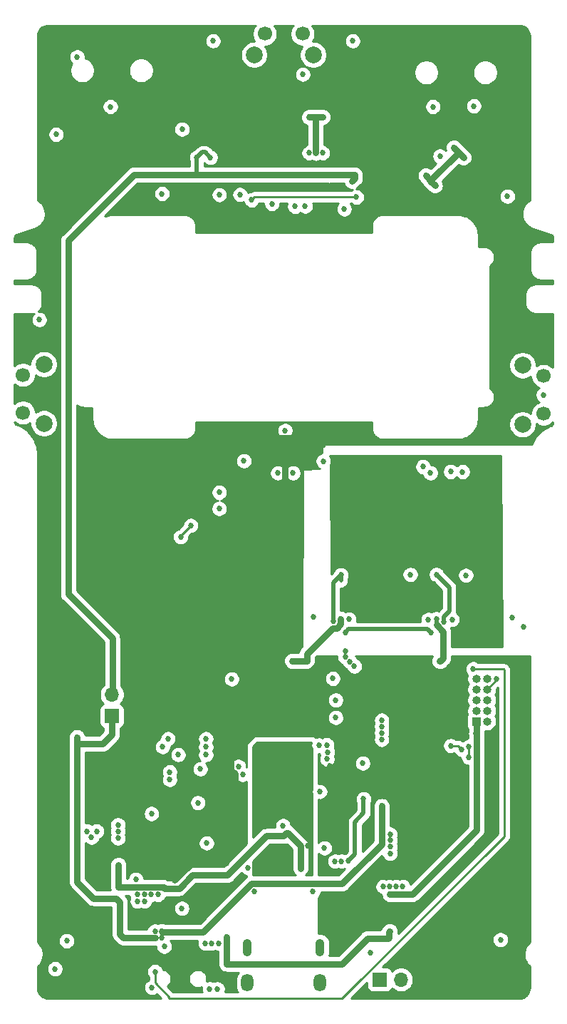
<source format=gbr>
%TF.GenerationSoftware,KiCad,Pcbnew,(5.1.9-0-10_14)*%
%TF.CreationDate,2023-02-22T11:37:42-08:00*%
%TF.ProjectId,integrator,696e7465-6772-4617-946f-722e6b696361,rev?*%
%TF.SameCoordinates,Original*%
%TF.FileFunction,Copper,L3,Inr*%
%TF.FilePolarity,Positive*%
%FSLAX46Y46*%
G04 Gerber Fmt 4.6, Leading zero omitted, Abs format (unit mm)*
G04 Created by KiCad (PCBNEW (5.1.9-0-10_14)) date 2023-02-22 11:37:42*
%MOMM*%
%LPD*%
G01*
G04 APERTURE LIST*
%TA.AperFunction,ComponentPad*%
%ADD10O,1.050000X2.100000*%
%TD*%
%TA.AperFunction,ComponentPad*%
%ADD11O,1.500000X2.100000*%
%TD*%
%TA.AperFunction,ComponentPad*%
%ADD12O,1.700000X1.700000*%
%TD*%
%TA.AperFunction,ComponentPad*%
%ADD13R,1.700000X1.700000*%
%TD*%
%TA.AperFunction,ComponentPad*%
%ADD14O,1.000000X1.000000*%
%TD*%
%TA.AperFunction,ComponentPad*%
%ADD15R,1.000000X1.000000*%
%TD*%
%TA.AperFunction,ComponentPad*%
%ADD16C,2.000000*%
%TD*%
%TA.AperFunction,ComponentPad*%
%ADD17C,1.700000*%
%TD*%
%TA.AperFunction,ViaPad*%
%ADD18C,0.685800*%
%TD*%
%TA.AperFunction,Conductor*%
%ADD19C,0.254000*%
%TD*%
%TA.AperFunction,Conductor*%
%ADD20C,0.508000*%
%TD*%
%TA.AperFunction,Conductor*%
%ADD21C,0.762000*%
%TD*%
%TA.AperFunction,Conductor*%
%ADD22C,0.500000*%
%TD*%
%TA.AperFunction,Conductor*%
%ADD23C,0.100000*%
%TD*%
G04 APERTURE END LIST*
D10*
%TO.N,Earth*%
%TO.C,J5*%
X158359000Y-154260000D03*
X149719000Y-154260000D03*
D11*
X149719000Y-158440000D03*
X158359000Y-158440000D03*
%TD*%
D12*
%TO.N,/po_batt*%
%TO.C,J7*%
X133624000Y-124210000D03*
D13*
%TO.N,VAbuf*%
X133624000Y-126750000D03*
%TD*%
D14*
%TO.N,pi_reset*%
%TO.C,J6*%
X178219000Y-122320000D03*
%TO.N,Net-(J6-Pad9)*%
X176949000Y-122320000D03*
%TO.N,pi_txin*%
X178219000Y-123590000D03*
%TO.N,Net-(J6-Pad7)*%
X176949000Y-123590000D03*
%TO.N,pi_swo*%
X178219000Y-124860000D03*
%TO.N,Earth*%
X176949000Y-124860000D03*
%TO.N,pi_swclk*%
X178219000Y-126130000D03*
%TO.N,Earth*%
X176949000Y-126130000D03*
%TO.N,pi_swdio*%
X178219000Y-127400000D03*
D15*
%TO.N,Net-(D2-Pad2)*%
X176949000Y-127400000D03*
%TD*%
D16*
%TO.N,Earth*%
%TO.C,SW3*%
X150539000Y-48250000D03*
X157559000Y-48250000D03*
D17*
X151809000Y-45760000D03*
%TO.N,sw3*%
X156289000Y-45760000D03*
%TD*%
D16*
%TO.N,Earth*%
%TO.C,SW2*%
X182439000Y-85108094D03*
X182439000Y-92128094D03*
D17*
X184929000Y-86378094D03*
%TO.N,sw2*%
X184929000Y-90858094D03*
%TD*%
D16*
%TO.N,Earth*%
%TO.C,SW1*%
X125559000Y-92010000D03*
X125559000Y-84990000D03*
D17*
%TO.N,sw1*%
X123069000Y-90740000D03*
%TO.N,Earth*%
X123069000Y-86260000D03*
%TD*%
D12*
%TO.N,Net-(JP1-Pad2)*%
%TO.C,bootsel*%
X167989000Y-158050000D03*
D13*
%TO.N,Earth*%
X165449000Y-158050000D03*
%TD*%
D18*
%TO.N,VUSB*%
X154524000Y-140650000D03*
%TO.N,Earth*%
X152859000Y-133650000D03*
X155239000Y-133640000D03*
X154049000Y-133650000D03*
X152849000Y-134890000D03*
X155229000Y-134880000D03*
X154039000Y-134890000D03*
X154039000Y-132530000D03*
X155229000Y-132520000D03*
X152849000Y-132530000D03*
X156599116Y-66231906D03*
X184899116Y-88631906D03*
X149319116Y-96460000D03*
X156319116Y-50561906D03*
X157869000Y-55620000D03*
X158749000Y-96502909D03*
X162249000Y-46600000D03*
X139589000Y-64730000D03*
X160799000Y-115200000D03*
X128249000Y-153450000D03*
X144884031Y-141835031D03*
X143849000Y-137050000D03*
X145249000Y-159150000D03*
X137499000Y-148750000D03*
X147859000Y-122360000D03*
X144133832Y-133035031D03*
X138399000Y-158990000D03*
X158889000Y-142430000D03*
X153899000Y-144795000D03*
X151859000Y-144755000D03*
X149799000Y-144775000D03*
X157509000Y-147590000D03*
X150549000Y-147590000D03*
X160239000Y-124860000D03*
X160239000Y-126930000D03*
X163449000Y-132350000D03*
X163549000Y-136600000D03*
X172199000Y-115200000D03*
X154219000Y-92860000D03*
X174849000Y-59850000D03*
X171499000Y-63200000D03*
X124999000Y-79700000D03*
X161249000Y-66550000D03*
X145649000Y-46600000D03*
X159889000Y-122300000D03*
X172583224Y-120225319D03*
X156799000Y-120200000D03*
X126999000Y-57700000D03*
X146399000Y-64859696D03*
X161689000Y-143970000D03*
X136649000Y-148750000D03*
X146149000Y-159150000D03*
X155899000Y-120200000D03*
X155049000Y-120200000D03*
X166649000Y-147000000D03*
X141949000Y-149600000D03*
X145499000Y-153750000D03*
X146299000Y-153750000D03*
X144724000Y-153750000D03*
X157869116Y-59900000D03*
X158674000Y-59900000D03*
X157074000Y-59900000D03*
X148849000Y-64850000D03*
X158674000Y-55625000D03*
X157074000Y-55650000D03*
X170924000Y-62575000D03*
X172024000Y-63775000D03*
X174274000Y-59275000D03*
X175424000Y-60450000D03*
X126871000Y-156764002D03*
X160924000Y-144000000D03*
X160149000Y-144000000D03*
X156925210Y-142175530D03*
X136471210Y-146173790D03*
X136649000Y-147951210D03*
X139099000Y-147951210D03*
X137499000Y-147951210D03*
X138299000Y-147951210D03*
X134348200Y-139675800D03*
X134348200Y-140450800D03*
X134348200Y-141250800D03*
X131199000Y-141150000D03*
X131824000Y-140425000D03*
X130649000Y-140425000D03*
%TO.N,/po_batt*%
X161716806Y-62491906D03*
X145329000Y-60420000D03*
X143720906Y-60428094D03*
X133674000Y-120225000D03*
X133674000Y-119400000D03*
X133674000Y-118575000D03*
X159449000Y-62525000D03*
X162524000Y-62525000D03*
X162174000Y-63275000D03*
X133674000Y-121100000D03*
X148990906Y-62491906D03*
%TO.N,VReg*%
X149349116Y-94601906D03*
X158749001Y-94600000D03*
X141099000Y-146250000D03*
X148249000Y-133650000D03*
X149309000Y-136690000D03*
X153969000Y-139780000D03*
X147209000Y-143140000D03*
X147209000Y-144090000D03*
X154749000Y-126200000D03*
X143899000Y-151049996D03*
X143899000Y-150350000D03*
X144449000Y-149900000D03*
X145199000Y-149900000D03*
X159312044Y-138298612D03*
X159349000Y-136550000D03*
X147761500Y-142587500D03*
X148286500Y-142062500D03*
%TO.N,AGnd*%
X176639116Y-54321906D03*
X160849000Y-104400000D03*
X172149000Y-104450000D03*
X163899000Y-114350000D03*
X169099000Y-114350000D03*
X129499000Y-48500000D03*
X166689000Y-143050000D03*
%TO.N,VUSB*%
X156049000Y-143975000D03*
%TO.N,VAbuf*%
X161349000Y-116800000D03*
X171549000Y-116850000D03*
X165699000Y-128000000D03*
X139549000Y-152300000D03*
X138749000Y-152300000D03*
X165699000Y-137450000D03*
X165699000Y-138250000D03*
X161349000Y-119000000D03*
X161349000Y-119750000D03*
X161899000Y-120300000D03*
X162449000Y-120850000D03*
X165699000Y-127250000D03*
X165699000Y-128750000D03*
X165699000Y-129550000D03*
X138749000Y-153100000D03*
X139524000Y-153075000D03*
%TO.N,VRaw*%
X166649000Y-152300000D03*
%TO.N,Earth*%
X165869000Y-147000000D03*
X167389000Y-147000000D03*
X168189000Y-147000000D03*
X180649000Y-65050000D03*
%TO.N,/po_batt*%
X151390906Y-62491906D03*
%TO.N,VReg*%
X159499000Y-132700000D03*
%TO.N,AGnd*%
X166689000Y-142270000D03*
X166689000Y-141510000D03*
X166689000Y-140800000D03*
%TO.N,ring1*%
X157599000Y-115000000D03*
%TO.N,tip1*%
X161799000Y-115250000D03*
X159169228Y-130184053D03*
%TO.N,ring2*%
X171249000Y-115300000D03*
%TO.N,tip2*%
X174049000Y-115300000D03*
%TO.N,led1*%
X144799000Y-130400000D03*
X139649000Y-130400000D03*
%TO.N,led3*%
X144799000Y-131350000D03*
X141499000Y-131350000D03*
%TO.N,led4*%
X148674519Y-132736228D03*
X140499000Y-133400000D03*
%TO.N,po_swo*%
X155383105Y-66245895D03*
X143013969Y-104135031D03*
X141799000Y-105475000D03*
%TO.N,po_wake*%
X182549000Y-116200000D03*
%TO.N,po_swclk*%
X152639116Y-65915168D03*
%TO.N,po_reset*%
X150219116Y-65481906D03*
X162699000Y-65150000D03*
%TO.N,Net-(R15-Pad1)*%
X138339000Y-138350000D03*
X164349000Y-154850000D03*
%TO.N,sw1*%
X144799000Y-129450000D03*
X140299000Y-129450000D03*
%TO.N,sw4*%
X149168427Y-133687390D03*
X140499000Y-134300000D03*
%TO.N,spi_cs*%
X153349000Y-97900000D03*
X155149000Y-97900000D03*
%TO.N,ring1_out*%
X133449000Y-54400000D03*
X170598204Y-97150796D03*
%TO.N,tip1_out*%
X141964310Y-57084690D03*
X171499000Y-97900000D03*
%TO.N,tip2_out*%
X175699000Y-110050000D03*
X171799000Y-54400000D03*
X175299012Y-97750012D03*
%TO.N,ring2_out*%
X169099000Y-109950000D03*
X172624000Y-60275000D03*
X173889001Y-97739999D03*
%TO.N,Net-(C18-Pad1)*%
X160849000Y-110000000D03*
X159916320Y-115443530D03*
%TO.N,Net-(C32-Pad1)*%
X172199000Y-109950000D03*
X173069000Y-115550000D03*
%TO.N,spi_mosi*%
X146375235Y-102123703D03*
X146399000Y-100200000D03*
%TO.N,Net-(JP10-Pad2)*%
X138749000Y-157100000D03*
X176559031Y-121160031D03*
%TO.N,Net-(C16-Pad2)*%
X179809000Y-153320000D03*
%TO.N,Aref_enable*%
X139849000Y-154100000D03*
%TO.N,VRaw*%
X147249000Y-153025000D03*
X147249000Y-153850000D03*
X147249000Y-154700000D03*
X147249000Y-155500000D03*
X166574000Y-153100000D03*
X165724000Y-153175000D03*
X165024000Y-153175000D03*
%TO.N,pi_swclk*%
X173918431Y-130270034D03*
X175151754Y-130685641D03*
%TO.N,ring1*%
X158260769Y-130221341D03*
%TO.N,ring2*%
X159251753Y-131031156D03*
%TO.N,tip2*%
X159221680Y-131868728D03*
%TO.N,po_wake*%
X181221210Y-115070503D03*
%TO.N,Aref_enable*%
X158341150Y-135730674D03*
%TO.N,VAbuf*%
X129474000Y-131875000D03*
X129474000Y-131000000D03*
X129474000Y-130075000D03*
X129474000Y-129250000D03*
X165699000Y-139000000D03*
X165699000Y-139850000D03*
%TO.N,VUSB*%
X156049000Y-143125000D03*
X156049000Y-144825000D03*
X134399000Y-147075000D03*
X134398999Y-145500001D03*
X134399000Y-146275000D03*
%TO.N,Net-(D2-Pad2)*%
X166674000Y-147950000D03*
X167524000Y-147950000D03*
X168274000Y-147950000D03*
X169074000Y-147950000D03*
%TO.N,pi_swo*%
X176016712Y-131621479D03*
X176047790Y-130377066D03*
%TO.N,pi_txin*%
X179349000Y-122350000D03*
%TD*%
D19*
%TO.N,Earth*%
X157869116Y-55620116D02*
X157869000Y-55620000D01*
D20*
X172199000Y-115200000D02*
X172199000Y-116203222D01*
D21*
X174849000Y-59850000D02*
X171499000Y-63200000D01*
X156799000Y-120200000D02*
X155899000Y-120200000D01*
X155899000Y-120200000D02*
X155049000Y-120200000D01*
X157869116Y-55620116D02*
X157869116Y-59900000D01*
X158669000Y-55620000D02*
X158674000Y-55625000D01*
X157869000Y-55620000D02*
X158669000Y-55620000D01*
X157104000Y-55620000D02*
X157074000Y-55650000D01*
X157869000Y-55620000D02*
X157104000Y-55620000D01*
X171499000Y-63150000D02*
X170924000Y-62575000D01*
X171499000Y-63200000D02*
X171499000Y-63150000D01*
X171499000Y-63250000D02*
X172024000Y-63775000D01*
X171499000Y-63200000D02*
X171499000Y-63250000D01*
X174849000Y-59850000D02*
X174274000Y-59275000D01*
X174849000Y-59875000D02*
X175424000Y-60450000D01*
X174849000Y-59850000D02*
X174849000Y-59875000D01*
D22*
%TO.N,/po_batt*%
X143720906Y-61678094D02*
X143720906Y-60428094D01*
X143720906Y-61678094D02*
X143720906Y-62491906D01*
X145329000Y-60420000D02*
X144709000Y-59800000D01*
X144349000Y-59800000D02*
X143720906Y-60428094D01*
X144709000Y-59800000D02*
X144349000Y-59800000D01*
D21*
X136239116Y-62491906D02*
X128420894Y-70310128D01*
X133674000Y-117525000D02*
X133674000Y-124025000D01*
X128420894Y-112271894D02*
X133674000Y-117525000D01*
X128420894Y-70310128D02*
X128420894Y-112271894D01*
X143720906Y-62491906D02*
X136239116Y-62491906D01*
X159482094Y-62491906D02*
X159449000Y-62525000D01*
X161716806Y-62491906D02*
X159482094Y-62491906D01*
X159415906Y-62491906D02*
X159449000Y-62525000D01*
X162490906Y-62491906D02*
X162524000Y-62525000D01*
X161716806Y-62491906D02*
X162490906Y-62491906D01*
X162524000Y-62925000D02*
X162174000Y-63275000D01*
X162524000Y-62525000D02*
X162524000Y-62925000D01*
X143720906Y-62491906D02*
X148990906Y-62491906D01*
%TO.N,VReg*%
X147209000Y-143140000D02*
X147761500Y-142587500D01*
X149299000Y-136700000D02*
X149309000Y-136690000D01*
X149299000Y-141050000D02*
X149299000Y-136700000D01*
X149309000Y-136690000D02*
X148249000Y-135630000D01*
X148249000Y-135630000D02*
X148249000Y-133650000D01*
X147798218Y-133156853D02*
X147798218Y-130949218D01*
X148249000Y-133650000D02*
X148249000Y-133607635D01*
X148249000Y-133607635D02*
X147798218Y-133156853D01*
X147798218Y-130949218D02*
X147799000Y-130948436D01*
X154749000Y-126200000D02*
X153149000Y-126200000D01*
X149149000Y-130200000D02*
X147799000Y-130200000D01*
X153149000Y-126200000D02*
X149149000Y-130200000D01*
X147799000Y-130948436D02*
X147799000Y-130200000D01*
D22*
X158639000Y-93660000D02*
X154309000Y-93660000D01*
X158749001Y-93770001D02*
X158639000Y-93660000D01*
X158749001Y-94600000D02*
X158749001Y-93770001D01*
X149349116Y-93759884D02*
X149349116Y-94601906D01*
X149429000Y-93680000D02*
X149349116Y-93759884D01*
X154069000Y-93680000D02*
X149429000Y-93680000D01*
D21*
X145699000Y-124200000D02*
X145699000Y-109850000D01*
X145699000Y-109850000D02*
X154225301Y-101323699D01*
X145999000Y-128400000D02*
X145999000Y-124500000D01*
X145999000Y-124500000D02*
X145699000Y-124200000D01*
X154225301Y-101323699D02*
X154225301Y-93816301D01*
X147799000Y-130200000D02*
X145999000Y-128400000D01*
X154225301Y-93816301D02*
X154199000Y-93790000D01*
X147761500Y-142587500D02*
X148286500Y-142062500D01*
X148286500Y-142062500D02*
X149299000Y-141050000D01*
X143149000Y-144200000D02*
X141099000Y-146250000D01*
X147209000Y-144200000D02*
X143149000Y-144200000D01*
X147209000Y-144090000D02*
X147209000Y-143140000D01*
D20*
%TO.N,Earth*%
X162499000Y-139350000D02*
X162499000Y-143160000D01*
X163549000Y-138300000D02*
X162499000Y-139350000D01*
X162499000Y-143160000D02*
X161689000Y-143970000D01*
X163549000Y-136600000D02*
X163549000Y-138300000D01*
D21*
X172673681Y-120225319D02*
X172583224Y-120225319D01*
X172999000Y-119900000D02*
X172673681Y-120225319D01*
X172999000Y-116750000D02*
X172999000Y-119900000D01*
X172199000Y-115950000D02*
X172999000Y-116750000D01*
X156799000Y-120100000D02*
X156799000Y-120200000D01*
X160799000Y-115857628D02*
X160336897Y-116319731D01*
X159829269Y-116319731D02*
X156799000Y-119350000D01*
X156799000Y-119350000D02*
X156799000Y-120100000D01*
X160336897Y-116319731D02*
X159829269Y-116319731D01*
X160799000Y-115200000D02*
X160799000Y-115857628D01*
%TO.N,/po_batt*%
X151390906Y-62491906D02*
X159415906Y-62491906D01*
X148990906Y-62491906D02*
X151390906Y-62491906D01*
D19*
%TO.N,po_swo*%
X141799000Y-105350000D02*
X141799000Y-105475000D01*
X143013969Y-104135031D02*
X141799000Y-105350000D01*
%TO.N,po_reset*%
X162688007Y-65139007D02*
X162699000Y-65150000D01*
X150219116Y-65481906D02*
X150562015Y-65139007D01*
X150562015Y-65139007D02*
X162688007Y-65139007D01*
D20*
%TO.N,Net-(C18-Pad1)*%
X160849000Y-110000000D02*
X160849000Y-110700000D01*
X159916320Y-110932680D02*
X159916320Y-115443530D01*
X160849000Y-110000000D02*
X159916320Y-110932680D01*
%TO.N,Net-(C32-Pad1)*%
X173749000Y-114270000D02*
X173079000Y-114940000D01*
X173749000Y-111500000D02*
X173749000Y-114270000D01*
X172199000Y-109950000D02*
X173749000Y-111500000D01*
X173079000Y-115540000D02*
X173069000Y-115550000D01*
X173079000Y-114940000D02*
X173079000Y-115540000D01*
D19*
%TO.N,Net-(JP10-Pad2)*%
X138749000Y-158450000D02*
X138749000Y-157100000D01*
X140449000Y-160150000D02*
X138749000Y-158450000D01*
D21*
%TO.N,Net-(D2-Pad2)*%
X176949000Y-127400000D02*
X176949000Y-128750000D01*
X176949000Y-128750000D02*
X176949000Y-128775000D01*
X176949000Y-128775000D02*
X176924000Y-128800000D01*
%TO.N,VRaw*%
X164974000Y-153150000D02*
X163974000Y-153150000D01*
X163974000Y-153150000D02*
X160949000Y-156175000D01*
X147249000Y-156175000D02*
X147224000Y-156150000D01*
X160949000Y-156175000D02*
X147249000Y-156175000D01*
X147249000Y-156175000D02*
X147249000Y-155500000D01*
X147249000Y-153025000D02*
X147249000Y-153025000D01*
X147249000Y-153850000D02*
X147249000Y-153025000D01*
X147249000Y-154700000D02*
X147249000Y-153850000D01*
X147249000Y-155500000D02*
X147249000Y-154700000D01*
X166499000Y-153175000D02*
X166574000Y-153100000D01*
X165024000Y-153175000D02*
X166499000Y-153175000D01*
X166574000Y-152375000D02*
X166649000Y-152300000D01*
X166574000Y-153100000D02*
X166574000Y-152375000D01*
D19*
%TO.N,pi_swclk*%
X174736147Y-130270034D02*
X173918431Y-130270034D01*
X175151754Y-130685641D02*
X174736147Y-130270034D01*
%TO.N,Net-(JP10-Pad2)*%
X180249000Y-121250000D02*
X180159031Y-121160031D01*
X180249000Y-141047258D02*
X180249000Y-121250000D01*
X160996258Y-160300000D02*
X180249000Y-141047258D01*
X180159031Y-121160031D02*
X176559031Y-121160031D01*
X140399000Y-160300000D02*
X160996258Y-160300000D01*
D21*
%TO.N,VAbuf*%
X129474000Y-131875000D02*
X129474000Y-129250000D01*
X139649000Y-152400000D02*
X139549000Y-152300000D01*
X144499000Y-152400000D02*
X139649000Y-152400000D01*
X150249000Y-146650000D02*
X144499000Y-152400000D01*
X165699000Y-141950000D02*
X160999000Y-146650000D01*
X160999000Y-146650000D02*
X150249000Y-146650000D01*
X165699000Y-138250000D02*
X165699000Y-141950000D01*
X129474000Y-130075000D02*
X132549000Y-130075000D01*
X132549000Y-130075000D02*
X133649000Y-128975000D01*
X133649000Y-128975000D02*
X133649000Y-127375000D01*
X165699000Y-137450000D02*
X165699000Y-138250000D01*
X131411500Y-148387500D02*
X129474000Y-146450000D01*
X134536500Y-152637500D02*
X134536500Y-148812500D01*
X134111500Y-148387500D02*
X131411500Y-148387500D01*
X129474000Y-146450000D02*
X129474000Y-129250000D01*
X134536500Y-148812500D02*
X134111500Y-148387500D01*
X134999000Y-153100000D02*
X134536500Y-152637500D01*
X138749000Y-153100000D02*
X134999000Y-153100000D01*
D20*
X171149000Y-116450000D02*
X171549000Y-116850000D01*
X161699000Y-116450000D02*
X171149000Y-116450000D01*
X161349000Y-116800000D02*
X161699000Y-116450000D01*
D21*
%TO.N,VUSB*%
X156049000Y-144825000D02*
X156049000Y-143125000D01*
X134399000Y-147075000D02*
X134399000Y-146275000D01*
X134399000Y-146275000D02*
X134399000Y-144425000D01*
X141624000Y-147200000D02*
X139899000Y-147200000D01*
X143174000Y-145650000D02*
X141624000Y-147200000D01*
X147349000Y-145650000D02*
X143174000Y-145650000D01*
X151999000Y-141000000D02*
X147349000Y-145650000D01*
X154045926Y-141000000D02*
X151999000Y-141000000D01*
X139774000Y-147075000D02*
X134399000Y-147075000D01*
X139899000Y-147200000D02*
X139774000Y-147075000D01*
X154395926Y-140650000D02*
X154045926Y-141000000D01*
X154524000Y-140650000D02*
X154395926Y-140650000D01*
X156049000Y-142150000D02*
X154549000Y-140650000D01*
X154549000Y-140650000D02*
X154524000Y-140650000D01*
X156049000Y-143125000D02*
X156049000Y-142150000D01*
%TO.N,Net-(D2-Pad2)*%
X169324000Y-147950000D02*
X166674000Y-147950000D01*
X176949000Y-140325000D02*
X169324000Y-147950000D01*
X176949000Y-128775000D02*
X176949000Y-140325000D01*
D19*
%TO.N,pi_swo*%
X176016712Y-131621479D02*
X176016712Y-130408144D01*
X176016712Y-130408144D02*
X176047790Y-130377066D01*
%TO.N,pi_txin*%
X179349000Y-122450000D02*
X178199000Y-123600000D01*
X179349000Y-122350000D02*
X179349000Y-122450000D01*
%TD*%
%TO.N,Earth*%
X157334972Y-129901036D02*
X157320449Y-129936098D01*
X157282869Y-130125026D01*
X157282869Y-130317656D01*
X157320449Y-130506584D01*
X157382000Y-130655182D01*
X157382000Y-135540096D01*
X157363250Y-135634359D01*
X157363250Y-135826989D01*
X157382000Y-135921252D01*
X157382000Y-145634000D01*
X156664760Y-145634000D01*
X156770896Y-145546896D01*
X156897860Y-145392190D01*
X156992202Y-145215687D01*
X157050298Y-145024171D01*
X157065000Y-144874902D01*
X157065000Y-142199893D01*
X157069914Y-142149999D01*
X157065000Y-142100105D01*
X157065000Y-142100099D01*
X157050298Y-141950829D01*
X157047985Y-141943202D01*
X157019366Y-141848860D01*
X156992202Y-141759313D01*
X156897860Y-141582810D01*
X156770896Y-141428104D01*
X156732133Y-141396292D01*
X155302712Y-139966872D01*
X155270896Y-139928104D01*
X155116190Y-139801140D01*
X154946900Y-139710653D01*
X154946900Y-139683685D01*
X154909320Y-139494757D01*
X154835604Y-139316790D01*
X154728585Y-139156625D01*
X154592375Y-139020415D01*
X154432210Y-138913396D01*
X154254243Y-138839680D01*
X154065315Y-138802100D01*
X153872685Y-138802100D01*
X153683757Y-138839680D01*
X153505790Y-138913396D01*
X153345625Y-139020415D01*
X153209415Y-139156625D01*
X153102396Y-139316790D01*
X153028680Y-139494757D01*
X152991100Y-139683685D01*
X152991100Y-139876315D01*
X153012520Y-139984000D01*
X152048901Y-139984000D01*
X151998999Y-139979085D01*
X151799829Y-139998702D01*
X151608313Y-140056798D01*
X151431810Y-140151140D01*
X151277104Y-140278104D01*
X151245293Y-140316866D01*
X150426000Y-141136159D01*
X150426000Y-130359840D01*
X150920391Y-129865449D01*
X157334972Y-129901036D01*
%TA.AperFunction,Conductor*%
D23*
G36*
X157334972Y-129901036D02*
G01*
X157320449Y-129936098D01*
X157282869Y-130125026D01*
X157282869Y-130317656D01*
X157320449Y-130506584D01*
X157382000Y-130655182D01*
X157382000Y-135540096D01*
X157363250Y-135634359D01*
X157363250Y-135826989D01*
X157382000Y-135921252D01*
X157382000Y-145634000D01*
X156664760Y-145634000D01*
X156770896Y-145546896D01*
X156897860Y-145392190D01*
X156992202Y-145215687D01*
X157050298Y-145024171D01*
X157065000Y-144874902D01*
X157065000Y-142199893D01*
X157069914Y-142149999D01*
X157065000Y-142100105D01*
X157065000Y-142100099D01*
X157050298Y-141950829D01*
X157047985Y-141943202D01*
X157019366Y-141848860D01*
X156992202Y-141759313D01*
X156897860Y-141582810D01*
X156770896Y-141428104D01*
X156732133Y-141396292D01*
X155302712Y-139966872D01*
X155270896Y-139928104D01*
X155116190Y-139801140D01*
X154946900Y-139710653D01*
X154946900Y-139683685D01*
X154909320Y-139494757D01*
X154835604Y-139316790D01*
X154728585Y-139156625D01*
X154592375Y-139020415D01*
X154432210Y-138913396D01*
X154254243Y-138839680D01*
X154065315Y-138802100D01*
X153872685Y-138802100D01*
X153683757Y-138839680D01*
X153505790Y-138913396D01*
X153345625Y-139020415D01*
X153209415Y-139156625D01*
X153102396Y-139316790D01*
X153028680Y-139494757D01*
X152991100Y-139683685D01*
X152991100Y-139876315D01*
X153012520Y-139984000D01*
X152048901Y-139984000D01*
X151998999Y-139979085D01*
X151799829Y-139998702D01*
X151608313Y-140056798D01*
X151431810Y-140151140D01*
X151277104Y-140278104D01*
X151245293Y-140316866D01*
X150426000Y-141136159D01*
X150426000Y-130359840D01*
X150920391Y-129865449D01*
X157334972Y-129901036D01*
G37*
%TD.AperFunction*%
D19*
X155033001Y-142570841D02*
X155033000Y-143174901D01*
X155033001Y-143174911D01*
X155033000Y-144874901D01*
X155047702Y-145024170D01*
X155105798Y-145215686D01*
X155200140Y-145392190D01*
X155327104Y-145546896D01*
X155433240Y-145634000D01*
X150426000Y-145634000D01*
X150426000Y-144009841D01*
X152419841Y-142016000D01*
X153996024Y-142016000D01*
X154045926Y-142020915D01*
X154095828Y-142016000D01*
X154245097Y-142001298D01*
X154412635Y-141950476D01*
X155033001Y-142570841D01*
%TA.AperFunction,Conductor*%
D23*
G36*
X155033001Y-142570841D02*
G01*
X155033000Y-143174901D01*
X155033001Y-143174911D01*
X155033000Y-144874901D01*
X155047702Y-145024170D01*
X155105798Y-145215686D01*
X155200140Y-145392190D01*
X155327104Y-145546896D01*
X155433240Y-145634000D01*
X150426000Y-145634000D01*
X150426000Y-144009841D01*
X152419841Y-142016000D01*
X153996024Y-142016000D01*
X154045926Y-142020915D01*
X154095828Y-142016000D01*
X154245097Y-142001298D01*
X154412635Y-141950476D01*
X155033001Y-142570841D01*
G37*
%TD.AperFunction*%
%TD*%
D19*
%TO.N,AGnd*%
X180045940Y-118573000D02*
X174015000Y-118573000D01*
X174015000Y-116799902D01*
X174019915Y-116750000D01*
X174000298Y-116550829D01*
X173942202Y-116359313D01*
X173921010Y-116319666D01*
X173892262Y-116265881D01*
X173952685Y-116277900D01*
X174145315Y-116277900D01*
X174334243Y-116240320D01*
X174512210Y-116166604D01*
X174672375Y-116059585D01*
X174808585Y-115923375D01*
X174915604Y-115763210D01*
X174989320Y-115585243D01*
X175026900Y-115396315D01*
X175026900Y-115203685D01*
X174989320Y-115014757D01*
X174915604Y-114836790D01*
X174808585Y-114676625D01*
X174672375Y-114540415D01*
X174608849Y-114497968D01*
X174625136Y-114444276D01*
X174634309Y-114351140D01*
X174638000Y-114313667D01*
X174638000Y-114313661D01*
X174642300Y-114270001D01*
X174638000Y-114226341D01*
X174638000Y-111543659D01*
X174642300Y-111499999D01*
X174638000Y-111456339D01*
X174638000Y-111456333D01*
X174625136Y-111325726D01*
X174574303Y-111158149D01*
X174491753Y-111003709D01*
X174380659Y-110868341D01*
X174346743Y-110840507D01*
X173459921Y-109953685D01*
X174721100Y-109953685D01*
X174721100Y-110146315D01*
X174758680Y-110335243D01*
X174832396Y-110513210D01*
X174939415Y-110673375D01*
X175075625Y-110809585D01*
X175235790Y-110916604D01*
X175413757Y-110990320D01*
X175602685Y-111027900D01*
X175795315Y-111027900D01*
X175984243Y-110990320D01*
X176162210Y-110916604D01*
X176322375Y-110809585D01*
X176458585Y-110673375D01*
X176565604Y-110513210D01*
X176639320Y-110335243D01*
X176676900Y-110146315D01*
X176676900Y-109953685D01*
X176639320Y-109764757D01*
X176565604Y-109586790D01*
X176458585Y-109426625D01*
X176322375Y-109290415D01*
X176162210Y-109183396D01*
X175984243Y-109109680D01*
X175795315Y-109072100D01*
X175602685Y-109072100D01*
X175413757Y-109109680D01*
X175235790Y-109183396D01*
X175075625Y-109290415D01*
X174939415Y-109426625D01*
X174832396Y-109586790D01*
X174758680Y-109764757D01*
X174721100Y-109953685D01*
X173459921Y-109953685D01*
X173116925Y-109610689D01*
X173065604Y-109486790D01*
X172958585Y-109326625D01*
X172822375Y-109190415D01*
X172662210Y-109083396D01*
X172484243Y-109009680D01*
X172295315Y-108972100D01*
X172102685Y-108972100D01*
X171913757Y-109009680D01*
X171735790Y-109083396D01*
X171575625Y-109190415D01*
X171439415Y-109326625D01*
X171332396Y-109486790D01*
X171258680Y-109664757D01*
X171221100Y-109853685D01*
X171221100Y-110046315D01*
X171258680Y-110235243D01*
X171332396Y-110413210D01*
X171439415Y-110573375D01*
X171575625Y-110709585D01*
X171735790Y-110816604D01*
X171859689Y-110867925D01*
X172860000Y-111868236D01*
X172860001Y-113901764D01*
X172496859Y-114264906D01*
X172484243Y-114259680D01*
X172295315Y-114222100D01*
X172102685Y-114222100D01*
X171913757Y-114259680D01*
X171735790Y-114333396D01*
X171634378Y-114401157D01*
X171534243Y-114359680D01*
X171345315Y-114322100D01*
X171152685Y-114322100D01*
X170963757Y-114359680D01*
X170785790Y-114433396D01*
X170625625Y-114540415D01*
X170489415Y-114676625D01*
X170382396Y-114836790D01*
X170308680Y-115014757D01*
X170271100Y-115203685D01*
X170271100Y-115396315D01*
X170303858Y-115561000D01*
X162728651Y-115561000D01*
X162739320Y-115535243D01*
X162776900Y-115346315D01*
X162776900Y-115153685D01*
X162739320Y-114964757D01*
X162665604Y-114786790D01*
X162558585Y-114626625D01*
X162422375Y-114490415D01*
X162262210Y-114383396D01*
X162084243Y-114309680D01*
X161895315Y-114272100D01*
X161702685Y-114272100D01*
X161513757Y-114309680D01*
X161382114Y-114364208D01*
X161366190Y-114351140D01*
X161189686Y-114256798D01*
X160998170Y-114198702D01*
X160805320Y-114179707D01*
X160805320Y-111588999D01*
X160849000Y-111593301D01*
X161023274Y-111576136D01*
X161190851Y-111525303D01*
X161345291Y-111442753D01*
X161480659Y-111331659D01*
X161591753Y-111196291D01*
X161674303Y-111041851D01*
X161725136Y-110874274D01*
X161738000Y-110743667D01*
X161738000Y-110409141D01*
X161789320Y-110285243D01*
X161826900Y-110096315D01*
X161826900Y-109903685D01*
X161816955Y-109853685D01*
X168121100Y-109853685D01*
X168121100Y-110046315D01*
X168158680Y-110235243D01*
X168232396Y-110413210D01*
X168339415Y-110573375D01*
X168475625Y-110709585D01*
X168635790Y-110816604D01*
X168813757Y-110890320D01*
X169002685Y-110927900D01*
X169195315Y-110927900D01*
X169384243Y-110890320D01*
X169562210Y-110816604D01*
X169722375Y-110709585D01*
X169858585Y-110573375D01*
X169965604Y-110413210D01*
X170039320Y-110235243D01*
X170076900Y-110046315D01*
X170076900Y-109853685D01*
X170039320Y-109664757D01*
X169965604Y-109486790D01*
X169858585Y-109326625D01*
X169722375Y-109190415D01*
X169562210Y-109083396D01*
X169384243Y-109009680D01*
X169195315Y-108972100D01*
X169002685Y-108972100D01*
X168813757Y-109009680D01*
X168635790Y-109083396D01*
X168475625Y-109190415D01*
X168339415Y-109326625D01*
X168232396Y-109486790D01*
X168158680Y-109664757D01*
X168121100Y-109853685D01*
X161816955Y-109853685D01*
X161789320Y-109714757D01*
X161715604Y-109536790D01*
X161608585Y-109376625D01*
X161472375Y-109240415D01*
X161312210Y-109133396D01*
X161134243Y-109059680D01*
X160945315Y-109022100D01*
X160752685Y-109022100D01*
X160563757Y-109059680D01*
X160385790Y-109133396D01*
X160225625Y-109240415D01*
X160089415Y-109376625D01*
X159982396Y-109536790D01*
X159931076Y-109660689D01*
X159677999Y-109913766D01*
X159571150Y-97054481D01*
X169620304Y-97054481D01*
X169620304Y-97247111D01*
X169657884Y-97436039D01*
X169731600Y-97614006D01*
X169838619Y-97774171D01*
X169974829Y-97910381D01*
X170134994Y-98017400D01*
X170312961Y-98091116D01*
X170501889Y-98128696D01*
X170547432Y-98128696D01*
X170558680Y-98185243D01*
X170632396Y-98363210D01*
X170739415Y-98523375D01*
X170875625Y-98659585D01*
X171035790Y-98766604D01*
X171213757Y-98840320D01*
X171402685Y-98877900D01*
X171595315Y-98877900D01*
X171784243Y-98840320D01*
X171962210Y-98766604D01*
X172122375Y-98659585D01*
X172258585Y-98523375D01*
X172365604Y-98363210D01*
X172439320Y-98185243D01*
X172476900Y-97996315D01*
X172476900Y-97803685D01*
X172445074Y-97643684D01*
X172911101Y-97643684D01*
X172911101Y-97836314D01*
X172948681Y-98025242D01*
X173022397Y-98203209D01*
X173129416Y-98363374D01*
X173265626Y-98499584D01*
X173425791Y-98606603D01*
X173603758Y-98680319D01*
X173792686Y-98717899D01*
X173985316Y-98717899D01*
X174174244Y-98680319D01*
X174352211Y-98606603D01*
X174512376Y-98499584D01*
X174589000Y-98422960D01*
X174675637Y-98509597D01*
X174835802Y-98616616D01*
X175013769Y-98690332D01*
X175202697Y-98727912D01*
X175395327Y-98727912D01*
X175584255Y-98690332D01*
X175762222Y-98616616D01*
X175922387Y-98509597D01*
X176058597Y-98373387D01*
X176165616Y-98213222D01*
X176239332Y-98035255D01*
X176276912Y-97846327D01*
X176276912Y-97653697D01*
X176239332Y-97464769D01*
X176165616Y-97286802D01*
X176058597Y-97126637D01*
X175922387Y-96990427D01*
X175762222Y-96883408D01*
X175584255Y-96809692D01*
X175395327Y-96772112D01*
X175202697Y-96772112D01*
X175013769Y-96809692D01*
X174835802Y-96883408D01*
X174675637Y-96990427D01*
X174599013Y-97067051D01*
X174512376Y-96980414D01*
X174352211Y-96873395D01*
X174174244Y-96799679D01*
X173985316Y-96762099D01*
X173792686Y-96762099D01*
X173603758Y-96799679D01*
X173425791Y-96873395D01*
X173265626Y-96980414D01*
X173129416Y-97116624D01*
X173022397Y-97276789D01*
X172948681Y-97454756D01*
X172911101Y-97643684D01*
X172445074Y-97643684D01*
X172439320Y-97614757D01*
X172365604Y-97436790D01*
X172258585Y-97276625D01*
X172122375Y-97140415D01*
X171962210Y-97033396D01*
X171784243Y-96959680D01*
X171595315Y-96922100D01*
X171549772Y-96922100D01*
X171538524Y-96865553D01*
X171464808Y-96687586D01*
X171357789Y-96527421D01*
X171221579Y-96391211D01*
X171061414Y-96284192D01*
X170883447Y-96210476D01*
X170694519Y-96172896D01*
X170501889Y-96172896D01*
X170312961Y-96210476D01*
X170134994Y-96284192D01*
X169974829Y-96391211D01*
X169838619Y-96527421D01*
X169731600Y-96687586D01*
X169657884Y-96865553D01*
X169620304Y-97054481D01*
X159571150Y-97054481D01*
X159570970Y-97032919D01*
X159615604Y-96966119D01*
X159689320Y-96788152D01*
X159726900Y-96599224D01*
X159726900Y-96406594D01*
X159689320Y-96217666D01*
X159615604Y-96039699D01*
X159562051Y-95959551D01*
X159561365Y-95877000D01*
X179857355Y-95877000D01*
X180045940Y-118573000D01*
%TA.AperFunction,Conductor*%
D23*
G36*
X180045940Y-118573000D02*
G01*
X174015000Y-118573000D01*
X174015000Y-116799902D01*
X174019915Y-116750000D01*
X174000298Y-116550829D01*
X173942202Y-116359313D01*
X173921010Y-116319666D01*
X173892262Y-116265881D01*
X173952685Y-116277900D01*
X174145315Y-116277900D01*
X174334243Y-116240320D01*
X174512210Y-116166604D01*
X174672375Y-116059585D01*
X174808585Y-115923375D01*
X174915604Y-115763210D01*
X174989320Y-115585243D01*
X175026900Y-115396315D01*
X175026900Y-115203685D01*
X174989320Y-115014757D01*
X174915604Y-114836790D01*
X174808585Y-114676625D01*
X174672375Y-114540415D01*
X174608849Y-114497968D01*
X174625136Y-114444276D01*
X174634309Y-114351140D01*
X174638000Y-114313667D01*
X174638000Y-114313661D01*
X174642300Y-114270001D01*
X174638000Y-114226341D01*
X174638000Y-111543659D01*
X174642300Y-111499999D01*
X174638000Y-111456339D01*
X174638000Y-111456333D01*
X174625136Y-111325726D01*
X174574303Y-111158149D01*
X174491753Y-111003709D01*
X174380659Y-110868341D01*
X174346743Y-110840507D01*
X173459921Y-109953685D01*
X174721100Y-109953685D01*
X174721100Y-110146315D01*
X174758680Y-110335243D01*
X174832396Y-110513210D01*
X174939415Y-110673375D01*
X175075625Y-110809585D01*
X175235790Y-110916604D01*
X175413757Y-110990320D01*
X175602685Y-111027900D01*
X175795315Y-111027900D01*
X175984243Y-110990320D01*
X176162210Y-110916604D01*
X176322375Y-110809585D01*
X176458585Y-110673375D01*
X176565604Y-110513210D01*
X176639320Y-110335243D01*
X176676900Y-110146315D01*
X176676900Y-109953685D01*
X176639320Y-109764757D01*
X176565604Y-109586790D01*
X176458585Y-109426625D01*
X176322375Y-109290415D01*
X176162210Y-109183396D01*
X175984243Y-109109680D01*
X175795315Y-109072100D01*
X175602685Y-109072100D01*
X175413757Y-109109680D01*
X175235790Y-109183396D01*
X175075625Y-109290415D01*
X174939415Y-109426625D01*
X174832396Y-109586790D01*
X174758680Y-109764757D01*
X174721100Y-109953685D01*
X173459921Y-109953685D01*
X173116925Y-109610689D01*
X173065604Y-109486790D01*
X172958585Y-109326625D01*
X172822375Y-109190415D01*
X172662210Y-109083396D01*
X172484243Y-109009680D01*
X172295315Y-108972100D01*
X172102685Y-108972100D01*
X171913757Y-109009680D01*
X171735790Y-109083396D01*
X171575625Y-109190415D01*
X171439415Y-109326625D01*
X171332396Y-109486790D01*
X171258680Y-109664757D01*
X171221100Y-109853685D01*
X171221100Y-110046315D01*
X171258680Y-110235243D01*
X171332396Y-110413210D01*
X171439415Y-110573375D01*
X171575625Y-110709585D01*
X171735790Y-110816604D01*
X171859689Y-110867925D01*
X172860000Y-111868236D01*
X172860001Y-113901764D01*
X172496859Y-114264906D01*
X172484243Y-114259680D01*
X172295315Y-114222100D01*
X172102685Y-114222100D01*
X171913757Y-114259680D01*
X171735790Y-114333396D01*
X171634378Y-114401157D01*
X171534243Y-114359680D01*
X171345315Y-114322100D01*
X171152685Y-114322100D01*
X170963757Y-114359680D01*
X170785790Y-114433396D01*
X170625625Y-114540415D01*
X170489415Y-114676625D01*
X170382396Y-114836790D01*
X170308680Y-115014757D01*
X170271100Y-115203685D01*
X170271100Y-115396315D01*
X170303858Y-115561000D01*
X162728651Y-115561000D01*
X162739320Y-115535243D01*
X162776900Y-115346315D01*
X162776900Y-115153685D01*
X162739320Y-114964757D01*
X162665604Y-114786790D01*
X162558585Y-114626625D01*
X162422375Y-114490415D01*
X162262210Y-114383396D01*
X162084243Y-114309680D01*
X161895315Y-114272100D01*
X161702685Y-114272100D01*
X161513757Y-114309680D01*
X161382114Y-114364208D01*
X161366190Y-114351140D01*
X161189686Y-114256798D01*
X160998170Y-114198702D01*
X160805320Y-114179707D01*
X160805320Y-111588999D01*
X160849000Y-111593301D01*
X161023274Y-111576136D01*
X161190851Y-111525303D01*
X161345291Y-111442753D01*
X161480659Y-111331659D01*
X161591753Y-111196291D01*
X161674303Y-111041851D01*
X161725136Y-110874274D01*
X161738000Y-110743667D01*
X161738000Y-110409141D01*
X161789320Y-110285243D01*
X161826900Y-110096315D01*
X161826900Y-109903685D01*
X161816955Y-109853685D01*
X168121100Y-109853685D01*
X168121100Y-110046315D01*
X168158680Y-110235243D01*
X168232396Y-110413210D01*
X168339415Y-110573375D01*
X168475625Y-110709585D01*
X168635790Y-110816604D01*
X168813757Y-110890320D01*
X169002685Y-110927900D01*
X169195315Y-110927900D01*
X169384243Y-110890320D01*
X169562210Y-110816604D01*
X169722375Y-110709585D01*
X169858585Y-110573375D01*
X169965604Y-110413210D01*
X170039320Y-110235243D01*
X170076900Y-110046315D01*
X170076900Y-109853685D01*
X170039320Y-109664757D01*
X169965604Y-109486790D01*
X169858585Y-109326625D01*
X169722375Y-109190415D01*
X169562210Y-109083396D01*
X169384243Y-109009680D01*
X169195315Y-108972100D01*
X169002685Y-108972100D01*
X168813757Y-109009680D01*
X168635790Y-109083396D01*
X168475625Y-109190415D01*
X168339415Y-109326625D01*
X168232396Y-109486790D01*
X168158680Y-109664757D01*
X168121100Y-109853685D01*
X161816955Y-109853685D01*
X161789320Y-109714757D01*
X161715604Y-109536790D01*
X161608585Y-109376625D01*
X161472375Y-109240415D01*
X161312210Y-109133396D01*
X161134243Y-109059680D01*
X160945315Y-109022100D01*
X160752685Y-109022100D01*
X160563757Y-109059680D01*
X160385790Y-109133396D01*
X160225625Y-109240415D01*
X160089415Y-109376625D01*
X159982396Y-109536790D01*
X159931076Y-109660689D01*
X159677999Y-109913766D01*
X159571150Y-97054481D01*
X169620304Y-97054481D01*
X169620304Y-97247111D01*
X169657884Y-97436039D01*
X169731600Y-97614006D01*
X169838619Y-97774171D01*
X169974829Y-97910381D01*
X170134994Y-98017400D01*
X170312961Y-98091116D01*
X170501889Y-98128696D01*
X170547432Y-98128696D01*
X170558680Y-98185243D01*
X170632396Y-98363210D01*
X170739415Y-98523375D01*
X170875625Y-98659585D01*
X171035790Y-98766604D01*
X171213757Y-98840320D01*
X171402685Y-98877900D01*
X171595315Y-98877900D01*
X171784243Y-98840320D01*
X171962210Y-98766604D01*
X172122375Y-98659585D01*
X172258585Y-98523375D01*
X172365604Y-98363210D01*
X172439320Y-98185243D01*
X172476900Y-97996315D01*
X172476900Y-97803685D01*
X172445074Y-97643684D01*
X172911101Y-97643684D01*
X172911101Y-97836314D01*
X172948681Y-98025242D01*
X173022397Y-98203209D01*
X173129416Y-98363374D01*
X173265626Y-98499584D01*
X173425791Y-98606603D01*
X173603758Y-98680319D01*
X173792686Y-98717899D01*
X173985316Y-98717899D01*
X174174244Y-98680319D01*
X174352211Y-98606603D01*
X174512376Y-98499584D01*
X174589000Y-98422960D01*
X174675637Y-98509597D01*
X174835802Y-98616616D01*
X175013769Y-98690332D01*
X175202697Y-98727912D01*
X175395327Y-98727912D01*
X175584255Y-98690332D01*
X175762222Y-98616616D01*
X175922387Y-98509597D01*
X176058597Y-98373387D01*
X176165616Y-98213222D01*
X176239332Y-98035255D01*
X176276912Y-97846327D01*
X176276912Y-97653697D01*
X176239332Y-97464769D01*
X176165616Y-97286802D01*
X176058597Y-97126637D01*
X175922387Y-96990427D01*
X175762222Y-96883408D01*
X175584255Y-96809692D01*
X175395327Y-96772112D01*
X175202697Y-96772112D01*
X175013769Y-96809692D01*
X174835802Y-96883408D01*
X174675637Y-96990427D01*
X174599013Y-97067051D01*
X174512376Y-96980414D01*
X174352211Y-96873395D01*
X174174244Y-96799679D01*
X173985316Y-96762099D01*
X173792686Y-96762099D01*
X173603758Y-96799679D01*
X173425791Y-96873395D01*
X173265626Y-96980414D01*
X173129416Y-97116624D01*
X173022397Y-97276789D01*
X172948681Y-97454756D01*
X172911101Y-97643684D01*
X172445074Y-97643684D01*
X172439320Y-97614757D01*
X172365604Y-97436790D01*
X172258585Y-97276625D01*
X172122375Y-97140415D01*
X171962210Y-97033396D01*
X171784243Y-96959680D01*
X171595315Y-96922100D01*
X171549772Y-96922100D01*
X171538524Y-96865553D01*
X171464808Y-96687586D01*
X171357789Y-96527421D01*
X171221579Y-96391211D01*
X171061414Y-96284192D01*
X170883447Y-96210476D01*
X170694519Y-96172896D01*
X170501889Y-96172896D01*
X170312961Y-96210476D01*
X170134994Y-96284192D01*
X169974829Y-96391211D01*
X169838619Y-96527421D01*
X169731600Y-96687586D01*
X169657884Y-96865553D01*
X169620304Y-97054481D01*
X159571150Y-97054481D01*
X159570970Y-97032919D01*
X159615604Y-96966119D01*
X159689320Y-96788152D01*
X159726900Y-96599224D01*
X159726900Y-96406594D01*
X159689320Y-96217666D01*
X159615604Y-96039699D01*
X159562051Y-95959551D01*
X159561365Y-95877000D01*
X179857355Y-95877000D01*
X180045940Y-118573000D01*
G37*
%TD.AperFunction*%
%TD*%
D19*
%TO.N,VReg*%
X150655525Y-44813368D02*
X150493010Y-45056589D01*
X150381068Y-45326842D01*
X150324000Y-45613740D01*
X150324000Y-45906260D01*
X150381068Y-46193158D01*
X150493010Y-46463411D01*
X150594298Y-46615000D01*
X150377967Y-46615000D01*
X150062088Y-46677832D01*
X149764537Y-46801082D01*
X149496748Y-46980013D01*
X149269013Y-47207748D01*
X149090082Y-47475537D01*
X148966832Y-47773088D01*
X148904000Y-48088967D01*
X148904000Y-48411033D01*
X148966832Y-48726912D01*
X149090082Y-49024463D01*
X149269013Y-49292252D01*
X149496748Y-49519987D01*
X149764537Y-49698918D01*
X150062088Y-49822168D01*
X150377967Y-49885000D01*
X150700033Y-49885000D01*
X151015912Y-49822168D01*
X151313463Y-49698918D01*
X151581252Y-49519987D01*
X151808987Y-49292252D01*
X151987918Y-49024463D01*
X152111168Y-48726912D01*
X152174000Y-48411033D01*
X152174000Y-48088967D01*
X152111168Y-47773088D01*
X151987918Y-47475537D01*
X151833878Y-47245000D01*
X151955260Y-47245000D01*
X152242158Y-47187932D01*
X152512411Y-47075990D01*
X152755632Y-46913475D01*
X152962475Y-46706632D01*
X153124990Y-46463411D01*
X153236932Y-46193158D01*
X153294000Y-45906260D01*
X153294000Y-45613740D01*
X153236932Y-45326842D01*
X153124990Y-45056589D01*
X152962475Y-44813368D01*
X152911107Y-44762000D01*
X155186893Y-44762000D01*
X155135525Y-44813368D01*
X154973010Y-45056589D01*
X154861068Y-45326842D01*
X154804000Y-45613740D01*
X154804000Y-45906260D01*
X154861068Y-46193158D01*
X154973010Y-46463411D01*
X155135525Y-46706632D01*
X155342368Y-46913475D01*
X155585589Y-47075990D01*
X155855842Y-47187932D01*
X156142740Y-47245000D01*
X156264122Y-47245000D01*
X156110082Y-47475537D01*
X155986832Y-47773088D01*
X155924000Y-48088967D01*
X155924000Y-48411033D01*
X155986832Y-48726912D01*
X156110082Y-49024463D01*
X156289013Y-49292252D01*
X156516748Y-49519987D01*
X156773905Y-49691814D01*
X156604359Y-49621586D01*
X156415431Y-49584006D01*
X156222801Y-49584006D01*
X156033873Y-49621586D01*
X155855906Y-49695302D01*
X155695741Y-49802321D01*
X155559531Y-49938531D01*
X155452512Y-50098696D01*
X155378796Y-50276663D01*
X155341216Y-50465591D01*
X155341216Y-50658221D01*
X155378796Y-50847149D01*
X155452512Y-51025116D01*
X155559531Y-51185281D01*
X155695741Y-51321491D01*
X155855906Y-51428510D01*
X156033873Y-51502226D01*
X156222801Y-51539806D01*
X156415431Y-51539806D01*
X156604359Y-51502226D01*
X156782326Y-51428510D01*
X156942491Y-51321491D01*
X157078701Y-51185281D01*
X157185720Y-51025116D01*
X157259436Y-50847149D01*
X157297016Y-50658221D01*
X157297016Y-50465591D01*
X157259436Y-50276663D01*
X157229231Y-50203740D01*
X169515000Y-50203740D01*
X169515000Y-50496260D01*
X169572068Y-50783158D01*
X169684010Y-51053411D01*
X169846525Y-51296632D01*
X170053368Y-51503475D01*
X170296589Y-51665990D01*
X170566842Y-51777932D01*
X170853740Y-51835000D01*
X171146260Y-51835000D01*
X171433158Y-51777932D01*
X171703411Y-51665990D01*
X171946632Y-51503475D01*
X172153475Y-51296632D01*
X172315990Y-51053411D01*
X172427932Y-50783158D01*
X172485000Y-50496260D01*
X172485000Y-50203740D01*
X176515000Y-50203740D01*
X176515000Y-50496260D01*
X176572068Y-50783158D01*
X176684010Y-51053411D01*
X176846525Y-51296632D01*
X177053368Y-51503475D01*
X177296589Y-51665990D01*
X177566842Y-51777932D01*
X177853740Y-51835000D01*
X178146260Y-51835000D01*
X178433158Y-51777932D01*
X178703411Y-51665990D01*
X178946632Y-51503475D01*
X179153475Y-51296632D01*
X179315990Y-51053411D01*
X179427932Y-50783158D01*
X179485000Y-50496260D01*
X179485000Y-50203740D01*
X179427932Y-49916842D01*
X179315990Y-49646589D01*
X179153475Y-49403368D01*
X178946632Y-49196525D01*
X178703411Y-49034010D01*
X178433158Y-48922068D01*
X178146260Y-48865000D01*
X177853740Y-48865000D01*
X177566842Y-48922068D01*
X177296589Y-49034010D01*
X177053368Y-49196525D01*
X176846525Y-49403368D01*
X176684010Y-49646589D01*
X176572068Y-49916842D01*
X176515000Y-50203740D01*
X172485000Y-50203740D01*
X172427932Y-49916842D01*
X172315990Y-49646589D01*
X172153475Y-49403368D01*
X171946632Y-49196525D01*
X171703411Y-49034010D01*
X171433158Y-48922068D01*
X171146260Y-48865000D01*
X170853740Y-48865000D01*
X170566842Y-48922068D01*
X170296589Y-49034010D01*
X170053368Y-49196525D01*
X169846525Y-49403368D01*
X169684010Y-49646589D01*
X169572068Y-49916842D01*
X169515000Y-50203740D01*
X157229231Y-50203740D01*
X157185720Y-50098696D01*
X157078701Y-49938531D01*
X156942491Y-49802321D01*
X156792958Y-49702406D01*
X157082088Y-49822168D01*
X157397967Y-49885000D01*
X157720033Y-49885000D01*
X158035912Y-49822168D01*
X158333463Y-49698918D01*
X158601252Y-49519987D01*
X158828987Y-49292252D01*
X159007918Y-49024463D01*
X159131168Y-48726912D01*
X159194000Y-48411033D01*
X159194000Y-48088967D01*
X159131168Y-47773088D01*
X159007918Y-47475537D01*
X158828987Y-47207748D01*
X158601252Y-46980013D01*
X158333463Y-46801082D01*
X158035912Y-46677832D01*
X157720033Y-46615000D01*
X157503702Y-46615000D01*
X157578079Y-46503685D01*
X161271100Y-46503685D01*
X161271100Y-46696315D01*
X161308680Y-46885243D01*
X161382396Y-47063210D01*
X161489415Y-47223375D01*
X161625625Y-47359585D01*
X161785790Y-47466604D01*
X161963757Y-47540320D01*
X162152685Y-47577900D01*
X162345315Y-47577900D01*
X162534243Y-47540320D01*
X162712210Y-47466604D01*
X162872375Y-47359585D01*
X163008585Y-47223375D01*
X163115604Y-47063210D01*
X163189320Y-46885243D01*
X163226900Y-46696315D01*
X163226900Y-46503685D01*
X163189320Y-46314757D01*
X163115604Y-46136790D01*
X163008585Y-45976625D01*
X162872375Y-45840415D01*
X162712210Y-45733396D01*
X162534243Y-45659680D01*
X162345315Y-45622100D01*
X162152685Y-45622100D01*
X161963757Y-45659680D01*
X161785790Y-45733396D01*
X161625625Y-45840415D01*
X161489415Y-45976625D01*
X161382396Y-46136790D01*
X161308680Y-46314757D01*
X161271100Y-46503685D01*
X157578079Y-46503685D01*
X157604990Y-46463411D01*
X157716932Y-46193158D01*
X157774000Y-45906260D01*
X157774000Y-45613740D01*
X157716932Y-45326842D01*
X157604990Y-45056589D01*
X157442475Y-44813368D01*
X157391107Y-44762000D01*
X182012734Y-44762000D01*
X182289750Y-44789162D01*
X182520370Y-44858789D01*
X182733076Y-44971887D01*
X182919763Y-45124145D01*
X183073318Y-45309761D01*
X183187898Y-45521671D01*
X183259134Y-45751797D01*
X183288000Y-46026442D01*
X183288001Y-55992618D01*
X183287052Y-65507587D01*
X183232445Y-65543041D01*
X183174009Y-65579831D01*
X183165653Y-65586406D01*
X183165647Y-65586410D01*
X183165642Y-65586414D01*
X182995397Y-65722291D01*
X182945891Y-65770423D01*
X182895696Y-65817880D01*
X182888777Y-65825952D01*
X182888769Y-65825960D01*
X182888763Y-65825968D01*
X182748155Y-65992319D01*
X182708908Y-66049197D01*
X182668916Y-66105459D01*
X182663701Y-66114714D01*
X182663694Y-66114724D01*
X182663690Y-66114734D01*
X182558069Y-66305234D01*
X182530632Y-66368618D01*
X182502318Y-66431601D01*
X182498994Y-66441707D01*
X182432383Y-66649101D01*
X182417778Y-66716618D01*
X182402237Y-66783901D01*
X182400941Y-66794449D01*
X182400940Y-66794456D01*
X182400940Y-66794461D01*
X182375882Y-67010843D01*
X182374669Y-67079900D01*
X182372493Y-67148922D01*
X182373271Y-67159533D01*
X182390718Y-67376661D01*
X182402946Y-67444665D01*
X182414214Y-67512774D01*
X182417037Y-67523022D01*
X182417038Y-67523030D01*
X182417041Y-67523037D01*
X182476328Y-67732635D01*
X182501529Y-67796961D01*
X182525812Y-67861586D01*
X182530575Y-67871100D01*
X182629446Y-68065196D01*
X182666655Y-68123393D01*
X182703039Y-68182088D01*
X182709553Y-68190487D01*
X182709556Y-68190492D01*
X182709559Y-68190495D01*
X182844248Y-68361691D01*
X182892053Y-68411551D01*
X182939140Y-68462057D01*
X182947169Y-68469038D01*
X183112545Y-68610811D01*
X183169113Y-68650429D01*
X183225127Y-68690837D01*
X183234354Y-68696122D01*
X183234358Y-68696125D01*
X183234363Y-68696127D01*
X183390369Y-68784053D01*
X183420004Y-68804981D01*
X183522788Y-68850699D01*
X185787173Y-69601959D01*
X185882498Y-69641303D01*
X185928705Y-69672036D01*
X185968064Y-69711159D01*
X185999074Y-69757180D01*
X186020554Y-69808350D01*
X186035200Y-69879874D01*
X186036884Y-69912157D01*
X186036884Y-70469906D01*
X184561458Y-70469906D01*
X184529285Y-70473075D01*
X184526332Y-70473054D01*
X184515744Y-70474092D01*
X184467920Y-70479118D01*
X184449506Y-70480932D01*
X184448892Y-70481118D01*
X184418696Y-70484292D01*
X184351040Y-70498179D01*
X184283201Y-70511120D01*
X184273026Y-70514193D01*
X184273016Y-70514195D01*
X184273007Y-70514199D01*
X184179797Y-70543052D01*
X184116123Y-70569818D01*
X184052090Y-70595689D01*
X184042709Y-70600678D01*
X184042701Y-70600681D01*
X184042697Y-70600684D01*
X183956859Y-70647097D01*
X183899606Y-70685714D01*
X183841814Y-70723532D01*
X183833577Y-70730251D01*
X183833567Y-70730258D01*
X183833559Y-70730266D01*
X183758381Y-70792459D01*
X183709716Y-70841465D01*
X183660377Y-70889780D01*
X183653595Y-70897978D01*
X183591919Y-70973599D01*
X183553669Y-71031169D01*
X183514675Y-71088118D01*
X183509624Y-71097460D01*
X183509619Y-71097467D01*
X183509616Y-71097474D01*
X183509615Y-71097476D01*
X183463803Y-71183637D01*
X183437489Y-71247479D01*
X183410280Y-71310962D01*
X183407134Y-71321126D01*
X183378929Y-71414544D01*
X183365513Y-71482299D01*
X183351154Y-71549853D01*
X183350042Y-71560434D01*
X183340520Y-71657551D01*
X183340520Y-71657563D01*
X183336884Y-71694481D01*
X183336885Y-73769332D01*
X183340053Y-73801495D01*
X183340032Y-73804458D01*
X183341070Y-73815046D01*
X183346113Y-73863029D01*
X183347911Y-73881284D01*
X183348096Y-73881893D01*
X183351270Y-73912095D01*
X183365159Y-73979757D01*
X183378098Y-74047589D01*
X183381171Y-74057764D01*
X183381173Y-74057774D01*
X183381177Y-74057783D01*
X183410030Y-74150993D01*
X183436806Y-74214692D01*
X183462667Y-74278699D01*
X183467656Y-74288081D01*
X183467659Y-74288089D01*
X183467660Y-74288090D01*
X183467662Y-74288093D01*
X183514074Y-74373931D01*
X183552710Y-74431210D01*
X183590510Y-74488976D01*
X183597232Y-74497216D01*
X183597236Y-74497222D01*
X183597240Y-74497226D01*
X183659437Y-74572409D01*
X183708443Y-74621074D01*
X183756758Y-74670413D01*
X183764956Y-74677195D01*
X183840577Y-74738871D01*
X183898129Y-74777109D01*
X183955095Y-74816115D01*
X183964438Y-74821166D01*
X183964445Y-74821171D01*
X183964452Y-74821174D01*
X183964454Y-74821175D01*
X184050615Y-74866987D01*
X184114457Y-74893301D01*
X184177940Y-74920510D01*
X184188104Y-74923656D01*
X184281522Y-74951860D01*
X184349240Y-74965269D01*
X184416831Y-74979636D01*
X184427412Y-74980748D01*
X184524529Y-74990270D01*
X184524540Y-74990270D01*
X184561458Y-74993906D01*
X186036884Y-74993906D01*
X186036885Y-75469906D01*
X183961458Y-75469906D01*
X183929285Y-75473075D01*
X183926332Y-75473054D01*
X183915744Y-75474092D01*
X183867920Y-75479118D01*
X183849506Y-75480932D01*
X183848892Y-75481118D01*
X183818696Y-75484292D01*
X183751040Y-75498179D01*
X183683201Y-75511120D01*
X183673026Y-75514193D01*
X183673016Y-75514195D01*
X183673007Y-75514199D01*
X183579797Y-75543052D01*
X183516123Y-75569818D01*
X183452090Y-75595689D01*
X183442709Y-75600678D01*
X183442701Y-75600681D01*
X183442697Y-75600684D01*
X183356859Y-75647097D01*
X183299606Y-75685714D01*
X183241814Y-75723532D01*
X183233577Y-75730251D01*
X183233567Y-75730258D01*
X183233559Y-75730266D01*
X183158381Y-75792459D01*
X183109716Y-75841465D01*
X183060377Y-75889780D01*
X183053595Y-75897978D01*
X182991919Y-75973599D01*
X182953669Y-76031169D01*
X182914675Y-76088118D01*
X182909624Y-76097460D01*
X182909619Y-76097467D01*
X182909616Y-76097474D01*
X182909615Y-76097476D01*
X182863803Y-76183637D01*
X182837489Y-76247479D01*
X182810280Y-76310962D01*
X182807134Y-76321126D01*
X182778929Y-76414544D01*
X182765513Y-76482299D01*
X182751154Y-76549853D01*
X182750042Y-76560434D01*
X182740520Y-76657551D01*
X182740520Y-76657563D01*
X182736884Y-76694481D01*
X182736885Y-77769332D01*
X182740053Y-77801495D01*
X182740032Y-77804458D01*
X182741070Y-77815046D01*
X182746113Y-77863029D01*
X182747911Y-77881284D01*
X182748096Y-77881893D01*
X182751270Y-77912095D01*
X182765159Y-77979757D01*
X182778098Y-78047589D01*
X182781171Y-78057764D01*
X182781173Y-78057774D01*
X182781177Y-78057783D01*
X182810030Y-78150993D01*
X182836806Y-78214692D01*
X182862667Y-78278699D01*
X182867656Y-78288081D01*
X182867659Y-78288089D01*
X182867660Y-78288090D01*
X182867662Y-78288093D01*
X182914074Y-78373931D01*
X182952710Y-78431210D01*
X182990510Y-78488976D01*
X182997232Y-78497216D01*
X182997236Y-78497222D01*
X182997240Y-78497226D01*
X183059437Y-78572409D01*
X183108443Y-78621074D01*
X183156758Y-78670413D01*
X183164956Y-78677195D01*
X183240577Y-78738871D01*
X183298129Y-78777109D01*
X183355095Y-78816115D01*
X183364438Y-78821166D01*
X183364445Y-78821171D01*
X183364452Y-78821174D01*
X183364454Y-78821175D01*
X183450615Y-78866987D01*
X183514457Y-78893301D01*
X183577940Y-78920510D01*
X183588104Y-78923656D01*
X183681522Y-78951860D01*
X183749240Y-78965269D01*
X183816831Y-78979636D01*
X183827412Y-78980748D01*
X183924529Y-78990270D01*
X183924540Y-78990270D01*
X183961458Y-78993906D01*
X186036897Y-78993906D01*
X186037005Y-85385992D01*
X185875632Y-85224619D01*
X185632411Y-85062104D01*
X185362158Y-84950162D01*
X185075260Y-84893094D01*
X184782740Y-84893094D01*
X184495842Y-84950162D01*
X184225589Y-85062104D01*
X184074000Y-85163392D01*
X184074000Y-84947061D01*
X184011168Y-84631182D01*
X183887918Y-84333631D01*
X183708987Y-84065842D01*
X183481252Y-83838107D01*
X183213463Y-83659176D01*
X182915912Y-83535926D01*
X182600033Y-83473094D01*
X182277967Y-83473094D01*
X181962088Y-83535926D01*
X181664537Y-83659176D01*
X181396748Y-83838107D01*
X181169013Y-84065842D01*
X180990082Y-84333631D01*
X180866832Y-84631182D01*
X180804000Y-84947061D01*
X180804000Y-85269127D01*
X180866832Y-85585006D01*
X180990082Y-85882557D01*
X181169013Y-86150346D01*
X181396748Y-86378081D01*
X181664537Y-86557012D01*
X181962088Y-86680262D01*
X182277967Y-86743094D01*
X182600033Y-86743094D01*
X182915912Y-86680262D01*
X183213463Y-86557012D01*
X183444000Y-86402972D01*
X183444000Y-86524354D01*
X183501068Y-86811252D01*
X183613010Y-87081505D01*
X183775525Y-87324726D01*
X183982368Y-87531569D01*
X184225589Y-87694084D01*
X184421218Y-87775116D01*
X184275741Y-87872321D01*
X184139531Y-88008531D01*
X184032512Y-88168696D01*
X183958796Y-88346663D01*
X183921216Y-88535591D01*
X183921216Y-88728221D01*
X183958796Y-88917149D01*
X184032512Y-89095116D01*
X184139531Y-89255281D01*
X184275741Y-89391491D01*
X184395697Y-89471643D01*
X184225589Y-89542104D01*
X183982368Y-89704619D01*
X183775525Y-89911462D01*
X183613010Y-90154683D01*
X183501068Y-90424936D01*
X183444000Y-90711834D01*
X183444000Y-90833216D01*
X183213463Y-90679176D01*
X182915912Y-90555926D01*
X182600033Y-90493094D01*
X182277967Y-90493094D01*
X181962088Y-90555926D01*
X181664537Y-90679176D01*
X181396748Y-90858107D01*
X181169013Y-91085842D01*
X180990082Y-91353631D01*
X180866832Y-91651182D01*
X180804000Y-91967061D01*
X180804000Y-92289127D01*
X180866832Y-92605006D01*
X180990082Y-92902557D01*
X181169013Y-93170346D01*
X181396748Y-93398081D01*
X181664537Y-93577012D01*
X181962088Y-93700262D01*
X182277967Y-93763094D01*
X182600033Y-93763094D01*
X182915912Y-93700262D01*
X183213463Y-93577012D01*
X183481252Y-93398081D01*
X183708987Y-93170346D01*
X183887918Y-92902557D01*
X184011168Y-92605006D01*
X184074000Y-92289127D01*
X184074000Y-92072796D01*
X184225589Y-92174084D01*
X184495842Y-92286026D01*
X184782740Y-92343094D01*
X185075260Y-92343094D01*
X185362158Y-92286026D01*
X185632411Y-92174084D01*
X185875632Y-92011569D01*
X186037114Y-91850087D01*
X186037116Y-91964644D01*
X186028047Y-92057135D01*
X186012008Y-92110259D01*
X185985953Y-92159262D01*
X185950878Y-92202267D01*
X185908123Y-92237637D01*
X185852896Y-92267498D01*
X185759986Y-92298200D01*
X185740349Y-92306896D01*
X185719697Y-92312782D01*
X185709826Y-92316752D01*
X185532619Y-92389459D01*
X185493661Y-92410093D01*
X185453180Y-92427557D01*
X185443906Y-92432770D01*
X184935220Y-92723346D01*
X184878878Y-92763292D01*
X184821987Y-92802444D01*
X184813901Y-92809359D01*
X184371343Y-93193205D01*
X184323819Y-93243348D01*
X184275630Y-93292792D01*
X184269041Y-93301146D01*
X183909468Y-93763643D01*
X183872577Y-93822081D01*
X183834922Y-93879922D01*
X183830085Y-93889390D01*
X183830080Y-93889398D01*
X183830077Y-93889407D01*
X183567189Y-94412925D01*
X183544052Y-94473000D01*
X158699000Y-94473000D01*
X158674224Y-94475440D01*
X158650399Y-94482667D01*
X158628443Y-94494403D01*
X158609197Y-94510197D01*
X158593403Y-94529443D01*
X158581667Y-94551399D01*
X158574440Y-94575224D01*
X158572075Y-94604377D01*
X158604154Y-95534662D01*
X158463757Y-95562589D01*
X158285790Y-95636305D01*
X158125625Y-95743324D01*
X157989415Y-95879534D01*
X157882396Y-96039699D01*
X157808680Y-96217666D01*
X157771100Y-96406594D01*
X157771100Y-96599224D01*
X157808680Y-96788152D01*
X157882396Y-96966119D01*
X157989415Y-97126284D01*
X158125625Y-97262494D01*
X158285790Y-97369513D01*
X158340103Y-97392010D01*
X156393713Y-97473110D01*
X156369060Y-97476580D01*
X156345557Y-97484792D01*
X156324108Y-97497432D01*
X156305537Y-97514014D01*
X156290558Y-97533900D01*
X156279746Y-97556326D01*
X156273517Y-97580430D01*
X156272000Y-97599710D01*
X156224310Y-118487850D01*
X156115872Y-118596288D01*
X156077104Y-118628104D01*
X155950140Y-118782810D01*
X155855798Y-118959314D01*
X155846364Y-118990415D01*
X155797702Y-119150830D01*
X155794435Y-119184000D01*
X154999098Y-119184000D01*
X154849829Y-119198702D01*
X154658313Y-119256798D01*
X154481810Y-119351140D01*
X154327104Y-119478104D01*
X154200140Y-119632810D01*
X154105798Y-119809313D01*
X154047702Y-120000829D01*
X154028085Y-120200000D01*
X154047702Y-120399171D01*
X154105798Y-120590687D01*
X154200140Y-120767190D01*
X154327104Y-120921896D01*
X154481810Y-121048860D01*
X154658313Y-121143202D01*
X154849829Y-121201298D01*
X154999098Y-121216000D01*
X156749098Y-121216000D01*
X156799000Y-121220915D01*
X156998171Y-121201298D01*
X157189687Y-121143202D01*
X157366190Y-121048860D01*
X157520896Y-120921896D01*
X157647860Y-120767190D01*
X157649987Y-120763210D01*
X157742202Y-120590687D01*
X157800298Y-120399171D01*
X157819915Y-120200000D01*
X157815000Y-120150098D01*
X157815000Y-119770840D01*
X157958840Y-119627000D01*
X160376408Y-119627000D01*
X160371100Y-119653685D01*
X160371100Y-119846315D01*
X160408680Y-120035243D01*
X160482396Y-120213210D01*
X160589415Y-120373375D01*
X160725625Y-120509585D01*
X160885790Y-120616604D01*
X160989456Y-120659544D01*
X161032396Y-120763210D01*
X161139415Y-120923375D01*
X161275625Y-121059585D01*
X161435790Y-121166604D01*
X161539456Y-121209544D01*
X161582396Y-121313210D01*
X161689415Y-121473375D01*
X161825625Y-121609585D01*
X161985790Y-121716604D01*
X162163757Y-121790320D01*
X162352685Y-121827900D01*
X162545315Y-121827900D01*
X162734243Y-121790320D01*
X162912210Y-121716604D01*
X163072375Y-121609585D01*
X163208585Y-121473375D01*
X163315604Y-121313210D01*
X163389320Y-121135243D01*
X163426900Y-120946315D01*
X163426900Y-120753685D01*
X163389320Y-120564757D01*
X163315604Y-120386790D01*
X163208585Y-120226625D01*
X163072375Y-120090415D01*
X162912210Y-119983396D01*
X162808544Y-119940456D01*
X162765604Y-119836790D01*
X162658585Y-119676625D01*
X162608960Y-119627000D01*
X171759911Y-119627000D01*
X171734364Y-119658129D01*
X171640022Y-119834632D01*
X171581926Y-120026148D01*
X171562309Y-120225319D01*
X171581926Y-120424490D01*
X171640022Y-120616006D01*
X171734364Y-120792509D01*
X171861328Y-120947215D01*
X172016034Y-121074179D01*
X172192537Y-121168521D01*
X172384053Y-121226617D01*
X172533322Y-121241319D01*
X172623779Y-121241319D01*
X172673681Y-121246234D01*
X172723583Y-121241319D01*
X172872852Y-121226617D01*
X173064368Y-121168521D01*
X173240871Y-121074179D01*
X173395577Y-120947215D01*
X173427394Y-120908446D01*
X173682127Y-120653713D01*
X173720896Y-120621896D01*
X173847860Y-120467190D01*
X173942202Y-120290687D01*
X174000298Y-120099171D01*
X174015000Y-119949902D01*
X174019915Y-119900000D01*
X174015000Y-119850098D01*
X174015000Y-119627000D01*
X183286692Y-119627000D01*
X183287112Y-153624976D01*
X183247760Y-153656383D01*
X183198244Y-153704525D01*
X183148054Y-153751977D01*
X183141135Y-153760049D01*
X183141132Y-153760052D01*
X183141130Y-153760055D01*
X183000899Y-153925961D01*
X182961673Y-153982811D01*
X182921664Y-154039095D01*
X182916441Y-154048364D01*
X182811105Y-154238348D01*
X182783676Y-154301713D01*
X182755351Y-154364722D01*
X182752027Y-154374829D01*
X182685599Y-154581655D01*
X182670995Y-154649168D01*
X182655454Y-154716450D01*
X182654157Y-154727010D01*
X182629167Y-154942800D01*
X182627954Y-155011860D01*
X182625778Y-155080880D01*
X182626556Y-155091491D01*
X182643955Y-155308025D01*
X182656182Y-155376020D01*
X182667451Y-155444136D01*
X182670275Y-155454393D01*
X182729401Y-155663424D01*
X182754593Y-155727726D01*
X182778888Y-155792384D01*
X182783645Y-155801884D01*
X182783649Y-155801893D01*
X182783652Y-155801897D01*
X182882254Y-155995462D01*
X182919470Y-156053669D01*
X182955843Y-156112346D01*
X182962363Y-156120754D01*
X183096683Y-156291481D01*
X183144491Y-156341346D01*
X183191577Y-156391850D01*
X183199600Y-156398825D01*
X183199605Y-156398830D01*
X183199610Y-156398834D01*
X183287761Y-156474404D01*
X183287997Y-158994670D01*
X183260821Y-159271826D01*
X183191141Y-159502619D01*
X183077966Y-159715471D01*
X182925599Y-159902291D01*
X182739847Y-160055959D01*
X182527787Y-160170619D01*
X182297497Y-160241906D01*
X182022758Y-160270782D01*
X162109357Y-160264531D01*
X163960928Y-158412960D01*
X163960928Y-158900000D01*
X163973188Y-159024482D01*
X164009498Y-159144180D01*
X164068463Y-159254494D01*
X164147815Y-159351185D01*
X164244506Y-159430537D01*
X164354820Y-159489502D01*
X164474518Y-159525812D01*
X164599000Y-159538072D01*
X166299000Y-159538072D01*
X166423482Y-159525812D01*
X166543180Y-159489502D01*
X166653494Y-159430537D01*
X166750185Y-159351185D01*
X166829537Y-159254494D01*
X166888502Y-159144180D01*
X166910513Y-159071620D01*
X167042368Y-159203475D01*
X167285589Y-159365990D01*
X167555842Y-159477932D01*
X167842740Y-159535000D01*
X168135260Y-159535000D01*
X168422158Y-159477932D01*
X168692411Y-159365990D01*
X168935632Y-159203475D01*
X169142475Y-158996632D01*
X169304990Y-158753411D01*
X169416932Y-158483158D01*
X169474000Y-158196260D01*
X169474000Y-157903740D01*
X169416932Y-157616842D01*
X169304990Y-157346589D01*
X169142475Y-157103368D01*
X168935632Y-156896525D01*
X168692411Y-156734010D01*
X168422158Y-156622068D01*
X168135260Y-156565000D01*
X167842740Y-156565000D01*
X167555842Y-156622068D01*
X167285589Y-156734010D01*
X167042368Y-156896525D01*
X166910513Y-157028380D01*
X166888502Y-156955820D01*
X166829537Y-156845506D01*
X166750185Y-156748815D01*
X166653494Y-156669463D01*
X166543180Y-156610498D01*
X166423482Y-156574188D01*
X166299000Y-156561928D01*
X165811960Y-156561928D01*
X169150203Y-153223685D01*
X178831100Y-153223685D01*
X178831100Y-153416315D01*
X178868680Y-153605243D01*
X178942396Y-153783210D01*
X179049415Y-153943375D01*
X179185625Y-154079585D01*
X179345790Y-154186604D01*
X179523757Y-154260320D01*
X179712685Y-154297900D01*
X179905315Y-154297900D01*
X180094243Y-154260320D01*
X180272210Y-154186604D01*
X180432375Y-154079585D01*
X180568585Y-153943375D01*
X180675604Y-153783210D01*
X180749320Y-153605243D01*
X180786900Y-153416315D01*
X180786900Y-153223685D01*
X180749320Y-153034757D01*
X180675604Y-152856790D01*
X180568585Y-152696625D01*
X180432375Y-152560415D01*
X180272210Y-152453396D01*
X180094243Y-152379680D01*
X179905315Y-152342100D01*
X179712685Y-152342100D01*
X179523757Y-152379680D01*
X179345790Y-152453396D01*
X179185625Y-152560415D01*
X179049415Y-152696625D01*
X178942396Y-152856790D01*
X178868680Y-153034757D01*
X178831100Y-153223685D01*
X169150203Y-153223685D01*
X180761353Y-141612536D01*
X180790422Y-141588680D01*
X180849573Y-141516604D01*
X180885645Y-141472651D01*
X180943014Y-141365320D01*
X180956402Y-141340273D01*
X180999974Y-141196636D01*
X181011000Y-141084684D01*
X181011000Y-141084681D01*
X181014686Y-141047258D01*
X181011000Y-141009835D01*
X181011000Y-121287422D01*
X181014686Y-121249999D01*
X181011000Y-121212574D01*
X180999974Y-121100622D01*
X180956402Y-120956985D01*
X180885645Y-120824608D01*
X180790422Y-120708578D01*
X180761346Y-120684716D01*
X180724315Y-120647685D01*
X180700453Y-120618609D01*
X180584423Y-120523386D01*
X180452046Y-120452629D01*
X180308409Y-120409057D01*
X180196457Y-120398031D01*
X180196454Y-120398031D01*
X180159031Y-120394345D01*
X180121608Y-120398031D01*
X177178792Y-120398031D01*
X177022241Y-120293427D01*
X176844274Y-120219711D01*
X176655346Y-120182131D01*
X176462716Y-120182131D01*
X176273788Y-120219711D01*
X176095821Y-120293427D01*
X175935656Y-120400446D01*
X175799446Y-120536656D01*
X175692427Y-120696821D01*
X175618711Y-120874788D01*
X175581131Y-121063716D01*
X175581131Y-121256346D01*
X175618711Y-121445274D01*
X175692427Y-121623241D01*
X175799446Y-121783406D01*
X175900777Y-121884737D01*
X175857617Y-121988933D01*
X175814000Y-122208212D01*
X175814000Y-122431788D01*
X175857617Y-122651067D01*
X175943176Y-122857624D01*
X176008241Y-122955000D01*
X175943176Y-123052376D01*
X175857617Y-123258933D01*
X175814000Y-123478212D01*
X175814000Y-123701788D01*
X175857617Y-123921067D01*
X175943176Y-124127624D01*
X176008241Y-124225000D01*
X175943176Y-124322376D01*
X175857617Y-124528933D01*
X175814000Y-124748212D01*
X175814000Y-124971788D01*
X175857617Y-125191067D01*
X175943176Y-125397624D01*
X176008241Y-125495000D01*
X175943176Y-125592376D01*
X175857617Y-125798933D01*
X175814000Y-126018212D01*
X175814000Y-126241788D01*
X175857617Y-126461067D01*
X175903888Y-126572774D01*
X175859498Y-126655820D01*
X175823188Y-126775518D01*
X175810928Y-126900000D01*
X175810928Y-127900000D01*
X175823188Y-128024482D01*
X175859498Y-128144180D01*
X175918463Y-128254494D01*
X175933001Y-128272208D01*
X175933001Y-128566880D01*
X175922702Y-128600830D01*
X175903085Y-128800000D01*
X175922702Y-128999170D01*
X175933000Y-129033117D01*
X175933000Y-129402841D01*
X175762547Y-129436746D01*
X175584580Y-129510462D01*
X175424415Y-129617481D01*
X175319872Y-129722024D01*
X175253439Y-129708809D01*
X175161539Y-129633389D01*
X175029162Y-129562632D01*
X174885525Y-129519060D01*
X174773573Y-129508034D01*
X174773570Y-129508034D01*
X174736147Y-129504348D01*
X174698724Y-129508034D01*
X174538192Y-129508034D01*
X174381641Y-129403430D01*
X174203674Y-129329714D01*
X174014746Y-129292134D01*
X173822116Y-129292134D01*
X173633188Y-129329714D01*
X173455221Y-129403430D01*
X173295056Y-129510449D01*
X173158846Y-129646659D01*
X173051827Y-129806824D01*
X172978111Y-129984791D01*
X172940531Y-130173719D01*
X172940531Y-130366349D01*
X172978111Y-130555277D01*
X173051827Y-130733244D01*
X173158846Y-130893409D01*
X173295056Y-131029619D01*
X173455221Y-131136638D01*
X173633188Y-131210354D01*
X173822116Y-131247934D01*
X174014746Y-131247934D01*
X174203674Y-131210354D01*
X174299675Y-131170589D01*
X174392169Y-131309016D01*
X174528379Y-131445226D01*
X174688544Y-131552245D01*
X174866511Y-131625961D01*
X175038812Y-131660234D01*
X175038812Y-131717794D01*
X175076392Y-131906722D01*
X175150108Y-132084689D01*
X175257127Y-132244854D01*
X175393337Y-132381064D01*
X175553502Y-132488083D01*
X175731469Y-132561799D01*
X175920397Y-132599379D01*
X175933000Y-132599379D01*
X175933001Y-139904158D01*
X169127294Y-146709866D01*
X169055604Y-146536790D01*
X168948585Y-146376625D01*
X168812375Y-146240415D01*
X168652210Y-146133396D01*
X168474243Y-146059680D01*
X168285315Y-146022100D01*
X168092685Y-146022100D01*
X167903757Y-146059680D01*
X167789000Y-146107214D01*
X167674243Y-146059680D01*
X167485315Y-146022100D01*
X167292685Y-146022100D01*
X167103757Y-146059680D01*
X167019000Y-146094787D01*
X166934243Y-146059680D01*
X166745315Y-146022100D01*
X166552685Y-146022100D01*
X166363757Y-146059680D01*
X166259000Y-146103072D01*
X166154243Y-146059680D01*
X165965315Y-146022100D01*
X165772685Y-146022100D01*
X165583757Y-146059680D01*
X165405790Y-146133396D01*
X165245625Y-146240415D01*
X165109415Y-146376625D01*
X165002396Y-146536790D01*
X164928680Y-146714757D01*
X164891100Y-146903685D01*
X164891100Y-147096315D01*
X164928680Y-147285243D01*
X165002396Y-147463210D01*
X165109415Y-147623375D01*
X165245625Y-147759585D01*
X165405790Y-147866604D01*
X165583757Y-147940320D01*
X165653498Y-147954192D01*
X165672702Y-148149171D01*
X165730798Y-148340687D01*
X165825140Y-148517190D01*
X165952104Y-148671896D01*
X166106810Y-148798860D01*
X166283313Y-148893202D01*
X166474829Y-148951298D01*
X166624098Y-148966000D01*
X169274098Y-148966000D01*
X169324000Y-148970915D01*
X169373902Y-148966000D01*
X169523171Y-148951298D01*
X169714687Y-148893202D01*
X169891190Y-148798860D01*
X170045896Y-148671896D01*
X170077712Y-148633128D01*
X177632133Y-141078708D01*
X177670896Y-141046896D01*
X177797860Y-140892190D01*
X177892202Y-140715687D01*
X177950298Y-140524171D01*
X177965000Y-140374902D01*
X177965000Y-140374895D01*
X177969914Y-140325001D01*
X177965000Y-140275107D01*
X177965000Y-128824895D01*
X177969914Y-128775001D01*
X177965000Y-128725107D01*
X177965000Y-128506712D01*
X178107212Y-128535000D01*
X178330788Y-128535000D01*
X178550067Y-128491383D01*
X178756624Y-128405824D01*
X178942520Y-128281612D01*
X179100612Y-128123520D01*
X179224824Y-127937624D01*
X179310383Y-127731067D01*
X179354000Y-127511788D01*
X179354000Y-127288212D01*
X179310383Y-127068933D01*
X179224824Y-126862376D01*
X179159759Y-126765000D01*
X179224824Y-126667624D01*
X179310383Y-126461067D01*
X179354000Y-126241788D01*
X179354000Y-126018212D01*
X179310383Y-125798933D01*
X179224824Y-125592376D01*
X179159759Y-125495000D01*
X179224824Y-125397624D01*
X179310383Y-125191067D01*
X179354000Y-124971788D01*
X179354000Y-124748212D01*
X179310383Y-124528933D01*
X179224824Y-124322376D01*
X179159759Y-124225000D01*
X179224824Y-124127624D01*
X179310383Y-123921067D01*
X179354000Y-123701788D01*
X179354000Y-123522630D01*
X179487001Y-123389629D01*
X179487000Y-140731627D01*
X167620183Y-152598445D01*
X167650298Y-152499170D01*
X167669915Y-152300001D01*
X167650298Y-152100830D01*
X167592201Y-151909313D01*
X167497859Y-151732811D01*
X167370895Y-151578105D01*
X167216189Y-151451141D01*
X167039687Y-151356799D01*
X166848170Y-151298702D01*
X166648999Y-151279085D01*
X166449830Y-151298702D01*
X166258313Y-151356799D01*
X166081811Y-151451141D01*
X165965866Y-151546294D01*
X165890868Y-151621292D01*
X165852105Y-151653104D01*
X165725141Y-151807810D01*
X165630799Y-151984313D01*
X165577807Y-152159000D01*
X165207119Y-152159000D01*
X165173171Y-152148702D01*
X165023902Y-152134000D01*
X164023901Y-152134000D01*
X163973999Y-152129085D01*
X163774829Y-152148702D01*
X163583313Y-152206798D01*
X163406810Y-152301140D01*
X163252104Y-152428104D01*
X163220292Y-152466867D01*
X160528160Y-155159000D01*
X159457744Y-155159000D01*
X159502215Y-155012400D01*
X159519000Y-154841979D01*
X159519000Y-153678021D01*
X159502215Y-153507600D01*
X159435885Y-153288940D01*
X159328171Y-153087421D01*
X159183212Y-152910788D01*
X159006579Y-152765829D01*
X158805060Y-152658115D01*
X158586400Y-152591785D01*
X158359000Y-152569388D01*
X158144000Y-152590564D01*
X158144000Y-148337960D01*
X158268585Y-148213375D01*
X158375604Y-148053210D01*
X158449320Y-147875243D01*
X158486900Y-147686315D01*
X158486900Y-147666000D01*
X160949098Y-147666000D01*
X160999000Y-147670915D01*
X161048902Y-147666000D01*
X161198171Y-147651298D01*
X161389687Y-147593202D01*
X161566190Y-147498860D01*
X161720896Y-147371896D01*
X161752712Y-147333128D01*
X165749242Y-143336599D01*
X165822396Y-143513210D01*
X165929415Y-143673375D01*
X166065625Y-143809585D01*
X166225790Y-143916604D01*
X166403757Y-143990320D01*
X166592685Y-144027900D01*
X166785315Y-144027900D01*
X166974243Y-143990320D01*
X167152210Y-143916604D01*
X167312375Y-143809585D01*
X167448585Y-143673375D01*
X167555604Y-143513210D01*
X167629320Y-143335243D01*
X167666900Y-143146315D01*
X167666900Y-142953685D01*
X167629320Y-142764757D01*
X167585928Y-142660000D01*
X167629320Y-142555243D01*
X167666900Y-142366315D01*
X167666900Y-142173685D01*
X167629320Y-141984757D01*
X167590071Y-141890000D01*
X167629320Y-141795243D01*
X167666900Y-141606315D01*
X167666900Y-141413685D01*
X167629320Y-141224757D01*
X167600426Y-141155000D01*
X167629320Y-141085243D01*
X167666900Y-140896315D01*
X167666900Y-140703685D01*
X167629320Y-140514757D01*
X167555604Y-140336790D01*
X167448585Y-140176625D01*
X167312375Y-140040415D01*
X167152210Y-139933396D01*
X166974243Y-139859680D01*
X166785315Y-139822100D01*
X166715000Y-139822100D01*
X166715000Y-137400098D01*
X166700298Y-137250829D01*
X166642202Y-137059313D01*
X166547860Y-136882810D01*
X166420896Y-136728104D01*
X166266190Y-136601140D01*
X166089686Y-136506798D01*
X165898170Y-136448702D01*
X165699000Y-136429085D01*
X165499829Y-136448702D01*
X165308313Y-136506798D01*
X165131810Y-136601140D01*
X164977104Y-136728104D01*
X164850140Y-136882810D01*
X164755798Y-137059314D01*
X164697702Y-137250830D01*
X164683000Y-137400099D01*
X164683000Y-138200099D01*
X164683001Y-141529158D01*
X163388000Y-142824159D01*
X163388000Y-139718235D01*
X164146736Y-138959499D01*
X164180659Y-138931659D01*
X164291753Y-138796291D01*
X164374303Y-138641851D01*
X164394296Y-138575942D01*
X164425136Y-138474276D01*
X164428406Y-138441076D01*
X164438000Y-138343667D01*
X164438000Y-138343661D01*
X164442300Y-138300001D01*
X164438000Y-138256341D01*
X164438000Y-137009141D01*
X164489320Y-136885243D01*
X164526900Y-136696315D01*
X164526900Y-136503685D01*
X164489320Y-136314757D01*
X164415604Y-136136790D01*
X164308585Y-135976625D01*
X164172375Y-135840415D01*
X164012210Y-135733396D01*
X163834243Y-135659680D01*
X163645315Y-135622100D01*
X163452685Y-135622100D01*
X163263757Y-135659680D01*
X163085790Y-135733396D01*
X162925625Y-135840415D01*
X162789415Y-135976625D01*
X162682396Y-136136790D01*
X162608680Y-136314757D01*
X162571100Y-136503685D01*
X162571100Y-136696315D01*
X162608680Y-136885243D01*
X162660000Y-137009142D01*
X162660001Y-137931764D01*
X161901264Y-138690501D01*
X161867341Y-138718341D01*
X161756247Y-138853710D01*
X161673697Y-139008150D01*
X161622864Y-139175727D01*
X161610000Y-139306334D01*
X161610000Y-139306340D01*
X161605700Y-139350000D01*
X161610000Y-139393660D01*
X161610001Y-142791763D01*
X161349689Y-143052076D01*
X161270287Y-143084965D01*
X161209243Y-143059680D01*
X161020315Y-143022100D01*
X160827685Y-143022100D01*
X160638757Y-143059680D01*
X160536500Y-143102036D01*
X160434243Y-143059680D01*
X160245315Y-143022100D01*
X160052685Y-143022100D01*
X159863757Y-143059680D01*
X159685790Y-143133396D01*
X159525625Y-143240415D01*
X159389415Y-143376625D01*
X159282396Y-143536790D01*
X159208680Y-143714757D01*
X159171100Y-143903685D01*
X159171100Y-144096315D01*
X159208680Y-144285243D01*
X159282396Y-144463210D01*
X159389415Y-144623375D01*
X159525625Y-144759585D01*
X159685790Y-144866604D01*
X159863757Y-144940320D01*
X160052685Y-144977900D01*
X160245315Y-144977900D01*
X160434243Y-144940320D01*
X160536500Y-144897964D01*
X160638757Y-144940320D01*
X160827685Y-144977900D01*
X161020315Y-144977900D01*
X161209243Y-144940320D01*
X161316102Y-144896058D01*
X160578160Y-145634000D01*
X158144000Y-145634000D01*
X158144000Y-143067960D01*
X158265625Y-143189585D01*
X158425790Y-143296604D01*
X158603757Y-143370320D01*
X158792685Y-143407900D01*
X158985315Y-143407900D01*
X159174243Y-143370320D01*
X159352210Y-143296604D01*
X159512375Y-143189585D01*
X159648585Y-143053375D01*
X159755604Y-142893210D01*
X159829320Y-142715243D01*
X159866900Y-142526315D01*
X159866900Y-142333685D01*
X159829320Y-142144757D01*
X159755604Y-141966790D01*
X159648585Y-141806625D01*
X159512375Y-141670415D01*
X159352210Y-141563396D01*
X159174243Y-141489680D01*
X158985315Y-141452100D01*
X158792685Y-141452100D01*
X158603757Y-141489680D01*
X158425790Y-141563396D01*
X158265625Y-141670415D01*
X158144000Y-141792040D01*
X158144000Y-136688517D01*
X158244835Y-136708574D01*
X158437465Y-136708574D01*
X158626393Y-136670994D01*
X158804360Y-136597278D01*
X158964525Y-136490259D01*
X159100735Y-136354049D01*
X159207754Y-136193884D01*
X159281470Y-136015917D01*
X159319050Y-135826989D01*
X159319050Y-135634359D01*
X159281470Y-135445431D01*
X159207754Y-135267464D01*
X159100735Y-135107299D01*
X158964525Y-134971089D01*
X158804360Y-134864070D01*
X158626393Y-134790354D01*
X158437465Y-134752774D01*
X158244835Y-134752774D01*
X158144000Y-134772831D01*
X158144000Y-131195172D01*
X158164454Y-131199241D01*
X158288129Y-131199241D01*
X158311433Y-131316399D01*
X158351712Y-131413641D01*
X158281360Y-131583485D01*
X158243780Y-131772413D01*
X158243780Y-131965043D01*
X158281360Y-132153971D01*
X158355076Y-132331938D01*
X158462095Y-132492103D01*
X158598305Y-132628313D01*
X158758470Y-132735332D01*
X158936437Y-132809048D01*
X159125365Y-132846628D01*
X159317995Y-132846628D01*
X159506923Y-132809048D01*
X159684890Y-132735332D01*
X159845055Y-132628313D01*
X159981265Y-132492103D01*
X160088284Y-132331938D01*
X160120697Y-132253685D01*
X162471100Y-132253685D01*
X162471100Y-132446315D01*
X162508680Y-132635243D01*
X162582396Y-132813210D01*
X162689415Y-132973375D01*
X162825625Y-133109585D01*
X162985790Y-133216604D01*
X163163757Y-133290320D01*
X163352685Y-133327900D01*
X163545315Y-133327900D01*
X163734243Y-133290320D01*
X163912210Y-133216604D01*
X164072375Y-133109585D01*
X164208585Y-132973375D01*
X164315604Y-132813210D01*
X164389320Y-132635243D01*
X164426900Y-132446315D01*
X164426900Y-132253685D01*
X164389320Y-132064757D01*
X164315604Y-131886790D01*
X164208585Y-131726625D01*
X164072375Y-131590415D01*
X163912210Y-131483396D01*
X163734243Y-131409680D01*
X163545315Y-131372100D01*
X163352685Y-131372100D01*
X163163757Y-131409680D01*
X162985790Y-131483396D01*
X162825625Y-131590415D01*
X162689415Y-131726625D01*
X162582396Y-131886790D01*
X162508680Y-132064757D01*
X162471100Y-132253685D01*
X160120697Y-132253685D01*
X160162000Y-132153971D01*
X160199580Y-131965043D01*
X160199580Y-131772413D01*
X160162000Y-131583485D01*
X160121721Y-131486243D01*
X160192073Y-131316399D01*
X160229653Y-131127471D01*
X160229653Y-130934841D01*
X160192073Y-130745913D01*
X160118357Y-130567946D01*
X160087694Y-130522056D01*
X160109548Y-130469296D01*
X160147128Y-130280368D01*
X160147128Y-130087738D01*
X160109548Y-129898810D01*
X160035832Y-129720843D01*
X159928813Y-129560678D01*
X159792603Y-129424468D01*
X159632438Y-129317449D01*
X159454471Y-129243733D01*
X159265543Y-129206153D01*
X159072913Y-129206153D01*
X158883985Y-129243733D01*
X158706018Y-129317449D01*
X158678442Y-129335875D01*
X158546012Y-129281021D01*
X158357084Y-129243441D01*
X158164454Y-129243441D01*
X157975526Y-129281021D01*
X157927353Y-129300975D01*
X157864711Y-129248982D01*
X157755255Y-129189694D01*
X157636336Y-129152898D01*
X157512523Y-129140010D01*
X150302523Y-129100010D01*
X150175118Y-129112201D01*
X150055996Y-129148336D01*
X149946213Y-129207017D01*
X149849987Y-129285987D01*
X149771017Y-129382213D01*
X149712336Y-129491996D01*
X149676201Y-129611118D01*
X149664000Y-129735000D01*
X149664000Y-132842410D01*
X149652045Y-132834422D01*
X149652419Y-132832543D01*
X149652419Y-132639913D01*
X149614839Y-132450985D01*
X149541123Y-132273018D01*
X149434104Y-132112853D01*
X149297894Y-131976643D01*
X149137729Y-131869624D01*
X148959762Y-131795908D01*
X148770834Y-131758328D01*
X148578204Y-131758328D01*
X148389276Y-131795908D01*
X148211309Y-131869624D01*
X148051144Y-131976643D01*
X147914934Y-132112853D01*
X147807915Y-132273018D01*
X147734199Y-132450985D01*
X147696619Y-132639913D01*
X147696619Y-132832543D01*
X147734199Y-133021471D01*
X147807915Y-133199438D01*
X147914934Y-133359603D01*
X148051144Y-133495813D01*
X148190901Y-133589196D01*
X148190527Y-133591075D01*
X148190527Y-133783705D01*
X148228107Y-133972633D01*
X148301823Y-134150600D01*
X148408842Y-134310765D01*
X148545052Y-134446975D01*
X148705217Y-134553994D01*
X148883184Y-134627710D01*
X149072112Y-134665290D01*
X149264742Y-134665290D01*
X149453670Y-134627710D01*
X149631637Y-134553994D01*
X149664000Y-134532370D01*
X149664000Y-141898159D01*
X146928160Y-144634000D01*
X143223901Y-144634000D01*
X143173999Y-144629085D01*
X142974829Y-144648702D01*
X142783313Y-144706798D01*
X142606810Y-144801140D01*
X142452104Y-144928104D01*
X142420293Y-144966866D01*
X141203160Y-146184000D01*
X140262351Y-146184000D01*
X140164687Y-146131798D01*
X139973171Y-146073702D01*
X139823902Y-146059000D01*
X139774000Y-146054085D01*
X139724098Y-146059000D01*
X137445435Y-146059000D01*
X137411530Y-145888547D01*
X137337814Y-145710580D01*
X137230795Y-145550415D01*
X137094585Y-145414205D01*
X136934420Y-145307186D01*
X136756453Y-145233470D01*
X136567525Y-145195890D01*
X136374895Y-145195890D01*
X136185967Y-145233470D01*
X136008000Y-145307186D01*
X135847835Y-145414205D01*
X135711625Y-145550415D01*
X135604606Y-145710580D01*
X135530890Y-145888547D01*
X135496985Y-146059000D01*
X135415000Y-146059000D01*
X135415000Y-144375098D01*
X135400298Y-144225829D01*
X135342202Y-144034313D01*
X135247860Y-143857810D01*
X135120896Y-143703104D01*
X134966190Y-143576140D01*
X134789687Y-143481798D01*
X134598171Y-143423702D01*
X134399000Y-143404085D01*
X134199830Y-143423702D01*
X134008314Y-143481798D01*
X133831811Y-143576140D01*
X133677105Y-143703104D01*
X133550141Y-143857810D01*
X133455799Y-144034313D01*
X133397703Y-144225829D01*
X133383001Y-144375098D01*
X133383000Y-146225097D01*
X133383000Y-147025098D01*
X133378085Y-147075000D01*
X133397702Y-147274171D01*
X133427227Y-147371500D01*
X131832341Y-147371500D01*
X130490000Y-146029160D01*
X130490000Y-141823960D01*
X130575625Y-141909585D01*
X130735790Y-142016604D01*
X130913757Y-142090320D01*
X131102685Y-142127900D01*
X131295315Y-142127900D01*
X131484243Y-142090320D01*
X131662210Y-142016604D01*
X131822375Y-141909585D01*
X131958585Y-141773375D01*
X132065604Y-141613210D01*
X132139320Y-141435243D01*
X132157178Y-141345465D01*
X132287210Y-141291604D01*
X132447375Y-141184585D01*
X132583585Y-141048375D01*
X132690604Y-140888210D01*
X132764320Y-140710243D01*
X132801900Y-140521315D01*
X132801900Y-140328685D01*
X132764320Y-140139757D01*
X132690604Y-139961790D01*
X132583585Y-139801625D01*
X132447375Y-139665415D01*
X132318772Y-139579485D01*
X133370300Y-139579485D01*
X133370300Y-139772115D01*
X133407880Y-139961043D01*
X133450236Y-140063300D01*
X133407880Y-140165557D01*
X133370300Y-140354485D01*
X133370300Y-140547115D01*
X133407880Y-140736043D01*
X133455414Y-140850800D01*
X133407880Y-140965557D01*
X133370300Y-141154485D01*
X133370300Y-141347115D01*
X133407880Y-141536043D01*
X133481596Y-141714010D01*
X133588615Y-141874175D01*
X133724825Y-142010385D01*
X133884990Y-142117404D01*
X134062957Y-142191120D01*
X134251885Y-142228700D01*
X134444515Y-142228700D01*
X134633443Y-142191120D01*
X134811410Y-142117404D01*
X134971575Y-142010385D01*
X135107785Y-141874175D01*
X135198295Y-141738716D01*
X143906131Y-141738716D01*
X143906131Y-141931346D01*
X143943711Y-142120274D01*
X144017427Y-142298241D01*
X144124446Y-142458406D01*
X144260656Y-142594616D01*
X144420821Y-142701635D01*
X144598788Y-142775351D01*
X144787716Y-142812931D01*
X144980346Y-142812931D01*
X145169274Y-142775351D01*
X145347241Y-142701635D01*
X145507406Y-142594616D01*
X145643616Y-142458406D01*
X145750635Y-142298241D01*
X145824351Y-142120274D01*
X145861931Y-141931346D01*
X145861931Y-141738716D01*
X145824351Y-141549788D01*
X145750635Y-141371821D01*
X145643616Y-141211656D01*
X145507406Y-141075446D01*
X145347241Y-140968427D01*
X145169274Y-140894711D01*
X144980346Y-140857131D01*
X144787716Y-140857131D01*
X144598788Y-140894711D01*
X144420821Y-140968427D01*
X144260656Y-141075446D01*
X144124446Y-141211656D01*
X144017427Y-141371821D01*
X143943711Y-141549788D01*
X143906131Y-141738716D01*
X135198295Y-141738716D01*
X135214804Y-141714010D01*
X135288520Y-141536043D01*
X135326100Y-141347115D01*
X135326100Y-141154485D01*
X135288520Y-140965557D01*
X135240986Y-140850800D01*
X135288520Y-140736043D01*
X135326100Y-140547115D01*
X135326100Y-140354485D01*
X135288520Y-140165557D01*
X135246164Y-140063300D01*
X135288520Y-139961043D01*
X135326100Y-139772115D01*
X135326100Y-139579485D01*
X135288520Y-139390557D01*
X135214804Y-139212590D01*
X135107785Y-139052425D01*
X134971575Y-138916215D01*
X134811410Y-138809196D01*
X134633443Y-138735480D01*
X134444515Y-138697900D01*
X134251885Y-138697900D01*
X134062957Y-138735480D01*
X133884990Y-138809196D01*
X133724825Y-138916215D01*
X133588615Y-139052425D01*
X133481596Y-139212590D01*
X133407880Y-139390557D01*
X133370300Y-139579485D01*
X132318772Y-139579485D01*
X132287210Y-139558396D01*
X132109243Y-139484680D01*
X131920315Y-139447100D01*
X131727685Y-139447100D01*
X131538757Y-139484680D01*
X131360790Y-139558396D01*
X131236500Y-139641444D01*
X131112210Y-139558396D01*
X130934243Y-139484680D01*
X130745315Y-139447100D01*
X130552685Y-139447100D01*
X130490000Y-139459569D01*
X130490000Y-138253685D01*
X137361100Y-138253685D01*
X137361100Y-138446315D01*
X137398680Y-138635243D01*
X137472396Y-138813210D01*
X137579415Y-138973375D01*
X137715625Y-139109585D01*
X137875790Y-139216604D01*
X138053757Y-139290320D01*
X138242685Y-139327900D01*
X138435315Y-139327900D01*
X138624243Y-139290320D01*
X138802210Y-139216604D01*
X138962375Y-139109585D01*
X139098585Y-138973375D01*
X139205604Y-138813210D01*
X139279320Y-138635243D01*
X139316900Y-138446315D01*
X139316900Y-138253685D01*
X139279320Y-138064757D01*
X139205604Y-137886790D01*
X139098585Y-137726625D01*
X138962375Y-137590415D01*
X138802210Y-137483396D01*
X138624243Y-137409680D01*
X138435315Y-137372100D01*
X138242685Y-137372100D01*
X138053757Y-137409680D01*
X137875790Y-137483396D01*
X137715625Y-137590415D01*
X137579415Y-137726625D01*
X137472396Y-137886790D01*
X137398680Y-138064757D01*
X137361100Y-138253685D01*
X130490000Y-138253685D01*
X130490000Y-136953685D01*
X142871100Y-136953685D01*
X142871100Y-137146315D01*
X142908680Y-137335243D01*
X142982396Y-137513210D01*
X143089415Y-137673375D01*
X143225625Y-137809585D01*
X143385790Y-137916604D01*
X143563757Y-137990320D01*
X143752685Y-138027900D01*
X143945315Y-138027900D01*
X144134243Y-137990320D01*
X144312210Y-137916604D01*
X144472375Y-137809585D01*
X144608585Y-137673375D01*
X144715604Y-137513210D01*
X144789320Y-137335243D01*
X144826900Y-137146315D01*
X144826900Y-136953685D01*
X144789320Y-136764757D01*
X144715604Y-136586790D01*
X144608585Y-136426625D01*
X144472375Y-136290415D01*
X144312210Y-136183396D01*
X144134243Y-136109680D01*
X143945315Y-136072100D01*
X143752685Y-136072100D01*
X143563757Y-136109680D01*
X143385790Y-136183396D01*
X143225625Y-136290415D01*
X143089415Y-136426625D01*
X142982396Y-136586790D01*
X142908680Y-136764757D01*
X142871100Y-136953685D01*
X130490000Y-136953685D01*
X130490000Y-133303685D01*
X139521100Y-133303685D01*
X139521100Y-133496315D01*
X139558680Y-133685243D01*
X139626924Y-133850000D01*
X139558680Y-134014757D01*
X139521100Y-134203685D01*
X139521100Y-134396315D01*
X139558680Y-134585243D01*
X139632396Y-134763210D01*
X139739415Y-134923375D01*
X139875625Y-135059585D01*
X140035790Y-135166604D01*
X140213757Y-135240320D01*
X140402685Y-135277900D01*
X140595315Y-135277900D01*
X140784243Y-135240320D01*
X140962210Y-135166604D01*
X141122375Y-135059585D01*
X141258585Y-134923375D01*
X141365604Y-134763210D01*
X141439320Y-134585243D01*
X141476900Y-134396315D01*
X141476900Y-134203685D01*
X141439320Y-134014757D01*
X141371076Y-133850000D01*
X141439320Y-133685243D01*
X141476900Y-133496315D01*
X141476900Y-133303685D01*
X141439320Y-133114757D01*
X141366402Y-132938716D01*
X143155932Y-132938716D01*
X143155932Y-133131346D01*
X143193512Y-133320274D01*
X143267228Y-133498241D01*
X143374247Y-133658406D01*
X143510457Y-133794616D01*
X143670622Y-133901635D01*
X143848589Y-133975351D01*
X144037517Y-134012931D01*
X144230147Y-134012931D01*
X144419075Y-133975351D01*
X144597042Y-133901635D01*
X144757207Y-133794616D01*
X144893417Y-133658406D01*
X145000436Y-133498241D01*
X145074152Y-133320274D01*
X145111732Y-133131346D01*
X145111732Y-132938716D01*
X145074152Y-132749788D01*
X145000436Y-132571821D01*
X144893417Y-132411656D01*
X144809661Y-132327900D01*
X144895315Y-132327900D01*
X145084243Y-132290320D01*
X145262210Y-132216604D01*
X145422375Y-132109585D01*
X145558585Y-131973375D01*
X145665604Y-131813210D01*
X145739320Y-131635243D01*
X145776900Y-131446315D01*
X145776900Y-131253685D01*
X145739320Y-131064757D01*
X145665604Y-130886790D01*
X145657726Y-130875000D01*
X145665604Y-130863210D01*
X145739320Y-130685243D01*
X145776900Y-130496315D01*
X145776900Y-130303685D01*
X145739320Y-130114757D01*
X145665604Y-129936790D01*
X145657726Y-129925000D01*
X145665604Y-129913210D01*
X145739320Y-129735243D01*
X145776900Y-129546315D01*
X145776900Y-129353685D01*
X145739320Y-129164757D01*
X145665604Y-128986790D01*
X145558585Y-128826625D01*
X145422375Y-128690415D01*
X145262210Y-128583396D01*
X145084243Y-128509680D01*
X144895315Y-128472100D01*
X144702685Y-128472100D01*
X144513757Y-128509680D01*
X144335790Y-128583396D01*
X144175625Y-128690415D01*
X144039415Y-128826625D01*
X143932396Y-128986790D01*
X143858680Y-129164757D01*
X143821100Y-129353685D01*
X143821100Y-129546315D01*
X143858680Y-129735243D01*
X143932396Y-129913210D01*
X143940274Y-129925000D01*
X143932396Y-129936790D01*
X143858680Y-130114757D01*
X143821100Y-130303685D01*
X143821100Y-130496315D01*
X143858680Y-130685243D01*
X143932396Y-130863210D01*
X143940274Y-130875000D01*
X143932396Y-130886790D01*
X143858680Y-131064757D01*
X143821100Y-131253685D01*
X143821100Y-131446315D01*
X143858680Y-131635243D01*
X143932396Y-131813210D01*
X144039415Y-131973375D01*
X144123171Y-132057131D01*
X144037517Y-132057131D01*
X143848589Y-132094711D01*
X143670622Y-132168427D01*
X143510457Y-132275446D01*
X143374247Y-132411656D01*
X143267228Y-132571821D01*
X143193512Y-132749788D01*
X143155932Y-132938716D01*
X141366402Y-132938716D01*
X141365604Y-132936790D01*
X141258585Y-132776625D01*
X141122375Y-132640415D01*
X140962210Y-132533396D01*
X140784243Y-132459680D01*
X140595315Y-132422100D01*
X140402685Y-132422100D01*
X140213757Y-132459680D01*
X140035790Y-132533396D01*
X139875625Y-132640415D01*
X139739415Y-132776625D01*
X139632396Y-132936790D01*
X139558680Y-133114757D01*
X139521100Y-133303685D01*
X130490000Y-133303685D01*
X130490000Y-131091000D01*
X132499098Y-131091000D01*
X132549000Y-131095915D01*
X132598902Y-131091000D01*
X132748171Y-131076298D01*
X132939687Y-131018202D01*
X133116190Y-130923860D01*
X133270896Y-130796896D01*
X133302712Y-130758128D01*
X133757155Y-130303685D01*
X138671100Y-130303685D01*
X138671100Y-130496315D01*
X138708680Y-130685243D01*
X138782396Y-130863210D01*
X138889415Y-131023375D01*
X139025625Y-131159585D01*
X139185790Y-131266604D01*
X139363757Y-131340320D01*
X139552685Y-131377900D01*
X139745315Y-131377900D01*
X139934243Y-131340320D01*
X140112210Y-131266604D01*
X140131544Y-131253685D01*
X140521100Y-131253685D01*
X140521100Y-131446315D01*
X140558680Y-131635243D01*
X140632396Y-131813210D01*
X140739415Y-131973375D01*
X140875625Y-132109585D01*
X141035790Y-132216604D01*
X141213757Y-132290320D01*
X141402685Y-132327900D01*
X141595315Y-132327900D01*
X141784243Y-132290320D01*
X141962210Y-132216604D01*
X142122375Y-132109585D01*
X142258585Y-131973375D01*
X142365604Y-131813210D01*
X142439320Y-131635243D01*
X142476900Y-131446315D01*
X142476900Y-131253685D01*
X142439320Y-131064757D01*
X142365604Y-130886790D01*
X142258585Y-130726625D01*
X142122375Y-130590415D01*
X141962210Y-130483396D01*
X141784243Y-130409680D01*
X141595315Y-130372100D01*
X141402685Y-130372100D01*
X141213757Y-130409680D01*
X141035790Y-130483396D01*
X140875625Y-130590415D01*
X140739415Y-130726625D01*
X140632396Y-130886790D01*
X140558680Y-131064757D01*
X140521100Y-131253685D01*
X140131544Y-131253685D01*
X140272375Y-131159585D01*
X140408585Y-131023375D01*
X140515604Y-130863210D01*
X140589320Y-130685243D01*
X140626900Y-130496315D01*
X140626900Y-130372651D01*
X140762210Y-130316604D01*
X140922375Y-130209585D01*
X141058585Y-130073375D01*
X141165604Y-129913210D01*
X141239320Y-129735243D01*
X141276900Y-129546315D01*
X141276900Y-129353685D01*
X141239320Y-129164757D01*
X141165604Y-128986790D01*
X141058585Y-128826625D01*
X140922375Y-128690415D01*
X140762210Y-128583396D01*
X140584243Y-128509680D01*
X140395315Y-128472100D01*
X140202685Y-128472100D01*
X140013757Y-128509680D01*
X139835790Y-128583396D01*
X139675625Y-128690415D01*
X139539415Y-128826625D01*
X139432396Y-128986790D01*
X139358680Y-129164757D01*
X139321100Y-129353685D01*
X139321100Y-129477349D01*
X139185790Y-129533396D01*
X139025625Y-129640415D01*
X138889415Y-129776625D01*
X138782396Y-129936790D01*
X138708680Y-130114757D01*
X138671100Y-130303685D01*
X133757155Y-130303685D01*
X134332133Y-129728708D01*
X134370896Y-129696896D01*
X134497860Y-129542190D01*
X134572028Y-129403430D01*
X134592202Y-129365688D01*
X134650298Y-129174171D01*
X134669915Y-128975000D01*
X134665000Y-128925098D01*
X134665000Y-128205634D01*
X134718180Y-128189502D01*
X134828494Y-128130537D01*
X134925185Y-128051185D01*
X135004537Y-127954494D01*
X135063502Y-127844180D01*
X135099812Y-127724482D01*
X135112072Y-127600000D01*
X135112072Y-126833685D01*
X159261100Y-126833685D01*
X159261100Y-127026315D01*
X159298680Y-127215243D01*
X159372396Y-127393210D01*
X159479415Y-127553375D01*
X159615625Y-127689585D01*
X159775790Y-127796604D01*
X159953757Y-127870320D01*
X160142685Y-127907900D01*
X160335315Y-127907900D01*
X160524243Y-127870320D01*
X160702210Y-127796604D01*
X160862375Y-127689585D01*
X160998585Y-127553375D01*
X161105604Y-127393210D01*
X161179320Y-127215243D01*
X161191564Y-127153685D01*
X164721100Y-127153685D01*
X164721100Y-127346315D01*
X164758680Y-127535243D01*
X164795858Y-127625000D01*
X164758680Y-127714757D01*
X164721100Y-127903685D01*
X164721100Y-128096315D01*
X164758680Y-128285243D01*
X164795858Y-128375000D01*
X164758680Y-128464757D01*
X164721100Y-128653685D01*
X164721100Y-128846315D01*
X164758680Y-129035243D01*
X164806214Y-129150000D01*
X164758680Y-129264757D01*
X164721100Y-129453685D01*
X164721100Y-129646315D01*
X164758680Y-129835243D01*
X164832396Y-130013210D01*
X164939415Y-130173375D01*
X165075625Y-130309585D01*
X165235790Y-130416604D01*
X165413757Y-130490320D01*
X165602685Y-130527900D01*
X165795315Y-130527900D01*
X165984243Y-130490320D01*
X166162210Y-130416604D01*
X166322375Y-130309585D01*
X166458585Y-130173375D01*
X166565604Y-130013210D01*
X166639320Y-129835243D01*
X166676900Y-129646315D01*
X166676900Y-129453685D01*
X166639320Y-129264757D01*
X166591786Y-129150000D01*
X166639320Y-129035243D01*
X166676900Y-128846315D01*
X166676900Y-128653685D01*
X166639320Y-128464757D01*
X166602142Y-128375000D01*
X166639320Y-128285243D01*
X166676900Y-128096315D01*
X166676900Y-127903685D01*
X166639320Y-127714757D01*
X166602142Y-127625000D01*
X166639320Y-127535243D01*
X166676900Y-127346315D01*
X166676900Y-127153685D01*
X166639320Y-126964757D01*
X166565604Y-126786790D01*
X166458585Y-126626625D01*
X166322375Y-126490415D01*
X166162210Y-126383396D01*
X165984243Y-126309680D01*
X165795315Y-126272100D01*
X165602685Y-126272100D01*
X165413757Y-126309680D01*
X165235790Y-126383396D01*
X165075625Y-126490415D01*
X164939415Y-126626625D01*
X164832396Y-126786790D01*
X164758680Y-126964757D01*
X164721100Y-127153685D01*
X161191564Y-127153685D01*
X161216900Y-127026315D01*
X161216900Y-126833685D01*
X161179320Y-126644757D01*
X161105604Y-126466790D01*
X160998585Y-126306625D01*
X160862375Y-126170415D01*
X160702210Y-126063396D01*
X160524243Y-125989680D01*
X160335315Y-125952100D01*
X160142685Y-125952100D01*
X159953757Y-125989680D01*
X159775790Y-126063396D01*
X159615625Y-126170415D01*
X159479415Y-126306625D01*
X159372396Y-126466790D01*
X159298680Y-126644757D01*
X159261100Y-126833685D01*
X135112072Y-126833685D01*
X135112072Y-125900000D01*
X135099812Y-125775518D01*
X135063502Y-125655820D01*
X135004537Y-125545506D01*
X134925185Y-125448815D01*
X134828494Y-125369463D01*
X134718180Y-125310498D01*
X134645620Y-125288487D01*
X134777475Y-125156632D01*
X134939990Y-124913411D01*
X135002008Y-124763685D01*
X159261100Y-124763685D01*
X159261100Y-124956315D01*
X159298680Y-125145243D01*
X159372396Y-125323210D01*
X159479415Y-125483375D01*
X159615625Y-125619585D01*
X159775790Y-125726604D01*
X159953757Y-125800320D01*
X160142685Y-125837900D01*
X160335315Y-125837900D01*
X160524243Y-125800320D01*
X160702210Y-125726604D01*
X160862375Y-125619585D01*
X160998585Y-125483375D01*
X161105604Y-125323210D01*
X161179320Y-125145243D01*
X161216900Y-124956315D01*
X161216900Y-124763685D01*
X161179320Y-124574757D01*
X161105604Y-124396790D01*
X160998585Y-124236625D01*
X160862375Y-124100415D01*
X160702210Y-123993396D01*
X160524243Y-123919680D01*
X160335315Y-123882100D01*
X160142685Y-123882100D01*
X159953757Y-123919680D01*
X159775790Y-123993396D01*
X159615625Y-124100415D01*
X159479415Y-124236625D01*
X159372396Y-124396790D01*
X159298680Y-124574757D01*
X159261100Y-124763685D01*
X135002008Y-124763685D01*
X135051932Y-124643158D01*
X135109000Y-124356260D01*
X135109000Y-124063740D01*
X135051932Y-123776842D01*
X134939990Y-123506589D01*
X134777475Y-123263368D01*
X134690000Y-123175893D01*
X134690000Y-122263685D01*
X146881100Y-122263685D01*
X146881100Y-122456315D01*
X146918680Y-122645243D01*
X146992396Y-122823210D01*
X147099415Y-122983375D01*
X147235625Y-123119585D01*
X147395790Y-123226604D01*
X147573757Y-123300320D01*
X147762685Y-123337900D01*
X147955315Y-123337900D01*
X148144243Y-123300320D01*
X148322210Y-123226604D01*
X148482375Y-123119585D01*
X148618585Y-122983375D01*
X148725604Y-122823210D01*
X148799320Y-122645243D01*
X148836900Y-122456315D01*
X148836900Y-122263685D01*
X148824966Y-122203685D01*
X158911100Y-122203685D01*
X158911100Y-122396315D01*
X158948680Y-122585243D01*
X159022396Y-122763210D01*
X159129415Y-122923375D01*
X159265625Y-123059585D01*
X159425790Y-123166604D01*
X159603757Y-123240320D01*
X159792685Y-123277900D01*
X159985315Y-123277900D01*
X160174243Y-123240320D01*
X160352210Y-123166604D01*
X160512375Y-123059585D01*
X160648585Y-122923375D01*
X160755604Y-122763210D01*
X160829320Y-122585243D01*
X160866900Y-122396315D01*
X160866900Y-122203685D01*
X160829320Y-122014757D01*
X160755604Y-121836790D01*
X160648585Y-121676625D01*
X160512375Y-121540415D01*
X160352210Y-121433396D01*
X160174243Y-121359680D01*
X159985315Y-121322100D01*
X159792685Y-121322100D01*
X159603757Y-121359680D01*
X159425790Y-121433396D01*
X159265625Y-121540415D01*
X159129415Y-121676625D01*
X159022396Y-121836790D01*
X158948680Y-122014757D01*
X158911100Y-122203685D01*
X148824966Y-122203685D01*
X148799320Y-122074757D01*
X148725604Y-121896790D01*
X148618585Y-121736625D01*
X148482375Y-121600415D01*
X148322210Y-121493396D01*
X148144243Y-121419680D01*
X147955315Y-121382100D01*
X147762685Y-121382100D01*
X147573757Y-121419680D01*
X147395790Y-121493396D01*
X147235625Y-121600415D01*
X147099415Y-121736625D01*
X146992396Y-121896790D01*
X146918680Y-122074757D01*
X146881100Y-122263685D01*
X134690000Y-122263685D01*
X134690000Y-117574902D01*
X134694915Y-117525000D01*
X134675298Y-117325829D01*
X134617202Y-117134313D01*
X134597003Y-117096523D01*
X134522860Y-116957810D01*
X134395896Y-116803104D01*
X134357133Y-116771292D01*
X129436894Y-111851054D01*
X129436894Y-105378685D01*
X140821100Y-105378685D01*
X140821100Y-105571315D01*
X140858680Y-105760243D01*
X140932396Y-105938210D01*
X141039415Y-106098375D01*
X141175625Y-106234585D01*
X141335790Y-106341604D01*
X141513757Y-106415320D01*
X141702685Y-106452900D01*
X141895315Y-106452900D01*
X142084243Y-106415320D01*
X142262210Y-106341604D01*
X142422375Y-106234585D01*
X142558585Y-106098375D01*
X142665604Y-105938210D01*
X142739320Y-105760243D01*
X142776900Y-105571315D01*
X142776900Y-105449730D01*
X143114547Y-105112083D01*
X143299212Y-105075351D01*
X143477179Y-105001635D01*
X143637344Y-104894616D01*
X143773554Y-104758406D01*
X143880573Y-104598241D01*
X143954289Y-104420274D01*
X143991869Y-104231346D01*
X143991869Y-104038716D01*
X143954289Y-103849788D01*
X143880573Y-103671821D01*
X143773554Y-103511656D01*
X143637344Y-103375446D01*
X143477179Y-103268427D01*
X143299212Y-103194711D01*
X143110284Y-103157131D01*
X142917654Y-103157131D01*
X142728726Y-103194711D01*
X142550759Y-103268427D01*
X142390594Y-103375446D01*
X142254384Y-103511656D01*
X142147365Y-103671821D01*
X142073649Y-103849788D01*
X142036917Y-104034453D01*
X141542384Y-104528986D01*
X141513757Y-104534680D01*
X141335790Y-104608396D01*
X141175625Y-104715415D01*
X141039415Y-104851625D01*
X140932396Y-105011790D01*
X140858680Y-105189757D01*
X140821100Y-105378685D01*
X129436894Y-105378685D01*
X129436894Y-102027388D01*
X145397335Y-102027388D01*
X145397335Y-102220018D01*
X145434915Y-102408946D01*
X145508631Y-102586913D01*
X145615650Y-102747078D01*
X145751860Y-102883288D01*
X145912025Y-102990307D01*
X146089992Y-103064023D01*
X146278920Y-103101603D01*
X146471550Y-103101603D01*
X146660478Y-103064023D01*
X146838445Y-102990307D01*
X146998610Y-102883288D01*
X147134820Y-102747078D01*
X147241839Y-102586913D01*
X147315555Y-102408946D01*
X147353135Y-102220018D01*
X147353135Y-102027388D01*
X147315555Y-101838460D01*
X147241839Y-101660493D01*
X147134820Y-101500328D01*
X146998610Y-101364118D01*
X146838445Y-101257099D01*
X146660478Y-101183383D01*
X146564114Y-101164215D01*
X146684243Y-101140320D01*
X146862210Y-101066604D01*
X147022375Y-100959585D01*
X147158585Y-100823375D01*
X147265604Y-100663210D01*
X147339320Y-100485243D01*
X147376900Y-100296315D01*
X147376900Y-100103685D01*
X147339320Y-99914757D01*
X147265604Y-99736790D01*
X147158585Y-99576625D01*
X147022375Y-99440415D01*
X146862210Y-99333396D01*
X146684243Y-99259680D01*
X146495315Y-99222100D01*
X146302685Y-99222100D01*
X146113757Y-99259680D01*
X145935790Y-99333396D01*
X145775625Y-99440415D01*
X145639415Y-99576625D01*
X145532396Y-99736790D01*
X145458680Y-99914757D01*
X145421100Y-100103685D01*
X145421100Y-100296315D01*
X145458680Y-100485243D01*
X145532396Y-100663210D01*
X145639415Y-100823375D01*
X145775625Y-100959585D01*
X145935790Y-101066604D01*
X146113757Y-101140320D01*
X146210121Y-101159488D01*
X146089992Y-101183383D01*
X145912025Y-101257099D01*
X145751860Y-101364118D01*
X145615650Y-101500328D01*
X145508631Y-101660493D01*
X145434915Y-101838460D01*
X145397335Y-102027388D01*
X129436894Y-102027388D01*
X129436894Y-97803685D01*
X152371100Y-97803685D01*
X152371100Y-97996315D01*
X152408680Y-98185243D01*
X152482396Y-98363210D01*
X152589415Y-98523375D01*
X152725625Y-98659585D01*
X152885790Y-98766604D01*
X153063757Y-98840320D01*
X153252685Y-98877900D01*
X153445315Y-98877900D01*
X153634243Y-98840320D01*
X153812210Y-98766604D01*
X153972375Y-98659585D01*
X154108585Y-98523375D01*
X154215604Y-98363210D01*
X154249000Y-98282585D01*
X154282396Y-98363210D01*
X154389415Y-98523375D01*
X154525625Y-98659585D01*
X154685790Y-98766604D01*
X154863757Y-98840320D01*
X155052685Y-98877900D01*
X155245315Y-98877900D01*
X155434243Y-98840320D01*
X155612210Y-98766604D01*
X155772375Y-98659585D01*
X155908585Y-98523375D01*
X156015604Y-98363210D01*
X156089320Y-98185243D01*
X156126900Y-97996315D01*
X156126900Y-97803685D01*
X156089320Y-97614757D01*
X156015604Y-97436790D01*
X155908585Y-97276625D01*
X155772375Y-97140415D01*
X155612210Y-97033396D01*
X155434243Y-96959680D01*
X155245315Y-96922100D01*
X155052685Y-96922100D01*
X154863757Y-96959680D01*
X154685790Y-97033396D01*
X154525625Y-97140415D01*
X154389415Y-97276625D01*
X154282396Y-97436790D01*
X154249000Y-97517415D01*
X154215604Y-97436790D01*
X154108585Y-97276625D01*
X153972375Y-97140415D01*
X153812210Y-97033396D01*
X153634243Y-96959680D01*
X153445315Y-96922100D01*
X153252685Y-96922100D01*
X153063757Y-96959680D01*
X152885790Y-97033396D01*
X152725625Y-97140415D01*
X152589415Y-97276625D01*
X152482396Y-97436790D01*
X152408680Y-97614757D01*
X152371100Y-97803685D01*
X129436894Y-97803685D01*
X129436894Y-96363685D01*
X148341216Y-96363685D01*
X148341216Y-96556315D01*
X148378796Y-96745243D01*
X148452512Y-96923210D01*
X148559531Y-97083375D01*
X148695741Y-97219585D01*
X148855906Y-97326604D01*
X149033873Y-97400320D01*
X149222801Y-97437900D01*
X149415431Y-97437900D01*
X149604359Y-97400320D01*
X149782326Y-97326604D01*
X149942491Y-97219585D01*
X150078701Y-97083375D01*
X150185720Y-96923210D01*
X150259436Y-96745243D01*
X150297016Y-96556315D01*
X150297016Y-96363685D01*
X150259436Y-96174757D01*
X150185720Y-95996790D01*
X150078701Y-95836625D01*
X149942491Y-95700415D01*
X149782326Y-95593396D01*
X149604359Y-95519680D01*
X149415431Y-95482100D01*
X149222801Y-95482100D01*
X149033873Y-95519680D01*
X148855906Y-95593396D01*
X148695741Y-95700415D01*
X148559531Y-95836625D01*
X148452512Y-95996790D01*
X148378796Y-96174757D01*
X148341216Y-96363685D01*
X129436894Y-96363685D01*
X129436894Y-89834743D01*
X129449885Y-89845297D01*
X129502872Y-89889584D01*
X129511704Y-89895517D01*
X129593493Y-89949630D01*
X129654547Y-89981942D01*
X129715115Y-90015088D01*
X129724931Y-90019192D01*
X129815673Y-90056389D01*
X129881862Y-90076234D01*
X129947709Y-90096982D01*
X129958114Y-90099096D01*
X129958125Y-90099099D01*
X129958135Y-90099100D01*
X130054374Y-90117962D01*
X130123120Y-90124568D01*
X130191760Y-90132134D01*
X130202400Y-90132188D01*
X130202409Y-90132188D01*
X130299949Y-90132000D01*
X131287000Y-90132000D01*
X131287001Y-91507426D01*
X131290250Y-91540419D01*
X131290177Y-91550931D01*
X131291215Y-91561520D01*
X131325896Y-91891484D01*
X131339794Y-91959190D01*
X131352725Y-92026977D01*
X131355800Y-92037162D01*
X131453911Y-92354107D01*
X131480695Y-92417824D01*
X131506545Y-92481806D01*
X131511539Y-92491198D01*
X131511541Y-92491203D01*
X131511544Y-92491208D01*
X131669343Y-92783052D01*
X131707957Y-92840301D01*
X131745781Y-92898101D01*
X131752506Y-92906346D01*
X131963992Y-93161988D01*
X132012984Y-93210640D01*
X132061317Y-93259996D01*
X132069515Y-93266777D01*
X132326627Y-93476473D01*
X132384151Y-93514692D01*
X132441138Y-93553712D01*
X132450492Y-93558769D01*
X132450496Y-93558772D01*
X132450500Y-93558774D01*
X132743443Y-93714534D01*
X132807308Y-93740857D01*
X132870774Y-93768059D01*
X132880935Y-93771204D01*
X132880939Y-93771206D01*
X132880943Y-93771207D01*
X133198559Y-93867101D01*
X133266335Y-93880522D01*
X133333863Y-93894875D01*
X133344433Y-93895986D01*
X133344444Y-93895988D01*
X133344454Y-93895988D01*
X133674642Y-93928363D01*
X133674646Y-93928363D01*
X133711574Y-93932000D01*
X142286426Y-93932000D01*
X142307392Y-93929935D01*
X142309309Y-93929981D01*
X142319914Y-93929122D01*
X142434635Y-93919027D01*
X142502549Y-93906282D01*
X142570566Y-93894498D01*
X142580795Y-93891598D01*
X142580800Y-93891597D01*
X142580804Y-93891595D01*
X142691378Y-93859410D01*
X142755486Y-93833731D01*
X142819954Y-93808947D01*
X142829431Y-93804112D01*
X142931648Y-93751062D01*
X142989578Y-93713400D01*
X143047972Y-93676587D01*
X143056329Y-93670003D01*
X143056331Y-93670002D01*
X143056334Y-93669999D01*
X143146296Y-93598109D01*
X143195796Y-93549924D01*
X143245940Y-93502458D01*
X143252860Y-93494376D01*
X143327150Y-93406376D01*
X143366347Y-93349496D01*
X143406321Y-93293186D01*
X143411539Y-93283914D01*
X143467320Y-93183161D01*
X143494720Y-93119755D01*
X143522993Y-93056760D01*
X143526311Y-93046652D01*
X143561461Y-92936983D01*
X143576029Y-92869436D01*
X143591524Y-92802169D01*
X143592815Y-92791608D01*
X143596031Y-92763685D01*
X153241100Y-92763685D01*
X153241100Y-92956315D01*
X153278680Y-93145243D01*
X153352396Y-93323210D01*
X153459415Y-93483375D01*
X153595625Y-93619585D01*
X153755790Y-93726604D01*
X153933757Y-93800320D01*
X154122685Y-93837900D01*
X154315315Y-93837900D01*
X154504243Y-93800320D01*
X154682210Y-93726604D01*
X154842375Y-93619585D01*
X154978585Y-93483375D01*
X155085604Y-93323210D01*
X155159320Y-93145243D01*
X155196900Y-92956315D01*
X155196900Y-92763685D01*
X155159320Y-92574757D01*
X155085604Y-92396790D01*
X154978585Y-92236625D01*
X154842375Y-92100415D01*
X154682210Y-91993396D01*
X154504243Y-91919680D01*
X154315315Y-91882100D01*
X154122685Y-91882100D01*
X153933757Y-91919680D01*
X153755790Y-91993396D01*
X153595625Y-92100415D01*
X153459415Y-92236625D01*
X153352396Y-92396790D01*
X153278680Y-92574757D01*
X153241100Y-92763685D01*
X143596031Y-92763685D01*
X143598132Y-92745450D01*
X143599974Y-92739378D01*
X143611000Y-92627426D01*
X143611000Y-91832000D01*
X164487001Y-91832000D01*
X164487001Y-92607426D01*
X164490176Y-92639664D01*
X164490151Y-92643250D01*
X164491189Y-92653838D01*
X164497268Y-92711676D01*
X164498027Y-92719378D01*
X164498104Y-92719632D01*
X164503429Y-92770296D01*
X164517315Y-92837945D01*
X164530257Y-92905791D01*
X164533331Y-92915968D01*
X164533332Y-92915975D01*
X164533335Y-92915981D01*
X164567960Y-93027838D01*
X164594723Y-93091506D01*
X164620593Y-93155537D01*
X164625588Y-93164931D01*
X164681283Y-93267938D01*
X164719887Y-93325172D01*
X164757723Y-93382991D01*
X164764440Y-93391226D01*
X164764444Y-93391231D01*
X164764448Y-93391235D01*
X164839090Y-93481461D01*
X164888081Y-93530111D01*
X164936413Y-93579467D01*
X164944611Y-93586249D01*
X165035357Y-93660259D01*
X165092888Y-93698483D01*
X165149869Y-93737499D01*
X165159228Y-93742559D01*
X165262621Y-93797534D01*
X165326489Y-93823859D01*
X165389954Y-93851060D01*
X165400113Y-93854205D01*
X165400119Y-93854207D01*
X165512219Y-93888051D01*
X165579987Y-93901469D01*
X165647519Y-93915824D01*
X165658096Y-93916936D01*
X165658103Y-93916937D01*
X165658110Y-93916937D01*
X165774642Y-93928363D01*
X165774646Y-93928363D01*
X165811574Y-93932000D01*
X174786426Y-93932000D01*
X174819429Y-93928750D01*
X174829931Y-93928823D01*
X174840520Y-93927785D01*
X175170484Y-93893104D01*
X175238190Y-93879206D01*
X175305977Y-93866275D01*
X175316160Y-93863201D01*
X175316166Y-93863199D01*
X175633107Y-93765089D01*
X175696824Y-93738305D01*
X175760806Y-93712455D01*
X175770198Y-93707461D01*
X175770203Y-93707459D01*
X175770208Y-93707456D01*
X176062052Y-93549657D01*
X176119301Y-93511043D01*
X176177101Y-93473219D01*
X176185346Y-93466494D01*
X176440988Y-93255008D01*
X176489640Y-93206016D01*
X176538996Y-93157683D01*
X176545777Y-93149485D01*
X176755473Y-92892373D01*
X176793692Y-92834849D01*
X176832712Y-92777862D01*
X176837769Y-92768508D01*
X176837772Y-92768504D01*
X176837774Y-92768500D01*
X176993534Y-92475557D01*
X177019857Y-92411692D01*
X177047059Y-92348226D01*
X177050205Y-92338063D01*
X177146101Y-92020441D01*
X177159522Y-91952665D01*
X177173875Y-91885137D01*
X177174986Y-91874567D01*
X177174988Y-91874556D01*
X177174988Y-91874546D01*
X177207363Y-91544358D01*
X177207363Y-91544354D01*
X177211000Y-91507426D01*
X177211000Y-90132000D01*
X177800955Y-90132000D01*
X177809394Y-90132811D01*
X177820032Y-90132716D01*
X177918089Y-90131157D01*
X177986738Y-90123322D01*
X178055426Y-90116454D01*
X178065840Y-90114295D01*
X178065847Y-90114294D01*
X178065853Y-90114292D01*
X178161731Y-90093719D01*
X178227493Y-90072718D01*
X178293593Y-90052623D01*
X178303392Y-90048481D01*
X178393458Y-90009674D01*
X178453957Y-89976263D01*
X178514843Y-89943738D01*
X178523637Y-89937781D01*
X178523641Y-89937779D01*
X178523644Y-89937776D01*
X178523652Y-89937771D01*
X178604463Y-89882208D01*
X178657285Y-89837711D01*
X178710709Y-89793968D01*
X178718191Y-89786404D01*
X178786672Y-89716204D01*
X178829856Y-89662282D01*
X178873772Y-89608987D01*
X178879632Y-89600128D01*
X178879636Y-89600124D01*
X178879638Y-89600120D01*
X178879642Y-89600114D01*
X178933182Y-89517949D01*
X178965049Y-89456703D01*
X178997788Y-89395875D01*
X179001823Y-89386030D01*
X179038385Y-89295031D01*
X179057763Y-89228721D01*
X179078052Y-89162728D01*
X179080098Y-89152288D01*
X179098289Y-89055919D01*
X179104416Y-88987135D01*
X179111504Y-88918424D01*
X179111483Y-88907785D01*
X179110609Y-88809720D01*
X179103255Y-88741028D01*
X179096865Y-88672283D01*
X179094778Y-88661850D01*
X179074873Y-88565821D01*
X179054314Y-88499856D01*
X179034695Y-88433667D01*
X179030622Y-88423838D01*
X178992444Y-88333506D01*
X178959486Y-88272832D01*
X178927362Y-88211672D01*
X178921457Y-88202822D01*
X178866460Y-88121625D01*
X178822326Y-88068486D01*
X178778960Y-88014761D01*
X178771449Y-88007227D01*
X178701729Y-87938258D01*
X178648114Y-87894702D01*
X178595129Y-87850416D01*
X178586306Y-87844490D01*
X178586301Y-87844486D01*
X178586296Y-87844483D01*
X178561000Y-87827747D01*
X178561000Y-73312092D01*
X178604463Y-73282208D01*
X178657285Y-73237711D01*
X178710709Y-73193968D01*
X178718191Y-73186404D01*
X178786672Y-73116204D01*
X178829856Y-73062282D01*
X178873772Y-73008987D01*
X178879632Y-73000128D01*
X178879636Y-73000124D01*
X178879638Y-73000120D01*
X178879642Y-73000114D01*
X178933182Y-72917949D01*
X178965049Y-72856703D01*
X178997788Y-72795875D01*
X179001823Y-72786030D01*
X179038385Y-72695031D01*
X179057763Y-72628721D01*
X179078052Y-72562728D01*
X179080098Y-72552288D01*
X179098289Y-72455919D01*
X179104416Y-72387135D01*
X179111504Y-72318424D01*
X179111483Y-72307785D01*
X179110609Y-72209720D01*
X179103255Y-72141028D01*
X179096865Y-72072283D01*
X179094778Y-72061850D01*
X179074873Y-71965821D01*
X179054314Y-71899856D01*
X179034695Y-71833667D01*
X179030622Y-71823838D01*
X178992444Y-71733506D01*
X178959486Y-71672832D01*
X178927362Y-71611672D01*
X178921457Y-71602822D01*
X178866460Y-71521625D01*
X178822326Y-71468486D01*
X178778960Y-71414761D01*
X178771449Y-71407227D01*
X178701729Y-71338258D01*
X178648114Y-71294702D01*
X178595129Y-71250416D01*
X178586306Y-71244490D01*
X178586301Y-71244486D01*
X178586296Y-71244483D01*
X178504507Y-71190370D01*
X178443439Y-71158051D01*
X178382885Y-71124912D01*
X178373069Y-71120808D01*
X178282327Y-71083611D01*
X178216138Y-71063766D01*
X178150291Y-71043018D01*
X178139886Y-71040904D01*
X178139875Y-71040901D01*
X178139865Y-71040900D01*
X178043626Y-71022038D01*
X177974876Y-71015431D01*
X177906239Y-71007866D01*
X177895600Y-71007812D01*
X177895591Y-71007812D01*
X177798050Y-71008000D01*
X177211000Y-71008000D01*
X177211000Y-69632574D01*
X177207750Y-69599571D01*
X177207823Y-69589069D01*
X177206785Y-69578481D01*
X177172104Y-69248516D01*
X177158206Y-69180810D01*
X177145275Y-69113023D01*
X177142200Y-69102838D01*
X177044089Y-68785894D01*
X177017316Y-68722203D01*
X176991455Y-68658193D01*
X176986460Y-68648800D01*
X176986459Y-68648797D01*
X176986456Y-68648792D01*
X176828657Y-68356948D01*
X176790043Y-68299699D01*
X176752219Y-68241899D01*
X176745495Y-68233654D01*
X176534008Y-67978012D01*
X176484980Y-67929325D01*
X176436683Y-67880005D01*
X176428485Y-67873223D01*
X176171373Y-67663527D01*
X176113826Y-67625293D01*
X176056862Y-67586288D01*
X176047508Y-67581231D01*
X176047504Y-67581228D01*
X176047500Y-67581226D01*
X175754557Y-67425466D01*
X175690694Y-67399143D01*
X175627227Y-67371941D01*
X175617069Y-67368797D01*
X175617062Y-67368794D01*
X175617055Y-67368793D01*
X175299441Y-67272899D01*
X175231687Y-67259483D01*
X175164136Y-67245124D01*
X175153568Y-67244014D01*
X175153556Y-67244012D01*
X175153545Y-67244012D01*
X174823358Y-67211637D01*
X174823354Y-67211637D01*
X174786426Y-67208000D01*
X165811574Y-67208000D01*
X165779327Y-67211176D01*
X165775750Y-67211151D01*
X165765161Y-67212189D01*
X165707386Y-67218261D01*
X165699622Y-67219026D01*
X165699363Y-67219105D01*
X165648704Y-67224429D01*
X165581048Y-67238316D01*
X165513209Y-67251257D01*
X165503034Y-67254330D01*
X165503024Y-67254332D01*
X165503015Y-67254336D01*
X165391162Y-67288960D01*
X165327494Y-67315723D01*
X165263463Y-67341593D01*
X165254069Y-67346588D01*
X165151062Y-67402283D01*
X165093790Y-67440912D01*
X165036009Y-67478723D01*
X165027781Y-67485435D01*
X165027769Y-67485443D01*
X165027760Y-67485452D01*
X164937539Y-67560090D01*
X164888853Y-67609117D01*
X164839533Y-67657414D01*
X164832751Y-67665611D01*
X164758740Y-67756357D01*
X164720483Y-67813937D01*
X164681501Y-67870869D01*
X164676447Y-67880217D01*
X164676441Y-67880226D01*
X164676437Y-67880235D01*
X164621466Y-67983621D01*
X164595141Y-68047489D01*
X164567940Y-68110954D01*
X164564794Y-68121117D01*
X164530949Y-68233218D01*
X164517530Y-68300987D01*
X164503176Y-68368519D01*
X164502064Y-68379096D01*
X164502063Y-68379103D01*
X164502063Y-68379110D01*
X164490637Y-68495641D01*
X164490637Y-68495656D01*
X164487001Y-68532574D01*
X164487001Y-69308000D01*
X143611000Y-69308000D01*
X143611000Y-68532574D01*
X143607824Y-68500327D01*
X143607849Y-68496750D01*
X143606811Y-68486161D01*
X143600739Y-68428386D01*
X143599974Y-68420622D01*
X143599895Y-68420363D01*
X143594571Y-68369704D01*
X143580684Y-68302048D01*
X143567743Y-68234209D01*
X143564670Y-68224034D01*
X143564668Y-68224024D01*
X143564664Y-68224015D01*
X143530040Y-68112162D01*
X143503277Y-68048494D01*
X143477407Y-67984463D01*
X143472412Y-67975069D01*
X143416717Y-67872062D01*
X143378088Y-67814790D01*
X143340277Y-67757009D01*
X143333565Y-67748781D01*
X143333557Y-67748769D01*
X143333548Y-67748760D01*
X143258910Y-67658539D01*
X143209883Y-67609853D01*
X143161586Y-67560533D01*
X143153389Y-67553751D01*
X143062643Y-67479740D01*
X143005063Y-67441483D01*
X142948131Y-67402501D01*
X142938783Y-67397447D01*
X142938774Y-67397441D01*
X142938765Y-67397437D01*
X142835379Y-67342466D01*
X142771511Y-67316141D01*
X142708046Y-67288940D01*
X142697887Y-67285795D01*
X142697881Y-67285793D01*
X142585782Y-67251949D01*
X142518013Y-67238530D01*
X142450481Y-67224176D01*
X142439904Y-67223064D01*
X142439897Y-67223063D01*
X142439890Y-67223063D01*
X142323359Y-67211637D01*
X142323354Y-67211637D01*
X142286426Y-67208000D01*
X133711574Y-67208000D01*
X133678571Y-67211250D01*
X133668069Y-67211177D01*
X133657481Y-67212215D01*
X133327516Y-67246896D01*
X133259810Y-67260794D01*
X133192023Y-67273725D01*
X133181840Y-67276799D01*
X133181834Y-67276801D01*
X132864894Y-67374911D01*
X132801203Y-67401684D01*
X132742436Y-67425427D01*
X135534178Y-64633685D01*
X138611100Y-64633685D01*
X138611100Y-64826315D01*
X138648680Y-65015243D01*
X138722396Y-65193210D01*
X138829415Y-65353375D01*
X138965625Y-65489585D01*
X139125790Y-65596604D01*
X139303757Y-65670320D01*
X139492685Y-65707900D01*
X139685315Y-65707900D01*
X139874243Y-65670320D01*
X140052210Y-65596604D01*
X140212375Y-65489585D01*
X140348585Y-65353375D01*
X140455604Y-65193210D01*
X140529320Y-65015243D01*
X140566900Y-64826315D01*
X140566900Y-64763381D01*
X145421100Y-64763381D01*
X145421100Y-64956011D01*
X145458680Y-65144939D01*
X145532396Y-65322906D01*
X145639415Y-65483071D01*
X145775625Y-65619281D01*
X145935790Y-65726300D01*
X146113757Y-65800016D01*
X146302685Y-65837596D01*
X146495315Y-65837596D01*
X146684243Y-65800016D01*
X146862210Y-65726300D01*
X147022375Y-65619281D01*
X147158585Y-65483071D01*
X147265604Y-65322906D01*
X147339320Y-65144939D01*
X147376900Y-64956011D01*
X147376900Y-64763381D01*
X147339320Y-64574453D01*
X147265604Y-64396486D01*
X147158585Y-64236321D01*
X147022375Y-64100111D01*
X146862210Y-63993092D01*
X146684243Y-63919376D01*
X146495315Y-63881796D01*
X146302685Y-63881796D01*
X146113757Y-63919376D01*
X145935790Y-63993092D01*
X145775625Y-64100111D01*
X145639415Y-64236321D01*
X145532396Y-64396486D01*
X145458680Y-64574453D01*
X145421100Y-64763381D01*
X140566900Y-64763381D01*
X140566900Y-64633685D01*
X140529320Y-64444757D01*
X140455604Y-64266790D01*
X140348585Y-64106625D01*
X140212375Y-63970415D01*
X140052210Y-63863396D01*
X139874243Y-63789680D01*
X139685315Y-63752100D01*
X139492685Y-63752100D01*
X139303757Y-63789680D01*
X139125790Y-63863396D01*
X138965625Y-63970415D01*
X138829415Y-64106625D01*
X138722396Y-64266790D01*
X138648680Y-64444757D01*
X138611100Y-64633685D01*
X135534178Y-64633685D01*
X136659957Y-63507906D01*
X159189201Y-63507906D01*
X159249830Y-63526298D01*
X159449000Y-63545915D01*
X159648170Y-63526298D01*
X159708799Y-63507906D01*
X161182936Y-63507906D01*
X161230799Y-63665687D01*
X161325141Y-63842189D01*
X161452105Y-63996895D01*
X161606811Y-64123859D01*
X161783313Y-64218201D01*
X161974830Y-64276298D01*
X162174000Y-64295915D01*
X162224498Y-64290941D01*
X162095691Y-64377007D01*
X150599437Y-64377007D01*
X150562014Y-64373321D01*
X150524591Y-64377007D01*
X150524589Y-64377007D01*
X150412637Y-64388033D01*
X150269000Y-64431605D01*
X150136623Y-64502362D01*
X150134620Y-64504006D01*
X150122801Y-64504006D01*
X149933873Y-64541586D01*
X149796065Y-64598668D01*
X149789320Y-64564757D01*
X149715604Y-64386790D01*
X149608585Y-64226625D01*
X149472375Y-64090415D01*
X149312210Y-63983396D01*
X149134243Y-63909680D01*
X148945315Y-63872100D01*
X148752685Y-63872100D01*
X148563757Y-63909680D01*
X148385790Y-63983396D01*
X148225625Y-64090415D01*
X148089415Y-64226625D01*
X147982396Y-64386790D01*
X147908680Y-64564757D01*
X147871100Y-64753685D01*
X147871100Y-64946315D01*
X147908680Y-65135243D01*
X147982396Y-65313210D01*
X148089415Y-65473375D01*
X148225625Y-65609585D01*
X148385790Y-65716604D01*
X148563757Y-65790320D01*
X148752685Y-65827900D01*
X148945315Y-65827900D01*
X149134243Y-65790320D01*
X149272051Y-65733238D01*
X149278796Y-65767149D01*
X149352512Y-65945116D01*
X149459531Y-66105281D01*
X149595741Y-66241491D01*
X149755906Y-66348510D01*
X149933873Y-66422226D01*
X150122801Y-66459806D01*
X150315431Y-66459806D01*
X150504359Y-66422226D01*
X150682326Y-66348510D01*
X150842491Y-66241491D01*
X150978701Y-66105281D01*
X151085720Y-65945116D01*
X151103990Y-65901007D01*
X151661216Y-65901007D01*
X151661216Y-66011483D01*
X151698796Y-66200411D01*
X151772512Y-66378378D01*
X151879531Y-66538543D01*
X152015741Y-66674753D01*
X152175906Y-66781772D01*
X152353873Y-66855488D01*
X152542801Y-66893068D01*
X152735431Y-66893068D01*
X152924359Y-66855488D01*
X153102326Y-66781772D01*
X153262491Y-66674753D01*
X153398701Y-66538543D01*
X153505720Y-66378378D01*
X153579436Y-66200411D01*
X153617016Y-66011483D01*
X153617016Y-65901007D01*
X154467491Y-65901007D01*
X154442785Y-65960652D01*
X154405205Y-66149580D01*
X154405205Y-66342210D01*
X154442785Y-66531138D01*
X154516501Y-66709105D01*
X154623520Y-66869270D01*
X154759730Y-67005480D01*
X154919895Y-67112499D01*
X155097862Y-67186215D01*
X155286790Y-67223795D01*
X155479420Y-67223795D01*
X155668348Y-67186215D01*
X155846315Y-67112499D01*
X156001578Y-67008755D01*
X156135906Y-67098510D01*
X156313873Y-67172226D01*
X156502801Y-67209806D01*
X156695431Y-67209806D01*
X156884359Y-67172226D01*
X157062326Y-67098510D01*
X157222491Y-66991491D01*
X157358701Y-66855281D01*
X157465720Y-66695116D01*
X157539436Y-66517149D01*
X157577016Y-66328221D01*
X157577016Y-66135591D01*
X157539436Y-65946663D01*
X157520525Y-65901007D01*
X160515033Y-65901007D01*
X160489415Y-65926625D01*
X160382396Y-66086790D01*
X160308680Y-66264757D01*
X160271100Y-66453685D01*
X160271100Y-66646315D01*
X160308680Y-66835243D01*
X160382396Y-67013210D01*
X160489415Y-67173375D01*
X160625625Y-67309585D01*
X160785790Y-67416604D01*
X160963757Y-67490320D01*
X161152685Y-67527900D01*
X161345315Y-67527900D01*
X161534243Y-67490320D01*
X161712210Y-67416604D01*
X161872375Y-67309585D01*
X162008585Y-67173375D01*
X162115604Y-67013210D01*
X162189320Y-66835243D01*
X162226900Y-66646315D01*
X162226900Y-66453685D01*
X162189320Y-66264757D01*
X162115604Y-66086790D01*
X162008585Y-65926625D01*
X161982967Y-65901007D01*
X162067047Y-65901007D01*
X162075625Y-65909585D01*
X162235790Y-66016604D01*
X162413757Y-66090320D01*
X162602685Y-66127900D01*
X162795315Y-66127900D01*
X162984243Y-66090320D01*
X163162210Y-66016604D01*
X163322375Y-65909585D01*
X163458585Y-65773375D01*
X163565604Y-65613210D01*
X163639320Y-65435243D01*
X163676900Y-65246315D01*
X163676900Y-65053685D01*
X163657009Y-64953685D01*
X179671100Y-64953685D01*
X179671100Y-65146315D01*
X179708680Y-65335243D01*
X179782396Y-65513210D01*
X179889415Y-65673375D01*
X180025625Y-65809585D01*
X180185790Y-65916604D01*
X180363757Y-65990320D01*
X180552685Y-66027900D01*
X180745315Y-66027900D01*
X180934243Y-65990320D01*
X181112210Y-65916604D01*
X181272375Y-65809585D01*
X181408585Y-65673375D01*
X181515604Y-65513210D01*
X181589320Y-65335243D01*
X181626900Y-65146315D01*
X181626900Y-64953685D01*
X181589320Y-64764757D01*
X181515604Y-64586790D01*
X181408585Y-64426625D01*
X181272375Y-64290415D01*
X181112210Y-64183396D01*
X180934243Y-64109680D01*
X180745315Y-64072100D01*
X180552685Y-64072100D01*
X180363757Y-64109680D01*
X180185790Y-64183396D01*
X180025625Y-64290415D01*
X179889415Y-64426625D01*
X179782396Y-64586790D01*
X179708680Y-64764757D01*
X179671100Y-64953685D01*
X163657009Y-64953685D01*
X163639320Y-64864757D01*
X163565604Y-64686790D01*
X163458585Y-64526625D01*
X163322375Y-64390415D01*
X163162210Y-64283396D01*
X162984243Y-64209680D01*
X162795315Y-64172100D01*
X162650936Y-64172100D01*
X162741189Y-64123859D01*
X162857134Y-64028706D01*
X163207127Y-63678713D01*
X163245896Y-63646896D01*
X163372860Y-63492190D01*
X163467202Y-63315687D01*
X163508761Y-63178685D01*
X163525298Y-63124171D01*
X163544915Y-62925000D01*
X163540000Y-62875098D01*
X163540000Y-62575000D01*
X169903085Y-62575000D01*
X169922702Y-62774170D01*
X169980799Y-62965687D01*
X170075141Y-63142189D01*
X170170294Y-63258134D01*
X170559187Y-63647027D01*
X170650140Y-63817190D01*
X170777104Y-63971896D01*
X170815873Y-64003713D01*
X171340866Y-64528706D01*
X171456811Y-64623859D01*
X171633312Y-64718201D01*
X171824829Y-64776298D01*
X172023999Y-64795915D01*
X172223170Y-64776298D01*
X172414687Y-64718201D01*
X172591189Y-64623859D01*
X172745895Y-64496895D01*
X172872859Y-64342189D01*
X172967201Y-64165687D01*
X173025298Y-63974170D01*
X173044915Y-63774999D01*
X173025298Y-63575829D01*
X172967201Y-63384312D01*
X172892076Y-63243764D01*
X174845919Y-61289921D01*
X174856810Y-61298859D01*
X175033313Y-61393202D01*
X175224829Y-61451298D01*
X175424000Y-61470915D01*
X175623170Y-61451298D01*
X175814687Y-61393202D01*
X175991189Y-61298859D01*
X176145896Y-61171896D01*
X176272859Y-61017189D01*
X176367202Y-60840687D01*
X176425298Y-60649170D01*
X176444915Y-60450000D01*
X176425298Y-60250829D01*
X176367202Y-60059313D01*
X176272859Y-59882810D01*
X176177706Y-59766866D01*
X175702694Y-59291854D01*
X175697860Y-59282810D01*
X175570896Y-59128104D01*
X175532127Y-59096287D01*
X174957134Y-58521294D01*
X174841189Y-58426141D01*
X174664687Y-58331799D01*
X174473170Y-58273702D01*
X174274000Y-58254085D01*
X174074830Y-58273702D01*
X173883313Y-58331799D01*
X173706811Y-58426141D01*
X173552105Y-58553105D01*
X173425141Y-58707811D01*
X173330799Y-58884313D01*
X173272702Y-59075830D01*
X173253085Y-59275000D01*
X173272702Y-59474170D01*
X173301690Y-59569730D01*
X173247375Y-59515415D01*
X173087210Y-59408396D01*
X172909243Y-59334680D01*
X172720315Y-59297100D01*
X172527685Y-59297100D01*
X172338757Y-59334680D01*
X172160790Y-59408396D01*
X172000625Y-59515415D01*
X171864415Y-59651625D01*
X171757396Y-59811790D01*
X171683680Y-59989757D01*
X171646100Y-60178685D01*
X171646100Y-60371315D01*
X171683680Y-60560243D01*
X171757396Y-60738210D01*
X171864415Y-60898375D01*
X172000625Y-61034585D01*
X172136671Y-61125488D01*
X171515812Y-61746348D01*
X171491189Y-61726141D01*
X171314687Y-61631799D01*
X171123170Y-61573702D01*
X170924000Y-61554085D01*
X170724830Y-61573702D01*
X170533313Y-61631799D01*
X170356811Y-61726141D01*
X170202105Y-61853105D01*
X170075141Y-62007811D01*
X169980799Y-62184313D01*
X169922702Y-62375830D01*
X169903085Y-62575000D01*
X163540000Y-62575000D01*
X163540000Y-62574902D01*
X163544915Y-62525000D01*
X163525298Y-62325830D01*
X163519525Y-62306799D01*
X163467202Y-62134313D01*
X163372860Y-61957810D01*
X163245896Y-61803104D01*
X163227719Y-61788187D01*
X163212802Y-61770010D01*
X163058096Y-61643046D01*
X162881593Y-61548704D01*
X162690077Y-61490608D01*
X162540808Y-61475906D01*
X162490906Y-61470991D01*
X162441004Y-61475906D01*
X159531996Y-61475906D01*
X159482094Y-61470991D01*
X159449000Y-61474251D01*
X159415906Y-61470991D01*
X159366004Y-61475906D01*
X144605906Y-61475906D01*
X144605906Y-61079866D01*
X144705625Y-61179585D01*
X144865790Y-61286604D01*
X145043757Y-61360320D01*
X145232685Y-61397900D01*
X145425315Y-61397900D01*
X145614243Y-61360320D01*
X145792210Y-61286604D01*
X145952375Y-61179585D01*
X146088585Y-61043375D01*
X146195604Y-60883210D01*
X146269320Y-60705243D01*
X146306900Y-60516315D01*
X146306900Y-60323685D01*
X146269320Y-60134757D01*
X146195604Y-59956790D01*
X146088585Y-59796625D01*
X145952375Y-59660415D01*
X145792210Y-59553396D01*
X145658654Y-59498076D01*
X145365534Y-59204956D01*
X145337817Y-59171183D01*
X145203059Y-59060589D01*
X145049313Y-58978411D01*
X144882490Y-58927805D01*
X144752477Y-58915000D01*
X144752469Y-58915000D01*
X144709000Y-58910719D01*
X144665531Y-58915000D01*
X144392466Y-58915000D01*
X144348999Y-58910719D01*
X144305533Y-58915000D01*
X144305523Y-58915000D01*
X144175510Y-58927805D01*
X144008687Y-58978411D01*
X143854941Y-59060589D01*
X143854939Y-59060590D01*
X143854940Y-59060590D01*
X143753953Y-59143468D01*
X143753951Y-59143470D01*
X143720183Y-59171183D01*
X143692470Y-59204951D01*
X143391252Y-59506170D01*
X143257696Y-59561490D01*
X143097531Y-59668509D01*
X142961321Y-59804719D01*
X142854302Y-59964884D01*
X142780586Y-60142851D01*
X142743006Y-60331779D01*
X142743006Y-60524409D01*
X142780586Y-60713337D01*
X142835907Y-60846893D01*
X142835906Y-61475906D01*
X136289018Y-61475906D01*
X136239116Y-61470991D01*
X136189214Y-61475906D01*
X136039945Y-61490608D01*
X135848429Y-61548704D01*
X135671926Y-61643046D01*
X135517220Y-61770010D01*
X135485408Y-61808773D01*
X127737766Y-69556416D01*
X127698998Y-69588232D01*
X127572034Y-69742938D01*
X127477692Y-69919442D01*
X127435768Y-70057646D01*
X127419596Y-70110958D01*
X127399979Y-70310128D01*
X127404894Y-70360030D01*
X127404895Y-112221982D01*
X127399979Y-112271894D01*
X127419596Y-112471064D01*
X127477693Y-112662581D01*
X127572035Y-112839084D01*
X127698999Y-112993790D01*
X127737762Y-113025602D01*
X132658000Y-117945841D01*
X132658001Y-123075892D01*
X132470525Y-123263368D01*
X132308010Y-123506589D01*
X132196068Y-123776842D01*
X132139000Y-124063740D01*
X132139000Y-124356260D01*
X132196068Y-124643158D01*
X132308010Y-124913411D01*
X132470525Y-125156632D01*
X132602380Y-125288487D01*
X132529820Y-125310498D01*
X132419506Y-125369463D01*
X132322815Y-125448815D01*
X132243463Y-125545506D01*
X132184498Y-125655820D01*
X132148188Y-125775518D01*
X132135928Y-125900000D01*
X132135928Y-127600000D01*
X132148188Y-127724482D01*
X132184498Y-127844180D01*
X132243463Y-127954494D01*
X132322815Y-128051185D01*
X132419506Y-128130537D01*
X132529820Y-128189502D01*
X132633000Y-128220801D01*
X132633000Y-128554159D01*
X132128160Y-129059000D01*
X130476103Y-129059000D01*
X130475298Y-129050829D01*
X130417202Y-128859313D01*
X130322860Y-128682810D01*
X130195896Y-128528104D01*
X130041190Y-128401140D01*
X129864687Y-128306798D01*
X129673171Y-128248702D01*
X129474000Y-128229085D01*
X129274830Y-128248702D01*
X129083314Y-128306798D01*
X128906811Y-128401140D01*
X128752105Y-128528104D01*
X128625141Y-128682810D01*
X128530799Y-128859313D01*
X128472703Y-129050829D01*
X128458001Y-129200098D01*
X128458001Y-130025091D01*
X128453085Y-130075000D01*
X128458001Y-130124909D01*
X128458000Y-131924901D01*
X128458001Y-131924910D01*
X128458000Y-146400098D01*
X128453085Y-146450000D01*
X128458000Y-146499901D01*
X128472702Y-146649170D01*
X128530798Y-146840686D01*
X128625140Y-147017190D01*
X128752104Y-147171896D01*
X128790872Y-147203712D01*
X130657792Y-149070633D01*
X130689604Y-149109396D01*
X130844310Y-149236360D01*
X130990982Y-149314757D01*
X131020813Y-149330702D01*
X131212329Y-149388798D01*
X131411500Y-149408415D01*
X131461402Y-149403500D01*
X133520501Y-149403500D01*
X133520500Y-152587598D01*
X133515585Y-152637500D01*
X133522658Y-152709313D01*
X133535202Y-152836670D01*
X133593298Y-153028186D01*
X133687640Y-153204690D01*
X133814604Y-153359396D01*
X133853373Y-153391213D01*
X134245287Y-153783127D01*
X134277104Y-153821896D01*
X134431810Y-153948860D01*
X134593423Y-154035243D01*
X134608313Y-154043202D01*
X134799829Y-154101298D01*
X134999000Y-154120915D01*
X135048902Y-154116000D01*
X138798902Y-154116000D01*
X138871100Y-154108889D01*
X138871100Y-154196315D01*
X138908680Y-154385243D01*
X138982396Y-154563210D01*
X139089415Y-154723375D01*
X139225625Y-154859585D01*
X139385790Y-154966604D01*
X139563757Y-155040320D01*
X139752685Y-155077900D01*
X139945315Y-155077900D01*
X140134243Y-155040320D01*
X140312210Y-154966604D01*
X140472375Y-154859585D01*
X140608585Y-154723375D01*
X140715604Y-154563210D01*
X140789320Y-154385243D01*
X140826900Y-154196315D01*
X140826900Y-154003685D01*
X140789320Y-153814757D01*
X140715604Y-153636790D01*
X140608585Y-153476625D01*
X140547960Y-153416000D01*
X143803876Y-153416000D01*
X143783680Y-153464757D01*
X143746100Y-153653685D01*
X143746100Y-153846315D01*
X143783680Y-154035243D01*
X143857396Y-154213210D01*
X143964415Y-154373375D01*
X144100625Y-154509585D01*
X144260790Y-154616604D01*
X144438757Y-154690320D01*
X144627685Y-154727900D01*
X144820315Y-154727900D01*
X145009243Y-154690320D01*
X145111500Y-154647964D01*
X145213757Y-154690320D01*
X145402685Y-154727900D01*
X145595315Y-154727900D01*
X145784243Y-154690320D01*
X145899000Y-154642786D01*
X146013757Y-154690320D01*
X146202685Y-154727900D01*
X146233000Y-154727900D01*
X146233000Y-155916883D01*
X146222702Y-155950830D01*
X146203085Y-156150000D01*
X146222702Y-156349170D01*
X146280799Y-156540687D01*
X146375141Y-156717189D01*
X146470294Y-156833134D01*
X146495287Y-156858127D01*
X146527104Y-156896896D01*
X146681810Y-157023860D01*
X146858313Y-157118202D01*
X147049829Y-157176298D01*
X147249000Y-157195915D01*
X147298902Y-157191000D01*
X148706130Y-157191000D01*
X148561843Y-157366812D01*
X148433236Y-157607419D01*
X148354040Y-157868493D01*
X148334000Y-158071963D01*
X148334000Y-158808036D01*
X148354040Y-159011506D01*
X148433236Y-159272580D01*
X148561843Y-159513187D01*
X148582207Y-159538000D01*
X147046757Y-159538000D01*
X147089320Y-159435243D01*
X147126900Y-159246315D01*
X147126900Y-159053685D01*
X147089320Y-158864757D01*
X147015604Y-158686790D01*
X146908585Y-158526625D01*
X146772375Y-158390415D01*
X146612210Y-158283396D01*
X146434243Y-158209680D01*
X146245315Y-158172100D01*
X146052685Y-158172100D01*
X145863757Y-158209680D01*
X145699000Y-158277924D01*
X145534243Y-158209680D01*
X145345315Y-158172100D01*
X145152685Y-158172100D01*
X144963757Y-158209680D01*
X144881855Y-158243605D01*
X144919000Y-158056863D01*
X144919000Y-157843137D01*
X144877304Y-157633517D01*
X144795515Y-157436060D01*
X144676775Y-157258353D01*
X144525647Y-157107225D01*
X144347940Y-156988485D01*
X144150483Y-156906696D01*
X143940863Y-156865000D01*
X143727137Y-156865000D01*
X143517517Y-156906696D01*
X143320060Y-156988485D01*
X143142353Y-157107225D01*
X142991225Y-157258353D01*
X142872485Y-157436060D01*
X142790696Y-157633517D01*
X142749000Y-157843137D01*
X142749000Y-158056863D01*
X142790696Y-158266483D01*
X142872485Y-158463940D01*
X142991225Y-158641647D01*
X143142353Y-158792775D01*
X143320060Y-158911515D01*
X143517517Y-158993304D01*
X143727137Y-159035000D01*
X143940863Y-159035000D01*
X144150483Y-158993304D01*
X144295019Y-158933435D01*
X144271100Y-159053685D01*
X144271100Y-159246315D01*
X144308680Y-159435243D01*
X144351243Y-159538000D01*
X140914631Y-159538000D01*
X140211960Y-158835329D01*
X140275647Y-158792775D01*
X140426775Y-158641647D01*
X140545515Y-158463940D01*
X140627304Y-158266483D01*
X140669000Y-158056863D01*
X140669000Y-157843137D01*
X140627304Y-157633517D01*
X140545515Y-157436060D01*
X140426775Y-157258353D01*
X140275647Y-157107225D01*
X140097940Y-156988485D01*
X139900483Y-156906696D01*
X139699662Y-156866750D01*
X139689320Y-156814757D01*
X139615604Y-156636790D01*
X139508585Y-156476625D01*
X139372375Y-156340415D01*
X139212210Y-156233396D01*
X139034243Y-156159680D01*
X138845315Y-156122100D01*
X138652685Y-156122100D01*
X138463757Y-156159680D01*
X138285790Y-156233396D01*
X138125625Y-156340415D01*
X137989415Y-156476625D01*
X137882396Y-156636790D01*
X137808680Y-156814757D01*
X137771100Y-157003685D01*
X137771100Y-157196315D01*
X137808680Y-157385243D01*
X137882396Y-157563210D01*
X137987001Y-157719762D01*
X137987000Y-158102184D01*
X137935790Y-158123396D01*
X137775625Y-158230415D01*
X137639415Y-158366625D01*
X137532396Y-158526790D01*
X137458680Y-158704757D01*
X137421100Y-158893685D01*
X137421100Y-159086315D01*
X137458680Y-159275243D01*
X137532396Y-159453210D01*
X137639415Y-159613375D01*
X137775625Y-159749585D01*
X137935790Y-159856604D01*
X138113757Y-159930320D01*
X138302685Y-159967900D01*
X138495315Y-159967900D01*
X138684243Y-159930320D01*
X138862210Y-159856604D01*
X138991551Y-159770181D01*
X139483738Y-160262369D01*
X126167035Y-160266523D01*
X125870259Y-160252332D01*
X125636614Y-160194348D01*
X125418685Y-160092088D01*
X125224768Y-159949446D01*
X125062251Y-159771857D01*
X124937320Y-159566076D01*
X124854741Y-159339959D01*
X124813560Y-159075850D01*
X124811994Y-159020847D01*
X124810811Y-156667687D01*
X125893100Y-156667687D01*
X125893100Y-156860317D01*
X125930680Y-157049245D01*
X126004396Y-157227212D01*
X126111415Y-157387377D01*
X126247625Y-157523587D01*
X126407790Y-157630606D01*
X126585757Y-157704322D01*
X126774685Y-157741902D01*
X126967315Y-157741902D01*
X127156243Y-157704322D01*
X127334210Y-157630606D01*
X127494375Y-157523587D01*
X127630585Y-157387377D01*
X127737604Y-157227212D01*
X127811320Y-157049245D01*
X127848900Y-156860317D01*
X127848900Y-156667687D01*
X127811320Y-156478759D01*
X127737604Y-156300792D01*
X127630585Y-156140627D01*
X127494375Y-156004417D01*
X127334210Y-155897398D01*
X127156243Y-155823682D01*
X126967315Y-155786102D01*
X126774685Y-155786102D01*
X126585757Y-155823682D01*
X126407790Y-155897398D01*
X126247625Y-156004417D01*
X126111415Y-156140627D01*
X126004396Y-156300792D01*
X125930680Y-156478759D01*
X125893100Y-156667687D01*
X124810811Y-156667687D01*
X124810714Y-156475393D01*
X124849643Y-156444361D01*
X124899185Y-156396250D01*
X124949403Y-156348829D01*
X124956332Y-156340755D01*
X125096662Y-156174932D01*
X125135908Y-156118127D01*
X125175966Y-156061843D01*
X125181195Y-156052577D01*
X125286644Y-155862656D01*
X125314130Y-155799261D01*
X125342472Y-155736316D01*
X125345802Y-155726211D01*
X125412353Y-155519426D01*
X125426999Y-155451912D01*
X125442578Y-155384650D01*
X125443882Y-155374091D01*
X125469001Y-155158316D01*
X125470255Y-155089238D01*
X125472472Y-155020236D01*
X125471700Y-155009625D01*
X125454430Y-154793081D01*
X125442245Y-154725084D01*
X125431015Y-154656954D01*
X125428197Y-154646695D01*
X125369195Y-154437629D01*
X125344042Y-154373312D01*
X125319788Y-154308647D01*
X125315033Y-154299136D01*
X125315029Y-154299127D01*
X125315024Y-154299119D01*
X125216545Y-154105507D01*
X125179368Y-154047285D01*
X125143022Y-153988572D01*
X125136507Y-153980161D01*
X125002288Y-153809354D01*
X124954513Y-153759465D01*
X124907457Y-153708932D01*
X124899432Y-153701946D01*
X124811122Y-153626148D01*
X124811126Y-153353685D01*
X127271100Y-153353685D01*
X127271100Y-153546315D01*
X127308680Y-153735243D01*
X127382396Y-153913210D01*
X127489415Y-154073375D01*
X127625625Y-154209585D01*
X127785790Y-154316604D01*
X127963757Y-154390320D01*
X128152685Y-154427900D01*
X128345315Y-154427900D01*
X128534243Y-154390320D01*
X128712210Y-154316604D01*
X128872375Y-154209585D01*
X129008585Y-154073375D01*
X129115604Y-153913210D01*
X129189320Y-153735243D01*
X129226900Y-153546315D01*
X129226900Y-153353685D01*
X129189320Y-153164757D01*
X129115604Y-152986790D01*
X129008585Y-152826625D01*
X128872375Y-152690415D01*
X128712210Y-152583396D01*
X128534243Y-152509680D01*
X128345315Y-152472100D01*
X128152685Y-152472100D01*
X127963757Y-152509680D01*
X127785790Y-152583396D01*
X127625625Y-152690415D01*
X127489415Y-152826625D01*
X127382396Y-152986790D01*
X127308680Y-153164757D01*
X127271100Y-153353685D01*
X124811126Y-153353685D01*
X124812000Y-95708042D01*
X124811941Y-95707439D01*
X124811762Y-95594747D01*
X124807655Y-95553531D01*
X124807136Y-95512104D01*
X124805891Y-95501538D01*
X124733303Y-94920224D01*
X124718097Y-94852844D01*
X124703837Y-94785278D01*
X124700566Y-94775163D01*
X124700564Y-94775156D01*
X124700561Y-94775150D01*
X124516445Y-94219010D01*
X124488439Y-94155862D01*
X124461330Y-94092360D01*
X124456152Y-94083065D01*
X124456152Y-94083064D01*
X124456149Y-94083060D01*
X124167520Y-93573274D01*
X124127771Y-93516755D01*
X124088853Y-93459740D01*
X124081969Y-93451628D01*
X123699814Y-93007609D01*
X123649894Y-92959934D01*
X123600595Y-92911517D01*
X123592266Y-92904897D01*
X123131145Y-92543561D01*
X123072885Y-92506470D01*
X123015149Y-92468570D01*
X123005698Y-92463697D01*
X123005694Y-92463694D01*
X123005690Y-92463692D01*
X122512722Y-92213787D01*
X122510076Y-92211952D01*
X122503146Y-92208933D01*
X122483170Y-92198806D01*
X122452335Y-92186795D01*
X122373738Y-92152551D01*
X122363593Y-92149345D01*
X122239142Y-92110959D01*
X122190277Y-92084602D01*
X122147462Y-92049255D01*
X122112328Y-92006266D01*
X122086213Y-91957271D01*
X122070112Y-91904135D01*
X122063193Y-91834300D01*
X122122368Y-91893475D01*
X122365589Y-92055990D01*
X122635842Y-92167932D01*
X122922740Y-92225000D01*
X123215260Y-92225000D01*
X123502158Y-92167932D01*
X123772411Y-92055990D01*
X123924000Y-91954702D01*
X123924000Y-92171033D01*
X123986832Y-92486912D01*
X124110082Y-92784463D01*
X124289013Y-93052252D01*
X124516748Y-93279987D01*
X124784537Y-93458918D01*
X125082088Y-93582168D01*
X125397967Y-93645000D01*
X125720033Y-93645000D01*
X126035912Y-93582168D01*
X126333463Y-93458918D01*
X126601252Y-93279987D01*
X126828987Y-93052252D01*
X127007918Y-92784463D01*
X127131168Y-92486912D01*
X127194000Y-92171033D01*
X127194000Y-91848967D01*
X127131168Y-91533088D01*
X127007918Y-91235537D01*
X126828987Y-90967748D01*
X126601252Y-90740013D01*
X126333463Y-90561082D01*
X126035912Y-90437832D01*
X125720033Y-90375000D01*
X125397967Y-90375000D01*
X125082088Y-90437832D01*
X124784537Y-90561082D01*
X124554000Y-90715122D01*
X124554000Y-90593740D01*
X124496932Y-90306842D01*
X124384990Y-90036589D01*
X124222475Y-89793368D01*
X124015632Y-89586525D01*
X123772411Y-89424010D01*
X123502158Y-89312068D01*
X123215260Y-89255000D01*
X122922740Y-89255000D01*
X122635842Y-89312068D01*
X122365589Y-89424010D01*
X122122368Y-89586525D01*
X122061116Y-89647777D01*
X122061116Y-87352223D01*
X122122368Y-87413475D01*
X122365589Y-87575990D01*
X122635842Y-87687932D01*
X122922740Y-87745000D01*
X123215260Y-87745000D01*
X123502158Y-87687932D01*
X123772411Y-87575990D01*
X124015632Y-87413475D01*
X124222475Y-87206632D01*
X124384990Y-86963411D01*
X124496932Y-86693158D01*
X124554000Y-86406260D01*
X124554000Y-86284878D01*
X124784537Y-86438918D01*
X125082088Y-86562168D01*
X125397967Y-86625000D01*
X125720033Y-86625000D01*
X126035912Y-86562168D01*
X126333463Y-86438918D01*
X126601252Y-86259987D01*
X126828987Y-86032252D01*
X127007918Y-85764463D01*
X127131168Y-85466912D01*
X127194000Y-85151033D01*
X127194000Y-84828967D01*
X127131168Y-84513088D01*
X127007918Y-84215537D01*
X126828987Y-83947748D01*
X126601252Y-83720013D01*
X126333463Y-83541082D01*
X126035912Y-83417832D01*
X125720033Y-83355000D01*
X125397967Y-83355000D01*
X125082088Y-83417832D01*
X124784537Y-83541082D01*
X124516748Y-83720013D01*
X124289013Y-83947748D01*
X124110082Y-84215537D01*
X123986832Y-84513088D01*
X123924000Y-84828967D01*
X123924000Y-85045298D01*
X123772411Y-84944010D01*
X123502158Y-84832068D01*
X123215260Y-84775000D01*
X122922740Y-84775000D01*
X122635842Y-84832068D01*
X122365589Y-84944010D01*
X122122368Y-85106525D01*
X122061116Y-85167777D01*
X122061116Y-78993906D01*
X124136542Y-78993906D01*
X124168715Y-78990737D01*
X124171668Y-78990758D01*
X124182256Y-78989720D01*
X124230088Y-78984693D01*
X124248494Y-78982880D01*
X124249108Y-78982694D01*
X124279305Y-78979520D01*
X124346967Y-78965631D01*
X124351220Y-78964820D01*
X124239415Y-79076625D01*
X124132396Y-79236790D01*
X124058680Y-79414757D01*
X124021100Y-79603685D01*
X124021100Y-79796315D01*
X124058680Y-79985243D01*
X124132396Y-80163210D01*
X124239415Y-80323375D01*
X124375625Y-80459585D01*
X124535790Y-80566604D01*
X124713757Y-80640320D01*
X124902685Y-80677900D01*
X125095315Y-80677900D01*
X125284243Y-80640320D01*
X125462210Y-80566604D01*
X125622375Y-80459585D01*
X125758585Y-80323375D01*
X125865604Y-80163210D01*
X125939320Y-79985243D01*
X125976900Y-79796315D01*
X125976900Y-79603685D01*
X125939320Y-79414757D01*
X125865604Y-79236790D01*
X125758585Y-79076625D01*
X125622375Y-78940415D01*
X125462210Y-78833396D01*
X125284243Y-78759680D01*
X125095315Y-78722100D01*
X124902685Y-78722100D01*
X124870550Y-78728492D01*
X124939619Y-78671353D01*
X124988284Y-78622347D01*
X125037623Y-78574032D01*
X125044405Y-78565834D01*
X125106081Y-78490213D01*
X125144319Y-78432661D01*
X125183325Y-78375695D01*
X125188376Y-78366352D01*
X125188381Y-78366345D01*
X125188385Y-78366336D01*
X125234197Y-78280175D01*
X125260511Y-78216333D01*
X125287720Y-78152850D01*
X125290866Y-78142686D01*
X125319070Y-78049268D01*
X125332479Y-77981550D01*
X125346846Y-77913959D01*
X125347958Y-77903378D01*
X125357480Y-77806261D01*
X125357480Y-77806250D01*
X125361116Y-77769332D01*
X125361116Y-76694480D01*
X125357947Y-76662307D01*
X125357968Y-76659354D01*
X125356930Y-76648766D01*
X125351904Y-76600942D01*
X125350090Y-76582528D01*
X125349904Y-76581914D01*
X125346730Y-76551718D01*
X125332843Y-76484062D01*
X125319902Y-76416223D01*
X125316829Y-76406048D01*
X125316827Y-76406038D01*
X125316823Y-76406029D01*
X125287970Y-76312819D01*
X125261204Y-76249145D01*
X125235333Y-76185112D01*
X125230344Y-76175731D01*
X125230341Y-76175723D01*
X125230337Y-76175717D01*
X125183925Y-76089881D01*
X125145308Y-76032628D01*
X125107490Y-75974836D01*
X125100771Y-75966599D01*
X125100764Y-75966589D01*
X125100756Y-75966581D01*
X125038563Y-75891403D01*
X124989557Y-75842738D01*
X124941242Y-75793399D01*
X124933044Y-75786617D01*
X124857423Y-75724941D01*
X124799853Y-75686691D01*
X124742904Y-75647697D01*
X124733562Y-75642646D01*
X124733555Y-75642641D01*
X124733548Y-75642638D01*
X124733546Y-75642637D01*
X124647385Y-75596825D01*
X124583543Y-75570511D01*
X124520060Y-75543302D01*
X124509896Y-75540156D01*
X124416478Y-75511951D01*
X124348723Y-75498535D01*
X124281169Y-75484176D01*
X124270588Y-75483064D01*
X124173471Y-75473542D01*
X124173460Y-75473542D01*
X124136542Y-75469906D01*
X122061116Y-75469906D01*
X122061116Y-74993906D01*
X123536542Y-74993906D01*
X123568715Y-74990737D01*
X123571668Y-74990758D01*
X123582256Y-74989720D01*
X123630088Y-74984693D01*
X123648494Y-74982880D01*
X123649108Y-74982694D01*
X123679305Y-74979520D01*
X123746967Y-74965631D01*
X123814799Y-74952692D01*
X123824974Y-74949619D01*
X123824984Y-74949617D01*
X123824993Y-74949613D01*
X123918203Y-74920760D01*
X123981902Y-74893984D01*
X124045909Y-74868123D01*
X124055291Y-74863134D01*
X124055299Y-74863131D01*
X124055305Y-74863127D01*
X124141141Y-74816716D01*
X124198420Y-74778080D01*
X124256186Y-74740280D01*
X124264428Y-74733557D01*
X124264432Y-74733554D01*
X124264436Y-74733550D01*
X124339619Y-74671353D01*
X124388284Y-74622347D01*
X124437623Y-74574032D01*
X124444405Y-74565834D01*
X124506081Y-74490213D01*
X124544319Y-74432661D01*
X124583325Y-74375695D01*
X124588376Y-74366352D01*
X124588381Y-74366345D01*
X124588385Y-74366336D01*
X124634197Y-74280175D01*
X124660511Y-74216333D01*
X124687720Y-74152850D01*
X124690866Y-74142686D01*
X124719070Y-74049268D01*
X124732479Y-73981550D01*
X124746846Y-73913959D01*
X124747958Y-73903378D01*
X124757480Y-73806261D01*
X124757480Y-73806250D01*
X124761116Y-73769332D01*
X124761116Y-71694480D01*
X124757947Y-71662307D01*
X124757968Y-71659354D01*
X124756930Y-71648766D01*
X124751904Y-71600942D01*
X124750090Y-71582528D01*
X124749904Y-71581914D01*
X124746730Y-71551718D01*
X124732843Y-71484062D01*
X124719902Y-71416223D01*
X124716829Y-71406048D01*
X124716827Y-71406038D01*
X124716823Y-71406029D01*
X124687970Y-71312819D01*
X124661204Y-71249145D01*
X124635333Y-71185112D01*
X124630344Y-71175731D01*
X124630341Y-71175723D01*
X124630337Y-71175717D01*
X124583925Y-71089881D01*
X124545308Y-71032628D01*
X124507490Y-70974836D01*
X124500771Y-70966599D01*
X124500764Y-70966589D01*
X124500756Y-70966581D01*
X124438563Y-70891403D01*
X124389557Y-70842738D01*
X124341242Y-70793399D01*
X124333044Y-70786617D01*
X124257423Y-70724941D01*
X124199853Y-70686691D01*
X124142904Y-70647697D01*
X124133562Y-70642646D01*
X124133555Y-70642641D01*
X124133548Y-70642638D01*
X124133546Y-70642637D01*
X124047385Y-70596825D01*
X123983543Y-70570511D01*
X123920060Y-70543302D01*
X123909896Y-70540156D01*
X123816478Y-70511951D01*
X123748723Y-70498535D01*
X123681169Y-70484176D01*
X123670588Y-70483064D01*
X123573471Y-70473542D01*
X123573460Y-70473542D01*
X123536542Y-70469906D01*
X122061116Y-70469906D01*
X122061116Y-69929566D01*
X122070185Y-69837073D01*
X122086225Y-69783946D01*
X122112278Y-69734947D01*
X122147354Y-69691940D01*
X122190109Y-69656570D01*
X122254337Y-69621842D01*
X122294337Y-69607430D01*
X124575212Y-68850700D01*
X124609309Y-68835534D01*
X124614022Y-68833442D01*
X124614059Y-68833421D01*
X124677996Y-68804982D01*
X124704506Y-68786261D01*
X124871438Y-68691085D01*
X124927803Y-68651192D01*
X124984735Y-68612080D01*
X124992826Y-68605172D01*
X125157498Y-68462582D01*
X125205072Y-68412468D01*
X125253291Y-68363075D01*
X125259881Y-68354734D01*
X125259888Y-68354726D01*
X125259893Y-68354718D01*
X125393728Y-68182866D01*
X125430643Y-68124498D01*
X125468371Y-68066646D01*
X125473216Y-68057181D01*
X125473219Y-68057177D01*
X125473221Y-68057173D01*
X125571129Y-67862592D01*
X125596007Y-67798154D01*
X125621775Y-67734090D01*
X125624692Y-67723858D01*
X125682943Y-67513963D01*
X125694837Y-67445889D01*
X125707665Y-67378070D01*
X125708537Y-67367476D01*
X125708539Y-67367466D01*
X125708539Y-67367457D01*
X125724911Y-67150255D01*
X125723357Y-67081224D01*
X125722768Y-67012146D01*
X125721565Y-67001575D01*
X125695436Y-66785320D01*
X125680503Y-66717901D01*
X125666508Y-66650258D01*
X125663277Y-66640130D01*
X125663275Y-66640123D01*
X125663272Y-66640117D01*
X125595638Y-66433060D01*
X125567880Y-66369795D01*
X125541028Y-66306192D01*
X125535888Y-66296877D01*
X125429322Y-66106896D01*
X125389801Y-66050222D01*
X125351109Y-65993050D01*
X125344258Y-65984911D01*
X125202821Y-65819247D01*
X125153044Y-65771327D01*
X125103984Y-65722760D01*
X125095688Y-65716112D01*
X125095682Y-65716106D01*
X125095675Y-65716102D01*
X124924761Y-65581069D01*
X124866639Y-65543740D01*
X124810948Y-65506865D01*
X124810160Y-57603685D01*
X126021100Y-57603685D01*
X126021100Y-57796315D01*
X126058680Y-57985243D01*
X126132396Y-58163210D01*
X126239415Y-58323375D01*
X126375625Y-58459585D01*
X126535790Y-58566604D01*
X126713757Y-58640320D01*
X126902685Y-58677900D01*
X127095315Y-58677900D01*
X127284243Y-58640320D01*
X127462210Y-58566604D01*
X127622375Y-58459585D01*
X127758585Y-58323375D01*
X127865604Y-58163210D01*
X127939320Y-57985243D01*
X127976900Y-57796315D01*
X127976900Y-57603685D01*
X127939320Y-57414757D01*
X127865604Y-57236790D01*
X127758585Y-57076625D01*
X127670335Y-56988375D01*
X140986410Y-56988375D01*
X140986410Y-57181005D01*
X141023990Y-57369933D01*
X141097706Y-57547900D01*
X141204725Y-57708065D01*
X141340935Y-57844275D01*
X141501100Y-57951294D01*
X141679067Y-58025010D01*
X141867995Y-58062590D01*
X142060625Y-58062590D01*
X142249553Y-58025010D01*
X142427520Y-57951294D01*
X142587685Y-57844275D01*
X142723895Y-57708065D01*
X142830914Y-57547900D01*
X142904630Y-57369933D01*
X142942210Y-57181005D01*
X142942210Y-56988375D01*
X142904630Y-56799447D01*
X142830914Y-56621480D01*
X142723895Y-56461315D01*
X142587685Y-56325105D01*
X142427520Y-56218086D01*
X142249553Y-56144370D01*
X142060625Y-56106790D01*
X141867995Y-56106790D01*
X141679067Y-56144370D01*
X141501100Y-56218086D01*
X141340935Y-56325105D01*
X141204725Y-56461315D01*
X141097706Y-56621480D01*
X141023990Y-56799447D01*
X140986410Y-56988375D01*
X127670335Y-56988375D01*
X127622375Y-56940415D01*
X127462210Y-56833396D01*
X127284243Y-56759680D01*
X127095315Y-56722100D01*
X126902685Y-56722100D01*
X126713757Y-56759680D01*
X126535790Y-56833396D01*
X126375625Y-56940415D01*
X126239415Y-57076625D01*
X126132396Y-57236790D01*
X126058680Y-57414757D01*
X126021100Y-57603685D01*
X124810160Y-57603685D01*
X124810000Y-56002597D01*
X124810000Y-55650000D01*
X156053085Y-55650000D01*
X156072702Y-55849170D01*
X156130799Y-56040687D01*
X156225141Y-56217189D01*
X156352105Y-56371895D01*
X156506811Y-56498859D01*
X156683313Y-56593201D01*
X156853116Y-56644711D01*
X156853117Y-58946878D01*
X156788757Y-58959680D01*
X156610790Y-59033396D01*
X156450625Y-59140415D01*
X156314415Y-59276625D01*
X156207396Y-59436790D01*
X156133680Y-59614757D01*
X156096100Y-59803685D01*
X156096100Y-59996315D01*
X156133680Y-60185243D01*
X156207396Y-60363210D01*
X156314415Y-60523375D01*
X156450625Y-60659585D01*
X156610790Y-60766604D01*
X156788757Y-60840320D01*
X156977685Y-60877900D01*
X157170315Y-60877900D01*
X157359243Y-60840320D01*
X157423355Y-60813764D01*
X157478430Y-60843202D01*
X157669946Y-60901298D01*
X157869116Y-60920915D01*
X158068287Y-60901298D01*
X158259803Y-60843202D01*
X158319142Y-60811485D01*
X158388757Y-60840320D01*
X158577685Y-60877900D01*
X158770315Y-60877900D01*
X158959243Y-60840320D01*
X159137210Y-60766604D01*
X159297375Y-60659585D01*
X159433585Y-60523375D01*
X159540604Y-60363210D01*
X159614320Y-60185243D01*
X159651900Y-59996315D01*
X159651900Y-59803685D01*
X159614320Y-59614757D01*
X159540604Y-59436790D01*
X159433585Y-59276625D01*
X159297375Y-59140415D01*
X159137210Y-59033396D01*
X158959243Y-58959680D01*
X158885116Y-58944935D01*
X158885116Y-56622674D01*
X159064687Y-56568201D01*
X159241189Y-56473859D01*
X159395895Y-56346895D01*
X159522859Y-56192189D01*
X159617201Y-56015687D01*
X159675298Y-55824170D01*
X159694915Y-55624999D01*
X159675298Y-55425830D01*
X159617201Y-55234313D01*
X159522859Y-55057811D01*
X159427706Y-54941866D01*
X159422713Y-54936873D01*
X159390896Y-54898104D01*
X159236190Y-54771140D01*
X159059687Y-54676798D01*
X158868171Y-54618702D01*
X158718902Y-54604000D01*
X158669000Y-54599085D01*
X158619098Y-54604000D01*
X157917840Y-54604000D01*
X157869116Y-54599201D01*
X157820392Y-54604000D01*
X157153893Y-54604000D01*
X157103999Y-54599086D01*
X157054105Y-54604000D01*
X157054098Y-54604000D01*
X156904829Y-54618702D01*
X156713313Y-54676798D01*
X156536810Y-54771140D01*
X156382104Y-54898104D01*
X156350287Y-54936873D01*
X156320294Y-54966866D01*
X156225141Y-55082811D01*
X156130799Y-55259313D01*
X156072702Y-55450830D01*
X156053085Y-55650000D01*
X124810000Y-55650000D01*
X124810000Y-54303685D01*
X132471100Y-54303685D01*
X132471100Y-54496315D01*
X132508680Y-54685243D01*
X132582396Y-54863210D01*
X132689415Y-55023375D01*
X132825625Y-55159585D01*
X132985790Y-55266604D01*
X133163757Y-55340320D01*
X133352685Y-55377900D01*
X133545315Y-55377900D01*
X133734243Y-55340320D01*
X133912210Y-55266604D01*
X134072375Y-55159585D01*
X134208585Y-55023375D01*
X134315604Y-54863210D01*
X134389320Y-54685243D01*
X134426900Y-54496315D01*
X134426900Y-54303685D01*
X170821100Y-54303685D01*
X170821100Y-54496315D01*
X170858680Y-54685243D01*
X170932396Y-54863210D01*
X171039415Y-55023375D01*
X171175625Y-55159585D01*
X171335790Y-55266604D01*
X171513757Y-55340320D01*
X171702685Y-55377900D01*
X171895315Y-55377900D01*
X172084243Y-55340320D01*
X172262210Y-55266604D01*
X172422375Y-55159585D01*
X172558585Y-55023375D01*
X172665604Y-54863210D01*
X172739320Y-54685243D01*
X172776900Y-54496315D01*
X172776900Y-54303685D01*
X172761367Y-54225591D01*
X175661216Y-54225591D01*
X175661216Y-54418221D01*
X175698796Y-54607149D01*
X175772512Y-54785116D01*
X175879531Y-54945281D01*
X176015741Y-55081491D01*
X176175906Y-55188510D01*
X176353873Y-55262226D01*
X176542801Y-55299806D01*
X176735431Y-55299806D01*
X176924359Y-55262226D01*
X177102326Y-55188510D01*
X177262491Y-55081491D01*
X177398701Y-54945281D01*
X177505720Y-54785116D01*
X177579436Y-54607149D01*
X177617016Y-54418221D01*
X177617016Y-54225591D01*
X177579436Y-54036663D01*
X177505720Y-53858696D01*
X177398701Y-53698531D01*
X177262491Y-53562321D01*
X177102326Y-53455302D01*
X176924359Y-53381586D01*
X176735431Y-53344006D01*
X176542801Y-53344006D01*
X176353873Y-53381586D01*
X176175906Y-53455302D01*
X176015741Y-53562321D01*
X175879531Y-53698531D01*
X175772512Y-53858696D01*
X175698796Y-54036663D01*
X175661216Y-54225591D01*
X172761367Y-54225591D01*
X172739320Y-54114757D01*
X172665604Y-53936790D01*
X172558585Y-53776625D01*
X172422375Y-53640415D01*
X172262210Y-53533396D01*
X172084243Y-53459680D01*
X171895315Y-53422100D01*
X171702685Y-53422100D01*
X171513757Y-53459680D01*
X171335790Y-53533396D01*
X171175625Y-53640415D01*
X171039415Y-53776625D01*
X170932396Y-53936790D01*
X170858680Y-54114757D01*
X170821100Y-54303685D01*
X134426900Y-54303685D01*
X134389320Y-54114757D01*
X134315604Y-53936790D01*
X134208585Y-53776625D01*
X134072375Y-53640415D01*
X133912210Y-53533396D01*
X133734243Y-53459680D01*
X133545315Y-53422100D01*
X133352685Y-53422100D01*
X133163757Y-53459680D01*
X132985790Y-53533396D01*
X132825625Y-53640415D01*
X132689415Y-53776625D01*
X132582396Y-53936790D01*
X132508680Y-54114757D01*
X132471100Y-54303685D01*
X124810000Y-54303685D01*
X124810000Y-48403685D01*
X128521100Y-48403685D01*
X128521100Y-48596315D01*
X128558680Y-48785243D01*
X128632396Y-48963210D01*
X128739415Y-49123375D01*
X128875582Y-49259542D01*
X128784010Y-49396589D01*
X128672068Y-49666842D01*
X128615000Y-49953740D01*
X128615000Y-50246260D01*
X128672068Y-50533158D01*
X128784010Y-50803411D01*
X128946525Y-51046632D01*
X129153368Y-51253475D01*
X129396589Y-51415990D01*
X129666842Y-51527932D01*
X129953740Y-51585000D01*
X130246260Y-51585000D01*
X130533158Y-51527932D01*
X130803411Y-51415990D01*
X131046632Y-51253475D01*
X131253475Y-51046632D01*
X131415990Y-50803411D01*
X131527932Y-50533158D01*
X131585000Y-50246260D01*
X131585000Y-49953740D01*
X135615000Y-49953740D01*
X135615000Y-50246260D01*
X135672068Y-50533158D01*
X135784010Y-50803411D01*
X135946525Y-51046632D01*
X136153368Y-51253475D01*
X136396589Y-51415990D01*
X136666842Y-51527932D01*
X136953740Y-51585000D01*
X137246260Y-51585000D01*
X137533158Y-51527932D01*
X137803411Y-51415990D01*
X138046632Y-51253475D01*
X138253475Y-51046632D01*
X138415990Y-50803411D01*
X138527932Y-50533158D01*
X138585000Y-50246260D01*
X138585000Y-49953740D01*
X138527932Y-49666842D01*
X138415990Y-49396589D01*
X138253475Y-49153368D01*
X138046632Y-48946525D01*
X137803411Y-48784010D01*
X137533158Y-48672068D01*
X137246260Y-48615000D01*
X136953740Y-48615000D01*
X136666842Y-48672068D01*
X136396589Y-48784010D01*
X136153368Y-48946525D01*
X135946525Y-49153368D01*
X135784010Y-49396589D01*
X135672068Y-49666842D01*
X135615000Y-49953740D01*
X131585000Y-49953740D01*
X131527932Y-49666842D01*
X131415990Y-49396589D01*
X131253475Y-49153368D01*
X131046632Y-48946525D01*
X130803411Y-48784010D01*
X130533158Y-48672068D01*
X130464547Y-48658420D01*
X130476900Y-48596315D01*
X130476900Y-48403685D01*
X130439320Y-48214757D01*
X130365604Y-48036790D01*
X130258585Y-47876625D01*
X130122375Y-47740415D01*
X129962210Y-47633396D01*
X129784243Y-47559680D01*
X129595315Y-47522100D01*
X129402685Y-47522100D01*
X129213757Y-47559680D01*
X129035790Y-47633396D01*
X128875625Y-47740415D01*
X128739415Y-47876625D01*
X128632396Y-48036790D01*
X128558680Y-48214757D01*
X128521100Y-48403685D01*
X124810000Y-48403685D01*
X124810000Y-46503685D01*
X144671100Y-46503685D01*
X144671100Y-46696315D01*
X144708680Y-46885243D01*
X144782396Y-47063210D01*
X144889415Y-47223375D01*
X145025625Y-47359585D01*
X145185790Y-47466604D01*
X145363757Y-47540320D01*
X145552685Y-47577900D01*
X145745315Y-47577900D01*
X145934243Y-47540320D01*
X146112210Y-47466604D01*
X146272375Y-47359585D01*
X146408585Y-47223375D01*
X146515604Y-47063210D01*
X146589320Y-46885243D01*
X146626900Y-46696315D01*
X146626900Y-46503685D01*
X146589320Y-46314757D01*
X146515604Y-46136790D01*
X146408585Y-45976625D01*
X146272375Y-45840415D01*
X146112210Y-45733396D01*
X145934243Y-45659680D01*
X145745315Y-45622100D01*
X145552685Y-45622100D01*
X145363757Y-45659680D01*
X145185790Y-45733396D01*
X145025625Y-45840415D01*
X144889415Y-45976625D01*
X144782396Y-46136790D01*
X144708680Y-46314757D01*
X144671100Y-46503685D01*
X124810000Y-46503685D01*
X124810000Y-46037266D01*
X124837162Y-45760250D01*
X124906789Y-45529630D01*
X125019887Y-45316924D01*
X125172145Y-45130237D01*
X125357761Y-44976682D01*
X125569671Y-44862102D01*
X125799797Y-44790866D01*
X126074442Y-44762000D01*
X150706893Y-44762000D01*
X150655525Y-44813368D01*
%TA.AperFunction,Conductor*%
D23*
G36*
X150655525Y-44813368D02*
G01*
X150493010Y-45056589D01*
X150381068Y-45326842D01*
X150324000Y-45613740D01*
X150324000Y-45906260D01*
X150381068Y-46193158D01*
X150493010Y-46463411D01*
X150594298Y-46615000D01*
X150377967Y-46615000D01*
X150062088Y-46677832D01*
X149764537Y-46801082D01*
X149496748Y-46980013D01*
X149269013Y-47207748D01*
X149090082Y-47475537D01*
X148966832Y-47773088D01*
X148904000Y-48088967D01*
X148904000Y-48411033D01*
X148966832Y-48726912D01*
X149090082Y-49024463D01*
X149269013Y-49292252D01*
X149496748Y-49519987D01*
X149764537Y-49698918D01*
X150062088Y-49822168D01*
X150377967Y-49885000D01*
X150700033Y-49885000D01*
X151015912Y-49822168D01*
X151313463Y-49698918D01*
X151581252Y-49519987D01*
X151808987Y-49292252D01*
X151987918Y-49024463D01*
X152111168Y-48726912D01*
X152174000Y-48411033D01*
X152174000Y-48088967D01*
X152111168Y-47773088D01*
X151987918Y-47475537D01*
X151833878Y-47245000D01*
X151955260Y-47245000D01*
X152242158Y-47187932D01*
X152512411Y-47075990D01*
X152755632Y-46913475D01*
X152962475Y-46706632D01*
X153124990Y-46463411D01*
X153236932Y-46193158D01*
X153294000Y-45906260D01*
X153294000Y-45613740D01*
X153236932Y-45326842D01*
X153124990Y-45056589D01*
X152962475Y-44813368D01*
X152911107Y-44762000D01*
X155186893Y-44762000D01*
X155135525Y-44813368D01*
X154973010Y-45056589D01*
X154861068Y-45326842D01*
X154804000Y-45613740D01*
X154804000Y-45906260D01*
X154861068Y-46193158D01*
X154973010Y-46463411D01*
X155135525Y-46706632D01*
X155342368Y-46913475D01*
X155585589Y-47075990D01*
X155855842Y-47187932D01*
X156142740Y-47245000D01*
X156264122Y-47245000D01*
X156110082Y-47475537D01*
X155986832Y-47773088D01*
X155924000Y-48088967D01*
X155924000Y-48411033D01*
X155986832Y-48726912D01*
X156110082Y-49024463D01*
X156289013Y-49292252D01*
X156516748Y-49519987D01*
X156773905Y-49691814D01*
X156604359Y-49621586D01*
X156415431Y-49584006D01*
X156222801Y-49584006D01*
X156033873Y-49621586D01*
X155855906Y-49695302D01*
X155695741Y-49802321D01*
X155559531Y-49938531D01*
X155452512Y-50098696D01*
X155378796Y-50276663D01*
X155341216Y-50465591D01*
X155341216Y-50658221D01*
X155378796Y-50847149D01*
X155452512Y-51025116D01*
X155559531Y-51185281D01*
X155695741Y-51321491D01*
X155855906Y-51428510D01*
X156033873Y-51502226D01*
X156222801Y-51539806D01*
X156415431Y-51539806D01*
X156604359Y-51502226D01*
X156782326Y-51428510D01*
X156942491Y-51321491D01*
X157078701Y-51185281D01*
X157185720Y-51025116D01*
X157259436Y-50847149D01*
X157297016Y-50658221D01*
X157297016Y-50465591D01*
X157259436Y-50276663D01*
X157229231Y-50203740D01*
X169515000Y-50203740D01*
X169515000Y-50496260D01*
X169572068Y-50783158D01*
X169684010Y-51053411D01*
X169846525Y-51296632D01*
X170053368Y-51503475D01*
X170296589Y-51665990D01*
X170566842Y-51777932D01*
X170853740Y-51835000D01*
X171146260Y-51835000D01*
X171433158Y-51777932D01*
X171703411Y-51665990D01*
X171946632Y-51503475D01*
X172153475Y-51296632D01*
X172315990Y-51053411D01*
X172427932Y-50783158D01*
X172485000Y-50496260D01*
X172485000Y-50203740D01*
X176515000Y-50203740D01*
X176515000Y-50496260D01*
X176572068Y-50783158D01*
X176684010Y-51053411D01*
X176846525Y-51296632D01*
X177053368Y-51503475D01*
X177296589Y-51665990D01*
X177566842Y-51777932D01*
X177853740Y-51835000D01*
X178146260Y-51835000D01*
X178433158Y-51777932D01*
X178703411Y-51665990D01*
X178946632Y-51503475D01*
X179153475Y-51296632D01*
X179315990Y-51053411D01*
X179427932Y-50783158D01*
X179485000Y-50496260D01*
X179485000Y-50203740D01*
X179427932Y-49916842D01*
X179315990Y-49646589D01*
X179153475Y-49403368D01*
X178946632Y-49196525D01*
X178703411Y-49034010D01*
X178433158Y-48922068D01*
X178146260Y-48865000D01*
X177853740Y-48865000D01*
X177566842Y-48922068D01*
X177296589Y-49034010D01*
X177053368Y-49196525D01*
X176846525Y-49403368D01*
X176684010Y-49646589D01*
X176572068Y-49916842D01*
X176515000Y-50203740D01*
X172485000Y-50203740D01*
X172427932Y-49916842D01*
X172315990Y-49646589D01*
X172153475Y-49403368D01*
X171946632Y-49196525D01*
X171703411Y-49034010D01*
X171433158Y-48922068D01*
X171146260Y-48865000D01*
X170853740Y-48865000D01*
X170566842Y-48922068D01*
X170296589Y-49034010D01*
X170053368Y-49196525D01*
X169846525Y-49403368D01*
X169684010Y-49646589D01*
X169572068Y-49916842D01*
X169515000Y-50203740D01*
X157229231Y-50203740D01*
X157185720Y-50098696D01*
X157078701Y-49938531D01*
X156942491Y-49802321D01*
X156792958Y-49702406D01*
X157082088Y-49822168D01*
X157397967Y-49885000D01*
X157720033Y-49885000D01*
X158035912Y-49822168D01*
X158333463Y-49698918D01*
X158601252Y-49519987D01*
X158828987Y-49292252D01*
X159007918Y-49024463D01*
X159131168Y-48726912D01*
X159194000Y-48411033D01*
X159194000Y-48088967D01*
X159131168Y-47773088D01*
X159007918Y-47475537D01*
X158828987Y-47207748D01*
X158601252Y-46980013D01*
X158333463Y-46801082D01*
X158035912Y-46677832D01*
X157720033Y-46615000D01*
X157503702Y-46615000D01*
X157578079Y-46503685D01*
X161271100Y-46503685D01*
X161271100Y-46696315D01*
X161308680Y-46885243D01*
X161382396Y-47063210D01*
X161489415Y-47223375D01*
X161625625Y-47359585D01*
X161785790Y-47466604D01*
X161963757Y-47540320D01*
X162152685Y-47577900D01*
X162345315Y-47577900D01*
X162534243Y-47540320D01*
X162712210Y-47466604D01*
X162872375Y-47359585D01*
X163008585Y-47223375D01*
X163115604Y-47063210D01*
X163189320Y-46885243D01*
X163226900Y-46696315D01*
X163226900Y-46503685D01*
X163189320Y-46314757D01*
X163115604Y-46136790D01*
X163008585Y-45976625D01*
X162872375Y-45840415D01*
X162712210Y-45733396D01*
X162534243Y-45659680D01*
X162345315Y-45622100D01*
X162152685Y-45622100D01*
X161963757Y-45659680D01*
X161785790Y-45733396D01*
X161625625Y-45840415D01*
X161489415Y-45976625D01*
X161382396Y-46136790D01*
X161308680Y-46314757D01*
X161271100Y-46503685D01*
X157578079Y-46503685D01*
X157604990Y-46463411D01*
X157716932Y-46193158D01*
X157774000Y-45906260D01*
X157774000Y-45613740D01*
X157716932Y-45326842D01*
X157604990Y-45056589D01*
X157442475Y-44813368D01*
X157391107Y-44762000D01*
X182012734Y-44762000D01*
X182289750Y-44789162D01*
X182520370Y-44858789D01*
X182733076Y-44971887D01*
X182919763Y-45124145D01*
X183073318Y-45309761D01*
X183187898Y-45521671D01*
X183259134Y-45751797D01*
X183288000Y-46026442D01*
X183288001Y-55992618D01*
X183287052Y-65507587D01*
X183232445Y-65543041D01*
X183174009Y-65579831D01*
X183165653Y-65586406D01*
X183165647Y-65586410D01*
X183165642Y-65586414D01*
X182995397Y-65722291D01*
X182945891Y-65770423D01*
X182895696Y-65817880D01*
X182888777Y-65825952D01*
X182888769Y-65825960D01*
X182888763Y-65825968D01*
X182748155Y-65992319D01*
X182708908Y-66049197D01*
X182668916Y-66105459D01*
X182663701Y-66114714D01*
X182663694Y-66114724D01*
X182663690Y-66114734D01*
X182558069Y-66305234D01*
X182530632Y-66368618D01*
X182502318Y-66431601D01*
X182498994Y-66441707D01*
X182432383Y-66649101D01*
X182417778Y-66716618D01*
X182402237Y-66783901D01*
X182400941Y-66794449D01*
X182400940Y-66794456D01*
X182400940Y-66794461D01*
X182375882Y-67010843D01*
X182374669Y-67079900D01*
X182372493Y-67148922D01*
X182373271Y-67159533D01*
X182390718Y-67376661D01*
X182402946Y-67444665D01*
X182414214Y-67512774D01*
X182417037Y-67523022D01*
X182417038Y-67523030D01*
X182417041Y-67523037D01*
X182476328Y-67732635D01*
X182501529Y-67796961D01*
X182525812Y-67861586D01*
X182530575Y-67871100D01*
X182629446Y-68065196D01*
X182666655Y-68123393D01*
X182703039Y-68182088D01*
X182709553Y-68190487D01*
X182709556Y-68190492D01*
X182709559Y-68190495D01*
X182844248Y-68361691D01*
X182892053Y-68411551D01*
X182939140Y-68462057D01*
X182947169Y-68469038D01*
X183112545Y-68610811D01*
X183169113Y-68650429D01*
X183225127Y-68690837D01*
X183234354Y-68696122D01*
X183234358Y-68696125D01*
X183234363Y-68696127D01*
X183390369Y-68784053D01*
X183420004Y-68804981D01*
X183522788Y-68850699D01*
X185787173Y-69601959D01*
X185882498Y-69641303D01*
X185928705Y-69672036D01*
X185968064Y-69711159D01*
X185999074Y-69757180D01*
X186020554Y-69808350D01*
X186035200Y-69879874D01*
X186036884Y-69912157D01*
X186036884Y-70469906D01*
X184561458Y-70469906D01*
X184529285Y-70473075D01*
X184526332Y-70473054D01*
X184515744Y-70474092D01*
X184467920Y-70479118D01*
X184449506Y-70480932D01*
X184448892Y-70481118D01*
X184418696Y-70484292D01*
X184351040Y-70498179D01*
X184283201Y-70511120D01*
X184273026Y-70514193D01*
X184273016Y-70514195D01*
X184273007Y-70514199D01*
X184179797Y-70543052D01*
X184116123Y-70569818D01*
X184052090Y-70595689D01*
X184042709Y-70600678D01*
X184042701Y-70600681D01*
X184042697Y-70600684D01*
X183956859Y-70647097D01*
X183899606Y-70685714D01*
X183841814Y-70723532D01*
X183833577Y-70730251D01*
X183833567Y-70730258D01*
X183833559Y-70730266D01*
X183758381Y-70792459D01*
X183709716Y-70841465D01*
X183660377Y-70889780D01*
X183653595Y-70897978D01*
X183591919Y-70973599D01*
X183553669Y-71031169D01*
X183514675Y-71088118D01*
X183509624Y-71097460D01*
X183509619Y-71097467D01*
X183509616Y-71097474D01*
X183509615Y-71097476D01*
X183463803Y-71183637D01*
X183437489Y-71247479D01*
X183410280Y-71310962D01*
X183407134Y-71321126D01*
X183378929Y-71414544D01*
X183365513Y-71482299D01*
X183351154Y-71549853D01*
X183350042Y-71560434D01*
X183340520Y-71657551D01*
X183340520Y-71657563D01*
X183336884Y-71694481D01*
X183336885Y-73769332D01*
X183340053Y-73801495D01*
X183340032Y-73804458D01*
X183341070Y-73815046D01*
X183346113Y-73863029D01*
X183347911Y-73881284D01*
X183348096Y-73881893D01*
X183351270Y-73912095D01*
X183365159Y-73979757D01*
X183378098Y-74047589D01*
X183381171Y-74057764D01*
X183381173Y-74057774D01*
X183381177Y-74057783D01*
X183410030Y-74150993D01*
X183436806Y-74214692D01*
X183462667Y-74278699D01*
X183467656Y-74288081D01*
X183467659Y-74288089D01*
X183467660Y-74288090D01*
X183467662Y-74288093D01*
X183514074Y-74373931D01*
X183552710Y-74431210D01*
X183590510Y-74488976D01*
X183597232Y-74497216D01*
X183597236Y-74497222D01*
X183597240Y-74497226D01*
X183659437Y-74572409D01*
X183708443Y-74621074D01*
X183756758Y-74670413D01*
X183764956Y-74677195D01*
X183840577Y-74738871D01*
X183898129Y-74777109D01*
X183955095Y-74816115D01*
X183964438Y-74821166D01*
X183964445Y-74821171D01*
X183964452Y-74821174D01*
X183964454Y-74821175D01*
X184050615Y-74866987D01*
X184114457Y-74893301D01*
X184177940Y-74920510D01*
X184188104Y-74923656D01*
X184281522Y-74951860D01*
X184349240Y-74965269D01*
X184416831Y-74979636D01*
X184427412Y-74980748D01*
X184524529Y-74990270D01*
X184524540Y-74990270D01*
X184561458Y-74993906D01*
X186036884Y-74993906D01*
X186036885Y-75469906D01*
X183961458Y-75469906D01*
X183929285Y-75473075D01*
X183926332Y-75473054D01*
X183915744Y-75474092D01*
X183867920Y-75479118D01*
X183849506Y-75480932D01*
X183848892Y-75481118D01*
X183818696Y-75484292D01*
X183751040Y-75498179D01*
X183683201Y-75511120D01*
X183673026Y-75514193D01*
X183673016Y-75514195D01*
X183673007Y-75514199D01*
X183579797Y-75543052D01*
X183516123Y-75569818D01*
X183452090Y-75595689D01*
X183442709Y-75600678D01*
X183442701Y-75600681D01*
X183442697Y-75600684D01*
X183356859Y-75647097D01*
X183299606Y-75685714D01*
X183241814Y-75723532D01*
X183233577Y-75730251D01*
X183233567Y-75730258D01*
X183233559Y-75730266D01*
X183158381Y-75792459D01*
X183109716Y-75841465D01*
X183060377Y-75889780D01*
X183053595Y-75897978D01*
X182991919Y-75973599D01*
X182953669Y-76031169D01*
X182914675Y-76088118D01*
X182909624Y-76097460D01*
X182909619Y-76097467D01*
X182909616Y-76097474D01*
X182909615Y-76097476D01*
X182863803Y-76183637D01*
X182837489Y-76247479D01*
X182810280Y-76310962D01*
X182807134Y-76321126D01*
X182778929Y-76414544D01*
X182765513Y-76482299D01*
X182751154Y-76549853D01*
X182750042Y-76560434D01*
X182740520Y-76657551D01*
X182740520Y-76657563D01*
X182736884Y-76694481D01*
X182736885Y-77769332D01*
X182740053Y-77801495D01*
X182740032Y-77804458D01*
X182741070Y-77815046D01*
X182746113Y-77863029D01*
X182747911Y-77881284D01*
X182748096Y-77881893D01*
X182751270Y-77912095D01*
X182765159Y-77979757D01*
X182778098Y-78047589D01*
X182781171Y-78057764D01*
X182781173Y-78057774D01*
X182781177Y-78057783D01*
X182810030Y-78150993D01*
X182836806Y-78214692D01*
X182862667Y-78278699D01*
X182867656Y-78288081D01*
X182867659Y-78288089D01*
X182867660Y-78288090D01*
X182867662Y-78288093D01*
X182914074Y-78373931D01*
X182952710Y-78431210D01*
X182990510Y-78488976D01*
X182997232Y-78497216D01*
X182997236Y-78497222D01*
X182997240Y-78497226D01*
X183059437Y-78572409D01*
X183108443Y-78621074D01*
X183156758Y-78670413D01*
X183164956Y-78677195D01*
X183240577Y-78738871D01*
X183298129Y-78777109D01*
X183355095Y-78816115D01*
X183364438Y-78821166D01*
X183364445Y-78821171D01*
X183364452Y-78821174D01*
X183364454Y-78821175D01*
X183450615Y-78866987D01*
X183514457Y-78893301D01*
X183577940Y-78920510D01*
X183588104Y-78923656D01*
X183681522Y-78951860D01*
X183749240Y-78965269D01*
X183816831Y-78979636D01*
X183827412Y-78980748D01*
X183924529Y-78990270D01*
X183924540Y-78990270D01*
X183961458Y-78993906D01*
X186036897Y-78993906D01*
X186037005Y-85385992D01*
X185875632Y-85224619D01*
X185632411Y-85062104D01*
X185362158Y-84950162D01*
X185075260Y-84893094D01*
X184782740Y-84893094D01*
X184495842Y-84950162D01*
X184225589Y-85062104D01*
X184074000Y-85163392D01*
X184074000Y-84947061D01*
X184011168Y-84631182D01*
X183887918Y-84333631D01*
X183708987Y-84065842D01*
X183481252Y-83838107D01*
X183213463Y-83659176D01*
X182915912Y-83535926D01*
X182600033Y-83473094D01*
X182277967Y-83473094D01*
X181962088Y-83535926D01*
X181664537Y-83659176D01*
X181396748Y-83838107D01*
X181169013Y-84065842D01*
X180990082Y-84333631D01*
X180866832Y-84631182D01*
X180804000Y-84947061D01*
X180804000Y-85269127D01*
X180866832Y-85585006D01*
X180990082Y-85882557D01*
X181169013Y-86150346D01*
X181396748Y-86378081D01*
X181664537Y-86557012D01*
X181962088Y-86680262D01*
X182277967Y-86743094D01*
X182600033Y-86743094D01*
X182915912Y-86680262D01*
X183213463Y-86557012D01*
X183444000Y-86402972D01*
X183444000Y-86524354D01*
X183501068Y-86811252D01*
X183613010Y-87081505D01*
X183775525Y-87324726D01*
X183982368Y-87531569D01*
X184225589Y-87694084D01*
X184421218Y-87775116D01*
X184275741Y-87872321D01*
X184139531Y-88008531D01*
X184032512Y-88168696D01*
X183958796Y-88346663D01*
X183921216Y-88535591D01*
X183921216Y-88728221D01*
X183958796Y-88917149D01*
X184032512Y-89095116D01*
X184139531Y-89255281D01*
X184275741Y-89391491D01*
X184395697Y-89471643D01*
X184225589Y-89542104D01*
X183982368Y-89704619D01*
X183775525Y-89911462D01*
X183613010Y-90154683D01*
X183501068Y-90424936D01*
X183444000Y-90711834D01*
X183444000Y-90833216D01*
X183213463Y-90679176D01*
X182915912Y-90555926D01*
X182600033Y-90493094D01*
X182277967Y-90493094D01*
X181962088Y-90555926D01*
X181664537Y-90679176D01*
X181396748Y-90858107D01*
X181169013Y-91085842D01*
X180990082Y-91353631D01*
X180866832Y-91651182D01*
X180804000Y-91967061D01*
X180804000Y-92289127D01*
X180866832Y-92605006D01*
X180990082Y-92902557D01*
X181169013Y-93170346D01*
X181396748Y-93398081D01*
X181664537Y-93577012D01*
X181962088Y-93700262D01*
X182277967Y-93763094D01*
X182600033Y-93763094D01*
X182915912Y-93700262D01*
X183213463Y-93577012D01*
X183481252Y-93398081D01*
X183708987Y-93170346D01*
X183887918Y-92902557D01*
X184011168Y-92605006D01*
X184074000Y-92289127D01*
X184074000Y-92072796D01*
X184225589Y-92174084D01*
X184495842Y-92286026D01*
X184782740Y-92343094D01*
X185075260Y-92343094D01*
X185362158Y-92286026D01*
X185632411Y-92174084D01*
X185875632Y-92011569D01*
X186037114Y-91850087D01*
X186037116Y-91964644D01*
X186028047Y-92057135D01*
X186012008Y-92110259D01*
X185985953Y-92159262D01*
X185950878Y-92202267D01*
X185908123Y-92237637D01*
X185852896Y-92267498D01*
X185759986Y-92298200D01*
X185740349Y-92306896D01*
X185719697Y-92312782D01*
X185709826Y-92316752D01*
X185532619Y-92389459D01*
X185493661Y-92410093D01*
X185453180Y-92427557D01*
X185443906Y-92432770D01*
X184935220Y-92723346D01*
X184878878Y-92763292D01*
X184821987Y-92802444D01*
X184813901Y-92809359D01*
X184371343Y-93193205D01*
X184323819Y-93243348D01*
X184275630Y-93292792D01*
X184269041Y-93301146D01*
X183909468Y-93763643D01*
X183872577Y-93822081D01*
X183834922Y-93879922D01*
X183830085Y-93889390D01*
X183830080Y-93889398D01*
X183830077Y-93889407D01*
X183567189Y-94412925D01*
X183544052Y-94473000D01*
X158699000Y-94473000D01*
X158674224Y-94475440D01*
X158650399Y-94482667D01*
X158628443Y-94494403D01*
X158609197Y-94510197D01*
X158593403Y-94529443D01*
X158581667Y-94551399D01*
X158574440Y-94575224D01*
X158572075Y-94604377D01*
X158604154Y-95534662D01*
X158463757Y-95562589D01*
X158285790Y-95636305D01*
X158125625Y-95743324D01*
X157989415Y-95879534D01*
X157882396Y-96039699D01*
X157808680Y-96217666D01*
X157771100Y-96406594D01*
X157771100Y-96599224D01*
X157808680Y-96788152D01*
X157882396Y-96966119D01*
X157989415Y-97126284D01*
X158125625Y-97262494D01*
X158285790Y-97369513D01*
X158340103Y-97392010D01*
X156393713Y-97473110D01*
X156369060Y-97476580D01*
X156345557Y-97484792D01*
X156324108Y-97497432D01*
X156305537Y-97514014D01*
X156290558Y-97533900D01*
X156279746Y-97556326D01*
X156273517Y-97580430D01*
X156272000Y-97599710D01*
X156224310Y-118487850D01*
X156115872Y-118596288D01*
X156077104Y-118628104D01*
X155950140Y-118782810D01*
X155855798Y-118959314D01*
X155846364Y-118990415D01*
X155797702Y-119150830D01*
X155794435Y-119184000D01*
X154999098Y-119184000D01*
X154849829Y-119198702D01*
X154658313Y-119256798D01*
X154481810Y-119351140D01*
X154327104Y-119478104D01*
X154200140Y-119632810D01*
X154105798Y-119809313D01*
X154047702Y-120000829D01*
X154028085Y-120200000D01*
X154047702Y-120399171D01*
X154105798Y-120590687D01*
X154200140Y-120767190D01*
X154327104Y-120921896D01*
X154481810Y-121048860D01*
X154658313Y-121143202D01*
X154849829Y-121201298D01*
X154999098Y-121216000D01*
X156749098Y-121216000D01*
X156799000Y-121220915D01*
X156998171Y-121201298D01*
X157189687Y-121143202D01*
X157366190Y-121048860D01*
X157520896Y-120921896D01*
X157647860Y-120767190D01*
X157649987Y-120763210D01*
X157742202Y-120590687D01*
X157800298Y-120399171D01*
X157819915Y-120200000D01*
X157815000Y-120150098D01*
X157815000Y-119770840D01*
X157958840Y-119627000D01*
X160376408Y-119627000D01*
X160371100Y-119653685D01*
X160371100Y-119846315D01*
X160408680Y-120035243D01*
X160482396Y-120213210D01*
X160589415Y-120373375D01*
X160725625Y-120509585D01*
X160885790Y-120616604D01*
X160989456Y-120659544D01*
X161032396Y-120763210D01*
X161139415Y-120923375D01*
X161275625Y-121059585D01*
X161435790Y-121166604D01*
X161539456Y-121209544D01*
X161582396Y-121313210D01*
X161689415Y-121473375D01*
X161825625Y-121609585D01*
X161985790Y-121716604D01*
X162163757Y-121790320D01*
X162352685Y-121827900D01*
X162545315Y-121827900D01*
X162734243Y-121790320D01*
X162912210Y-121716604D01*
X163072375Y-121609585D01*
X163208585Y-121473375D01*
X163315604Y-121313210D01*
X163389320Y-121135243D01*
X163426900Y-120946315D01*
X163426900Y-120753685D01*
X163389320Y-120564757D01*
X163315604Y-120386790D01*
X163208585Y-120226625D01*
X163072375Y-120090415D01*
X162912210Y-119983396D01*
X162808544Y-119940456D01*
X162765604Y-119836790D01*
X162658585Y-119676625D01*
X162608960Y-119627000D01*
X171759911Y-119627000D01*
X171734364Y-119658129D01*
X171640022Y-119834632D01*
X171581926Y-120026148D01*
X171562309Y-120225319D01*
X171581926Y-120424490D01*
X171640022Y-120616006D01*
X171734364Y-120792509D01*
X171861328Y-120947215D01*
X172016034Y-121074179D01*
X172192537Y-121168521D01*
X172384053Y-121226617D01*
X172533322Y-121241319D01*
X172623779Y-121241319D01*
X172673681Y-121246234D01*
X172723583Y-121241319D01*
X172872852Y-121226617D01*
X173064368Y-121168521D01*
X173240871Y-121074179D01*
X173395577Y-120947215D01*
X173427394Y-120908446D01*
X173682127Y-120653713D01*
X173720896Y-120621896D01*
X173847860Y-120467190D01*
X173942202Y-120290687D01*
X174000298Y-120099171D01*
X174015000Y-119949902D01*
X174019915Y-119900000D01*
X174015000Y-119850098D01*
X174015000Y-119627000D01*
X183286692Y-119627000D01*
X183287112Y-153624976D01*
X183247760Y-153656383D01*
X183198244Y-153704525D01*
X183148054Y-153751977D01*
X183141135Y-153760049D01*
X183141132Y-153760052D01*
X183141130Y-153760055D01*
X183000899Y-153925961D01*
X182961673Y-153982811D01*
X182921664Y-154039095D01*
X182916441Y-154048364D01*
X182811105Y-154238348D01*
X182783676Y-154301713D01*
X182755351Y-154364722D01*
X182752027Y-154374829D01*
X182685599Y-154581655D01*
X182670995Y-154649168D01*
X182655454Y-154716450D01*
X182654157Y-154727010D01*
X182629167Y-154942800D01*
X182627954Y-155011860D01*
X182625778Y-155080880D01*
X182626556Y-155091491D01*
X182643955Y-155308025D01*
X182656182Y-155376020D01*
X182667451Y-155444136D01*
X182670275Y-155454393D01*
X182729401Y-155663424D01*
X182754593Y-155727726D01*
X182778888Y-155792384D01*
X182783645Y-155801884D01*
X182783649Y-155801893D01*
X182783652Y-155801897D01*
X182882254Y-155995462D01*
X182919470Y-156053669D01*
X182955843Y-156112346D01*
X182962363Y-156120754D01*
X183096683Y-156291481D01*
X183144491Y-156341346D01*
X183191577Y-156391850D01*
X183199600Y-156398825D01*
X183199605Y-156398830D01*
X183199610Y-156398834D01*
X183287761Y-156474404D01*
X183287997Y-158994670D01*
X183260821Y-159271826D01*
X183191141Y-159502619D01*
X183077966Y-159715471D01*
X182925599Y-159902291D01*
X182739847Y-160055959D01*
X182527787Y-160170619D01*
X182297497Y-160241906D01*
X182022758Y-160270782D01*
X162109357Y-160264531D01*
X163960928Y-158412960D01*
X163960928Y-158900000D01*
X163973188Y-159024482D01*
X164009498Y-159144180D01*
X164068463Y-159254494D01*
X164147815Y-159351185D01*
X164244506Y-159430537D01*
X164354820Y-159489502D01*
X164474518Y-159525812D01*
X164599000Y-159538072D01*
X166299000Y-159538072D01*
X166423482Y-159525812D01*
X166543180Y-159489502D01*
X166653494Y-159430537D01*
X166750185Y-159351185D01*
X166829537Y-159254494D01*
X166888502Y-159144180D01*
X166910513Y-159071620D01*
X167042368Y-159203475D01*
X167285589Y-159365990D01*
X167555842Y-159477932D01*
X167842740Y-159535000D01*
X168135260Y-159535000D01*
X168422158Y-159477932D01*
X168692411Y-159365990D01*
X168935632Y-159203475D01*
X169142475Y-158996632D01*
X169304990Y-158753411D01*
X169416932Y-158483158D01*
X169474000Y-158196260D01*
X169474000Y-157903740D01*
X169416932Y-157616842D01*
X169304990Y-157346589D01*
X169142475Y-157103368D01*
X168935632Y-156896525D01*
X168692411Y-156734010D01*
X168422158Y-156622068D01*
X168135260Y-156565000D01*
X167842740Y-156565000D01*
X167555842Y-156622068D01*
X167285589Y-156734010D01*
X167042368Y-156896525D01*
X166910513Y-157028380D01*
X166888502Y-156955820D01*
X166829537Y-156845506D01*
X166750185Y-156748815D01*
X166653494Y-156669463D01*
X166543180Y-156610498D01*
X166423482Y-156574188D01*
X166299000Y-156561928D01*
X165811960Y-156561928D01*
X169150203Y-153223685D01*
X178831100Y-153223685D01*
X178831100Y-153416315D01*
X178868680Y-153605243D01*
X178942396Y-153783210D01*
X179049415Y-153943375D01*
X179185625Y-154079585D01*
X179345790Y-154186604D01*
X179523757Y-154260320D01*
X179712685Y-154297900D01*
X179905315Y-154297900D01*
X180094243Y-154260320D01*
X180272210Y-154186604D01*
X180432375Y-154079585D01*
X180568585Y-153943375D01*
X180675604Y-153783210D01*
X180749320Y-153605243D01*
X180786900Y-153416315D01*
X180786900Y-153223685D01*
X180749320Y-153034757D01*
X180675604Y-152856790D01*
X180568585Y-152696625D01*
X180432375Y-152560415D01*
X180272210Y-152453396D01*
X180094243Y-152379680D01*
X179905315Y-152342100D01*
X179712685Y-152342100D01*
X179523757Y-152379680D01*
X179345790Y-152453396D01*
X179185625Y-152560415D01*
X179049415Y-152696625D01*
X178942396Y-152856790D01*
X178868680Y-153034757D01*
X178831100Y-153223685D01*
X169150203Y-153223685D01*
X180761353Y-141612536D01*
X180790422Y-141588680D01*
X180849573Y-141516604D01*
X180885645Y-141472651D01*
X180943014Y-141365320D01*
X180956402Y-141340273D01*
X180999974Y-141196636D01*
X181011000Y-141084684D01*
X181011000Y-141084681D01*
X181014686Y-141047258D01*
X181011000Y-141009835D01*
X181011000Y-121287422D01*
X181014686Y-121249999D01*
X181011000Y-121212574D01*
X180999974Y-121100622D01*
X180956402Y-120956985D01*
X180885645Y-120824608D01*
X180790422Y-120708578D01*
X180761346Y-120684716D01*
X180724315Y-120647685D01*
X180700453Y-120618609D01*
X180584423Y-120523386D01*
X180452046Y-120452629D01*
X180308409Y-120409057D01*
X180196457Y-120398031D01*
X180196454Y-120398031D01*
X180159031Y-120394345D01*
X180121608Y-120398031D01*
X177178792Y-120398031D01*
X177022241Y-120293427D01*
X176844274Y-120219711D01*
X176655346Y-120182131D01*
X176462716Y-120182131D01*
X176273788Y-120219711D01*
X176095821Y-120293427D01*
X175935656Y-120400446D01*
X175799446Y-120536656D01*
X175692427Y-120696821D01*
X175618711Y-120874788D01*
X175581131Y-121063716D01*
X175581131Y-121256346D01*
X175618711Y-121445274D01*
X175692427Y-121623241D01*
X175799446Y-121783406D01*
X175900777Y-121884737D01*
X175857617Y-121988933D01*
X175814000Y-122208212D01*
X175814000Y-122431788D01*
X175857617Y-122651067D01*
X175943176Y-122857624D01*
X176008241Y-122955000D01*
X175943176Y-123052376D01*
X175857617Y-123258933D01*
X175814000Y-123478212D01*
X175814000Y-123701788D01*
X175857617Y-123921067D01*
X175943176Y-124127624D01*
X176008241Y-124225000D01*
X175943176Y-124322376D01*
X175857617Y-124528933D01*
X175814000Y-124748212D01*
X175814000Y-124971788D01*
X175857617Y-125191067D01*
X175943176Y-125397624D01*
X176008241Y-125495000D01*
X175943176Y-125592376D01*
X175857617Y-125798933D01*
X175814000Y-126018212D01*
X175814000Y-126241788D01*
X175857617Y-126461067D01*
X175903888Y-126572774D01*
X175859498Y-126655820D01*
X175823188Y-126775518D01*
X175810928Y-126900000D01*
X175810928Y-127900000D01*
X175823188Y-128024482D01*
X175859498Y-128144180D01*
X175918463Y-128254494D01*
X175933001Y-128272208D01*
X175933001Y-128566880D01*
X175922702Y-128600830D01*
X175903085Y-128800000D01*
X175922702Y-128999170D01*
X175933000Y-129033117D01*
X175933000Y-129402841D01*
X175762547Y-129436746D01*
X175584580Y-129510462D01*
X175424415Y-129617481D01*
X175319872Y-129722024D01*
X175253439Y-129708809D01*
X175161539Y-129633389D01*
X175029162Y-129562632D01*
X174885525Y-129519060D01*
X174773573Y-129508034D01*
X174773570Y-129508034D01*
X174736147Y-129504348D01*
X174698724Y-129508034D01*
X174538192Y-129508034D01*
X174381641Y-129403430D01*
X174203674Y-129329714D01*
X174014746Y-129292134D01*
X173822116Y-129292134D01*
X173633188Y-129329714D01*
X173455221Y-129403430D01*
X173295056Y-129510449D01*
X173158846Y-129646659D01*
X173051827Y-129806824D01*
X172978111Y-129984791D01*
X172940531Y-130173719D01*
X172940531Y-130366349D01*
X172978111Y-130555277D01*
X173051827Y-130733244D01*
X173158846Y-130893409D01*
X173295056Y-131029619D01*
X173455221Y-131136638D01*
X173633188Y-131210354D01*
X173822116Y-131247934D01*
X174014746Y-131247934D01*
X174203674Y-131210354D01*
X174299675Y-131170589D01*
X174392169Y-131309016D01*
X174528379Y-131445226D01*
X174688544Y-131552245D01*
X174866511Y-131625961D01*
X175038812Y-131660234D01*
X175038812Y-131717794D01*
X175076392Y-131906722D01*
X175150108Y-132084689D01*
X175257127Y-132244854D01*
X175393337Y-132381064D01*
X175553502Y-132488083D01*
X175731469Y-132561799D01*
X175920397Y-132599379D01*
X175933000Y-132599379D01*
X175933001Y-139904158D01*
X169127294Y-146709866D01*
X169055604Y-146536790D01*
X168948585Y-146376625D01*
X168812375Y-146240415D01*
X168652210Y-146133396D01*
X168474243Y-146059680D01*
X168285315Y-146022100D01*
X168092685Y-146022100D01*
X167903757Y-146059680D01*
X167789000Y-146107214D01*
X167674243Y-146059680D01*
X167485315Y-146022100D01*
X167292685Y-146022100D01*
X167103757Y-146059680D01*
X167019000Y-146094787D01*
X166934243Y-146059680D01*
X166745315Y-146022100D01*
X166552685Y-146022100D01*
X166363757Y-146059680D01*
X166259000Y-146103072D01*
X166154243Y-146059680D01*
X165965315Y-146022100D01*
X165772685Y-146022100D01*
X165583757Y-146059680D01*
X165405790Y-146133396D01*
X165245625Y-146240415D01*
X165109415Y-146376625D01*
X165002396Y-146536790D01*
X164928680Y-146714757D01*
X164891100Y-146903685D01*
X164891100Y-147096315D01*
X164928680Y-147285243D01*
X165002396Y-147463210D01*
X165109415Y-147623375D01*
X165245625Y-147759585D01*
X165405790Y-147866604D01*
X165583757Y-147940320D01*
X165653498Y-147954192D01*
X165672702Y-148149171D01*
X165730798Y-148340687D01*
X165825140Y-148517190D01*
X165952104Y-148671896D01*
X166106810Y-148798860D01*
X166283313Y-148893202D01*
X166474829Y-148951298D01*
X166624098Y-148966000D01*
X169274098Y-148966000D01*
X169324000Y-148970915D01*
X169373902Y-148966000D01*
X169523171Y-148951298D01*
X169714687Y-148893202D01*
X169891190Y-148798860D01*
X170045896Y-148671896D01*
X170077712Y-148633128D01*
X177632133Y-141078708D01*
X177670896Y-141046896D01*
X177797860Y-140892190D01*
X177892202Y-140715687D01*
X177950298Y-140524171D01*
X177965000Y-140374902D01*
X177965000Y-140374895D01*
X177969914Y-140325001D01*
X177965000Y-140275107D01*
X177965000Y-128824895D01*
X177969914Y-128775001D01*
X177965000Y-128725107D01*
X177965000Y-128506712D01*
X178107212Y-128535000D01*
X178330788Y-128535000D01*
X178550067Y-128491383D01*
X178756624Y-128405824D01*
X178942520Y-128281612D01*
X179100612Y-128123520D01*
X179224824Y-127937624D01*
X179310383Y-127731067D01*
X179354000Y-127511788D01*
X179354000Y-127288212D01*
X179310383Y-127068933D01*
X179224824Y-126862376D01*
X179159759Y-126765000D01*
X179224824Y-126667624D01*
X179310383Y-126461067D01*
X179354000Y-126241788D01*
X179354000Y-126018212D01*
X179310383Y-125798933D01*
X179224824Y-125592376D01*
X179159759Y-125495000D01*
X179224824Y-125397624D01*
X179310383Y-125191067D01*
X179354000Y-124971788D01*
X179354000Y-124748212D01*
X179310383Y-124528933D01*
X179224824Y-124322376D01*
X179159759Y-124225000D01*
X179224824Y-124127624D01*
X179310383Y-123921067D01*
X179354000Y-123701788D01*
X179354000Y-123522630D01*
X179487001Y-123389629D01*
X179487000Y-140731627D01*
X167620183Y-152598445D01*
X167650298Y-152499170D01*
X167669915Y-152300001D01*
X167650298Y-152100830D01*
X167592201Y-151909313D01*
X167497859Y-151732811D01*
X167370895Y-151578105D01*
X167216189Y-151451141D01*
X167039687Y-151356799D01*
X166848170Y-151298702D01*
X166648999Y-151279085D01*
X166449830Y-151298702D01*
X166258313Y-151356799D01*
X166081811Y-151451141D01*
X165965866Y-151546294D01*
X165890868Y-151621292D01*
X165852105Y-151653104D01*
X165725141Y-151807810D01*
X165630799Y-151984313D01*
X165577807Y-152159000D01*
X165207119Y-152159000D01*
X165173171Y-152148702D01*
X165023902Y-152134000D01*
X164023901Y-152134000D01*
X163973999Y-152129085D01*
X163774829Y-152148702D01*
X163583313Y-152206798D01*
X163406810Y-152301140D01*
X163252104Y-152428104D01*
X163220292Y-152466867D01*
X160528160Y-155159000D01*
X159457744Y-155159000D01*
X159502215Y-155012400D01*
X159519000Y-154841979D01*
X159519000Y-153678021D01*
X159502215Y-153507600D01*
X159435885Y-153288940D01*
X159328171Y-153087421D01*
X159183212Y-152910788D01*
X159006579Y-152765829D01*
X158805060Y-152658115D01*
X158586400Y-152591785D01*
X158359000Y-152569388D01*
X158144000Y-152590564D01*
X158144000Y-148337960D01*
X158268585Y-148213375D01*
X158375604Y-148053210D01*
X158449320Y-147875243D01*
X158486900Y-147686315D01*
X158486900Y-147666000D01*
X160949098Y-147666000D01*
X160999000Y-147670915D01*
X161048902Y-147666000D01*
X161198171Y-147651298D01*
X161389687Y-147593202D01*
X161566190Y-147498860D01*
X161720896Y-147371896D01*
X161752712Y-147333128D01*
X165749242Y-143336599D01*
X165822396Y-143513210D01*
X165929415Y-143673375D01*
X166065625Y-143809585D01*
X166225790Y-143916604D01*
X166403757Y-143990320D01*
X166592685Y-144027900D01*
X166785315Y-144027900D01*
X166974243Y-143990320D01*
X167152210Y-143916604D01*
X167312375Y-143809585D01*
X167448585Y-143673375D01*
X167555604Y-143513210D01*
X167629320Y-143335243D01*
X167666900Y-143146315D01*
X167666900Y-142953685D01*
X167629320Y-142764757D01*
X167585928Y-142660000D01*
X167629320Y-142555243D01*
X167666900Y-142366315D01*
X167666900Y-142173685D01*
X167629320Y-141984757D01*
X167590071Y-141890000D01*
X167629320Y-141795243D01*
X167666900Y-141606315D01*
X167666900Y-141413685D01*
X167629320Y-141224757D01*
X167600426Y-141155000D01*
X167629320Y-141085243D01*
X167666900Y-140896315D01*
X167666900Y-140703685D01*
X167629320Y-140514757D01*
X167555604Y-140336790D01*
X167448585Y-140176625D01*
X167312375Y-140040415D01*
X167152210Y-139933396D01*
X166974243Y-139859680D01*
X166785315Y-139822100D01*
X166715000Y-139822100D01*
X166715000Y-137400098D01*
X166700298Y-137250829D01*
X166642202Y-137059313D01*
X166547860Y-136882810D01*
X166420896Y-136728104D01*
X166266190Y-136601140D01*
X166089686Y-136506798D01*
X165898170Y-136448702D01*
X165699000Y-136429085D01*
X165499829Y-136448702D01*
X165308313Y-136506798D01*
X165131810Y-136601140D01*
X164977104Y-136728104D01*
X164850140Y-136882810D01*
X164755798Y-137059314D01*
X164697702Y-137250830D01*
X164683000Y-137400099D01*
X164683000Y-138200099D01*
X164683001Y-141529158D01*
X163388000Y-142824159D01*
X163388000Y-139718235D01*
X164146736Y-138959499D01*
X164180659Y-138931659D01*
X164291753Y-138796291D01*
X164374303Y-138641851D01*
X164394296Y-138575942D01*
X164425136Y-138474276D01*
X164428406Y-138441076D01*
X164438000Y-138343667D01*
X164438000Y-138343661D01*
X164442300Y-138300001D01*
X164438000Y-138256341D01*
X164438000Y-137009141D01*
X164489320Y-136885243D01*
X164526900Y-136696315D01*
X164526900Y-136503685D01*
X164489320Y-136314757D01*
X164415604Y-136136790D01*
X164308585Y-135976625D01*
X164172375Y-135840415D01*
X164012210Y-135733396D01*
X163834243Y-135659680D01*
X163645315Y-135622100D01*
X163452685Y-135622100D01*
X163263757Y-135659680D01*
X163085790Y-135733396D01*
X162925625Y-135840415D01*
X162789415Y-135976625D01*
X162682396Y-136136790D01*
X162608680Y-136314757D01*
X162571100Y-136503685D01*
X162571100Y-136696315D01*
X162608680Y-136885243D01*
X162660000Y-137009142D01*
X162660001Y-137931764D01*
X161901264Y-138690501D01*
X161867341Y-138718341D01*
X161756247Y-138853710D01*
X161673697Y-139008150D01*
X161622864Y-139175727D01*
X161610000Y-139306334D01*
X161610000Y-139306340D01*
X161605700Y-139350000D01*
X161610000Y-139393660D01*
X161610001Y-142791763D01*
X161349689Y-143052076D01*
X161270287Y-143084965D01*
X161209243Y-143059680D01*
X161020315Y-143022100D01*
X160827685Y-143022100D01*
X160638757Y-143059680D01*
X160536500Y-143102036D01*
X160434243Y-143059680D01*
X160245315Y-143022100D01*
X160052685Y-143022100D01*
X159863757Y-143059680D01*
X159685790Y-143133396D01*
X159525625Y-143240415D01*
X159389415Y-143376625D01*
X159282396Y-143536790D01*
X159208680Y-143714757D01*
X159171100Y-143903685D01*
X159171100Y-144096315D01*
X159208680Y-144285243D01*
X159282396Y-144463210D01*
X159389415Y-144623375D01*
X159525625Y-144759585D01*
X159685790Y-144866604D01*
X159863757Y-144940320D01*
X160052685Y-144977900D01*
X160245315Y-144977900D01*
X160434243Y-144940320D01*
X160536500Y-144897964D01*
X160638757Y-144940320D01*
X160827685Y-144977900D01*
X161020315Y-144977900D01*
X161209243Y-144940320D01*
X161316102Y-144896058D01*
X160578160Y-145634000D01*
X158144000Y-145634000D01*
X158144000Y-143067960D01*
X158265625Y-143189585D01*
X158425790Y-143296604D01*
X158603757Y-143370320D01*
X158792685Y-143407900D01*
X158985315Y-143407900D01*
X159174243Y-143370320D01*
X159352210Y-143296604D01*
X159512375Y-143189585D01*
X159648585Y-143053375D01*
X159755604Y-142893210D01*
X159829320Y-142715243D01*
X159866900Y-142526315D01*
X159866900Y-142333685D01*
X159829320Y-142144757D01*
X159755604Y-141966790D01*
X159648585Y-141806625D01*
X159512375Y-141670415D01*
X159352210Y-141563396D01*
X159174243Y-141489680D01*
X158985315Y-141452100D01*
X158792685Y-141452100D01*
X158603757Y-141489680D01*
X158425790Y-141563396D01*
X158265625Y-141670415D01*
X158144000Y-141792040D01*
X158144000Y-136688517D01*
X158244835Y-136708574D01*
X158437465Y-136708574D01*
X158626393Y-136670994D01*
X158804360Y-136597278D01*
X158964525Y-136490259D01*
X159100735Y-136354049D01*
X159207754Y-136193884D01*
X159281470Y-136015917D01*
X159319050Y-135826989D01*
X159319050Y-135634359D01*
X159281470Y-135445431D01*
X159207754Y-135267464D01*
X159100735Y-135107299D01*
X158964525Y-134971089D01*
X158804360Y-134864070D01*
X158626393Y-134790354D01*
X158437465Y-134752774D01*
X158244835Y-134752774D01*
X158144000Y-134772831D01*
X158144000Y-131195172D01*
X158164454Y-131199241D01*
X158288129Y-131199241D01*
X158311433Y-131316399D01*
X158351712Y-131413641D01*
X158281360Y-131583485D01*
X158243780Y-131772413D01*
X158243780Y-131965043D01*
X158281360Y-132153971D01*
X158355076Y-132331938D01*
X158462095Y-132492103D01*
X158598305Y-132628313D01*
X158758470Y-132735332D01*
X158936437Y-132809048D01*
X159125365Y-132846628D01*
X159317995Y-132846628D01*
X159506923Y-132809048D01*
X159684890Y-132735332D01*
X159845055Y-132628313D01*
X159981265Y-132492103D01*
X160088284Y-132331938D01*
X160120697Y-132253685D01*
X162471100Y-132253685D01*
X162471100Y-132446315D01*
X162508680Y-132635243D01*
X162582396Y-132813210D01*
X162689415Y-132973375D01*
X162825625Y-133109585D01*
X162985790Y-133216604D01*
X163163757Y-133290320D01*
X163352685Y-133327900D01*
X163545315Y-133327900D01*
X163734243Y-133290320D01*
X163912210Y-133216604D01*
X164072375Y-133109585D01*
X164208585Y-132973375D01*
X164315604Y-132813210D01*
X164389320Y-132635243D01*
X164426900Y-132446315D01*
X164426900Y-132253685D01*
X164389320Y-132064757D01*
X164315604Y-131886790D01*
X164208585Y-131726625D01*
X164072375Y-131590415D01*
X163912210Y-131483396D01*
X163734243Y-131409680D01*
X163545315Y-131372100D01*
X163352685Y-131372100D01*
X163163757Y-131409680D01*
X162985790Y-131483396D01*
X162825625Y-131590415D01*
X162689415Y-131726625D01*
X162582396Y-131886790D01*
X162508680Y-132064757D01*
X162471100Y-132253685D01*
X160120697Y-132253685D01*
X160162000Y-132153971D01*
X160199580Y-131965043D01*
X160199580Y-131772413D01*
X160162000Y-131583485D01*
X160121721Y-131486243D01*
X160192073Y-131316399D01*
X160229653Y-131127471D01*
X160229653Y-130934841D01*
X160192073Y-130745913D01*
X160118357Y-130567946D01*
X160087694Y-130522056D01*
X160109548Y-130469296D01*
X160147128Y-130280368D01*
X160147128Y-130087738D01*
X160109548Y-129898810D01*
X160035832Y-129720843D01*
X159928813Y-129560678D01*
X159792603Y-129424468D01*
X159632438Y-129317449D01*
X159454471Y-129243733D01*
X159265543Y-129206153D01*
X159072913Y-129206153D01*
X158883985Y-129243733D01*
X158706018Y-129317449D01*
X158678442Y-129335875D01*
X158546012Y-129281021D01*
X158357084Y-129243441D01*
X158164454Y-129243441D01*
X157975526Y-129281021D01*
X157927353Y-129300975D01*
X157864711Y-129248982D01*
X157755255Y-129189694D01*
X157636336Y-129152898D01*
X157512523Y-129140010D01*
X150302523Y-129100010D01*
X150175118Y-129112201D01*
X150055996Y-129148336D01*
X149946213Y-129207017D01*
X149849987Y-129285987D01*
X149771017Y-129382213D01*
X149712336Y-129491996D01*
X149676201Y-129611118D01*
X149664000Y-129735000D01*
X149664000Y-132842410D01*
X149652045Y-132834422D01*
X149652419Y-132832543D01*
X149652419Y-132639913D01*
X149614839Y-132450985D01*
X149541123Y-132273018D01*
X149434104Y-132112853D01*
X149297894Y-131976643D01*
X149137729Y-131869624D01*
X148959762Y-131795908D01*
X148770834Y-131758328D01*
X148578204Y-131758328D01*
X148389276Y-131795908D01*
X148211309Y-131869624D01*
X148051144Y-131976643D01*
X147914934Y-132112853D01*
X147807915Y-132273018D01*
X147734199Y-132450985D01*
X147696619Y-132639913D01*
X147696619Y-132832543D01*
X147734199Y-133021471D01*
X147807915Y-133199438D01*
X147914934Y-133359603D01*
X148051144Y-133495813D01*
X148190901Y-133589196D01*
X148190527Y-133591075D01*
X148190527Y-133783705D01*
X148228107Y-133972633D01*
X148301823Y-134150600D01*
X148408842Y-134310765D01*
X148545052Y-134446975D01*
X148705217Y-134553994D01*
X148883184Y-134627710D01*
X149072112Y-134665290D01*
X149264742Y-134665290D01*
X149453670Y-134627710D01*
X149631637Y-134553994D01*
X149664000Y-134532370D01*
X149664000Y-141898159D01*
X146928160Y-144634000D01*
X143223901Y-144634000D01*
X143173999Y-144629085D01*
X142974829Y-144648702D01*
X142783313Y-144706798D01*
X142606810Y-144801140D01*
X142452104Y-144928104D01*
X142420293Y-144966866D01*
X141203160Y-146184000D01*
X140262351Y-146184000D01*
X140164687Y-146131798D01*
X139973171Y-146073702D01*
X139823902Y-146059000D01*
X139774000Y-146054085D01*
X139724098Y-146059000D01*
X137445435Y-146059000D01*
X137411530Y-145888547D01*
X137337814Y-145710580D01*
X137230795Y-145550415D01*
X137094585Y-145414205D01*
X136934420Y-145307186D01*
X136756453Y-145233470D01*
X136567525Y-145195890D01*
X136374895Y-145195890D01*
X136185967Y-145233470D01*
X136008000Y-145307186D01*
X135847835Y-145414205D01*
X135711625Y-145550415D01*
X135604606Y-145710580D01*
X135530890Y-145888547D01*
X135496985Y-146059000D01*
X135415000Y-146059000D01*
X135415000Y-144375098D01*
X135400298Y-144225829D01*
X135342202Y-144034313D01*
X135247860Y-143857810D01*
X135120896Y-143703104D01*
X134966190Y-143576140D01*
X134789687Y-143481798D01*
X134598171Y-143423702D01*
X134399000Y-143404085D01*
X134199830Y-143423702D01*
X134008314Y-143481798D01*
X133831811Y-143576140D01*
X133677105Y-143703104D01*
X133550141Y-143857810D01*
X133455799Y-144034313D01*
X133397703Y-144225829D01*
X133383001Y-144375098D01*
X133383000Y-146225097D01*
X133383000Y-147025098D01*
X133378085Y-147075000D01*
X133397702Y-147274171D01*
X133427227Y-147371500D01*
X131832341Y-147371500D01*
X130490000Y-146029160D01*
X130490000Y-141823960D01*
X130575625Y-141909585D01*
X130735790Y-142016604D01*
X130913757Y-142090320D01*
X131102685Y-142127900D01*
X131295315Y-142127900D01*
X131484243Y-142090320D01*
X131662210Y-142016604D01*
X131822375Y-141909585D01*
X131958585Y-141773375D01*
X132065604Y-141613210D01*
X132139320Y-141435243D01*
X132157178Y-141345465D01*
X132287210Y-141291604D01*
X132447375Y-141184585D01*
X132583585Y-141048375D01*
X132690604Y-140888210D01*
X132764320Y-140710243D01*
X132801900Y-140521315D01*
X132801900Y-140328685D01*
X132764320Y-140139757D01*
X132690604Y-139961790D01*
X132583585Y-139801625D01*
X132447375Y-139665415D01*
X132318772Y-139579485D01*
X133370300Y-139579485D01*
X133370300Y-139772115D01*
X133407880Y-139961043D01*
X133450236Y-140063300D01*
X133407880Y-140165557D01*
X133370300Y-140354485D01*
X133370300Y-140547115D01*
X133407880Y-140736043D01*
X133455414Y-140850800D01*
X133407880Y-140965557D01*
X133370300Y-141154485D01*
X133370300Y-141347115D01*
X133407880Y-141536043D01*
X133481596Y-141714010D01*
X133588615Y-141874175D01*
X133724825Y-142010385D01*
X133884990Y-142117404D01*
X134062957Y-142191120D01*
X134251885Y-142228700D01*
X134444515Y-142228700D01*
X134633443Y-142191120D01*
X134811410Y-142117404D01*
X134971575Y-142010385D01*
X135107785Y-141874175D01*
X135198295Y-141738716D01*
X143906131Y-141738716D01*
X143906131Y-141931346D01*
X143943711Y-142120274D01*
X144017427Y-142298241D01*
X144124446Y-142458406D01*
X144260656Y-142594616D01*
X144420821Y-142701635D01*
X144598788Y-142775351D01*
X144787716Y-142812931D01*
X144980346Y-142812931D01*
X145169274Y-142775351D01*
X145347241Y-142701635D01*
X145507406Y-142594616D01*
X145643616Y-142458406D01*
X145750635Y-142298241D01*
X145824351Y-142120274D01*
X145861931Y-141931346D01*
X145861931Y-141738716D01*
X145824351Y-141549788D01*
X145750635Y-141371821D01*
X145643616Y-141211656D01*
X145507406Y-141075446D01*
X145347241Y-140968427D01*
X145169274Y-140894711D01*
X144980346Y-140857131D01*
X144787716Y-140857131D01*
X144598788Y-140894711D01*
X144420821Y-140968427D01*
X144260656Y-141075446D01*
X144124446Y-141211656D01*
X144017427Y-141371821D01*
X143943711Y-141549788D01*
X143906131Y-141738716D01*
X135198295Y-141738716D01*
X135214804Y-141714010D01*
X135288520Y-141536043D01*
X135326100Y-141347115D01*
X135326100Y-141154485D01*
X135288520Y-140965557D01*
X135240986Y-140850800D01*
X135288520Y-140736043D01*
X135326100Y-140547115D01*
X135326100Y-140354485D01*
X135288520Y-140165557D01*
X135246164Y-140063300D01*
X135288520Y-139961043D01*
X135326100Y-139772115D01*
X135326100Y-139579485D01*
X135288520Y-139390557D01*
X135214804Y-139212590D01*
X135107785Y-139052425D01*
X134971575Y-138916215D01*
X134811410Y-138809196D01*
X134633443Y-138735480D01*
X134444515Y-138697900D01*
X134251885Y-138697900D01*
X134062957Y-138735480D01*
X133884990Y-138809196D01*
X133
... [81230 chars truncated]
</source>
